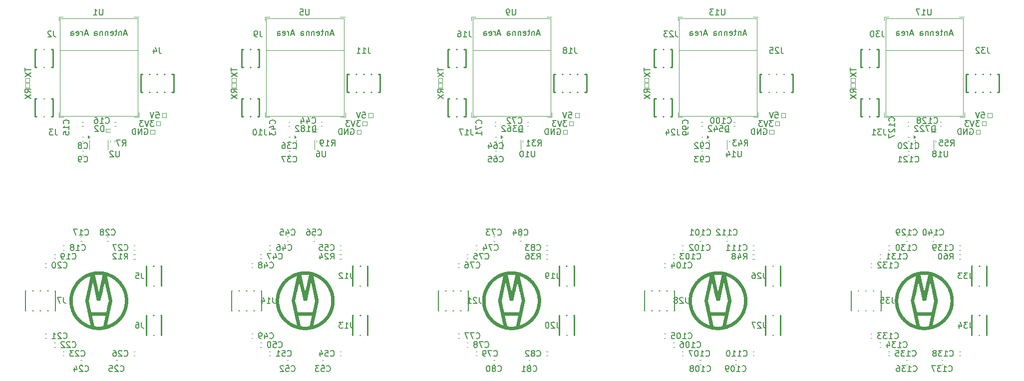
<source format=gbr>
%TF.GenerationSoftware,KiCad,Pcbnew,8.0.2-1*%
%TF.CreationDate,2025-04-11T08:43:50-07:00*%
%TF.ProjectId,Small_Pendant,536d616c-6c5f-4506-956e-64616e742e6b,rev?*%
%TF.SameCoordinates,Original*%
%TF.FileFunction,Legend,Bot*%
%TF.FilePolarity,Positive*%
%FSLAX46Y46*%
G04 Gerber Fmt 4.6, Leading zero omitted, Abs format (unit mm)*
G04 Created by KiCad (PCBNEW 8.0.2-1) date 2025-04-11 08:43:50*
%MOMM*%
%LPD*%
G01*
G04 APERTURE LIST*
%ADD10C,0.150000*%
%ADD11C,0.120000*%
%ADD12C,0.250000*%
%ADD13C,0.100000*%
%ADD14C,0.000000*%
G04 APERTURE END LIST*
D10*
X174509523Y-76454819D02*
X174509523Y-77169104D01*
X174509523Y-77169104D02*
X174557142Y-77311961D01*
X174557142Y-77311961D02*
X174652380Y-77407200D01*
X174652380Y-77407200D02*
X174795237Y-77454819D01*
X174795237Y-77454819D02*
X174890475Y-77454819D01*
X174128570Y-76454819D02*
X173509523Y-76454819D01*
X173509523Y-76454819D02*
X173842856Y-76835771D01*
X173842856Y-76835771D02*
X173699999Y-76835771D01*
X173699999Y-76835771D02*
X173604761Y-76883390D01*
X173604761Y-76883390D02*
X173557142Y-76931009D01*
X173557142Y-76931009D02*
X173509523Y-77026247D01*
X173509523Y-77026247D02*
X173509523Y-77264342D01*
X173509523Y-77264342D02*
X173557142Y-77359580D01*
X173557142Y-77359580D02*
X173604761Y-77407200D01*
X173604761Y-77407200D02*
X173699999Y-77454819D01*
X173699999Y-77454819D02*
X173985713Y-77454819D01*
X173985713Y-77454819D02*
X174080951Y-77407200D01*
X174080951Y-77407200D02*
X174128570Y-77359580D01*
X172604761Y-76454819D02*
X173080951Y-76454819D01*
X173080951Y-76454819D02*
X173128570Y-76931009D01*
X173128570Y-76931009D02*
X173080951Y-76883390D01*
X173080951Y-76883390D02*
X172985713Y-76835771D01*
X172985713Y-76835771D02*
X172747618Y-76835771D01*
X172747618Y-76835771D02*
X172652380Y-76883390D01*
X172652380Y-76883390D02*
X172604761Y-76931009D01*
X172604761Y-76931009D02*
X172557142Y-77026247D01*
X172557142Y-77026247D02*
X172557142Y-77264342D01*
X172557142Y-77264342D02*
X172604761Y-77359580D01*
X172604761Y-77359580D02*
X172652380Y-77407200D01*
X172652380Y-77407200D02*
X172747618Y-77454819D01*
X172747618Y-77454819D02*
X172985713Y-77454819D01*
X172985713Y-77454819D02*
X173080951Y-77407200D01*
X173080951Y-77407200D02*
X173128570Y-77359580D01*
X178119047Y-88944580D02*
X178166666Y-88992200D01*
X178166666Y-88992200D02*
X178309523Y-89039819D01*
X178309523Y-89039819D02*
X178404761Y-89039819D01*
X178404761Y-89039819D02*
X178547618Y-88992200D01*
X178547618Y-88992200D02*
X178642856Y-88896961D01*
X178642856Y-88896961D02*
X178690475Y-88801723D01*
X178690475Y-88801723D02*
X178738094Y-88611247D01*
X178738094Y-88611247D02*
X178738094Y-88468390D01*
X178738094Y-88468390D02*
X178690475Y-88277914D01*
X178690475Y-88277914D02*
X178642856Y-88182676D01*
X178642856Y-88182676D02*
X178547618Y-88087438D01*
X178547618Y-88087438D02*
X178404761Y-88039819D01*
X178404761Y-88039819D02*
X178309523Y-88039819D01*
X178309523Y-88039819D02*
X178166666Y-88087438D01*
X178166666Y-88087438D02*
X178119047Y-88135057D01*
X177166666Y-89039819D02*
X177738094Y-89039819D01*
X177452380Y-89039819D02*
X177452380Y-88039819D01*
X177452380Y-88039819D02*
X177547618Y-88182676D01*
X177547618Y-88182676D02*
X177642856Y-88277914D01*
X177642856Y-88277914D02*
X177738094Y-88325533D01*
X176833332Y-88039819D02*
X176214285Y-88039819D01*
X176214285Y-88039819D02*
X176547618Y-88420771D01*
X176547618Y-88420771D02*
X176404761Y-88420771D01*
X176404761Y-88420771D02*
X176309523Y-88468390D01*
X176309523Y-88468390D02*
X176261904Y-88516009D01*
X176261904Y-88516009D02*
X176214285Y-88611247D01*
X176214285Y-88611247D02*
X176214285Y-88849342D01*
X176214285Y-88849342D02*
X176261904Y-88944580D01*
X176261904Y-88944580D02*
X176309523Y-88992200D01*
X176309523Y-88992200D02*
X176404761Y-89039819D01*
X176404761Y-89039819D02*
X176690475Y-89039819D01*
X176690475Y-89039819D02*
X176785713Y-88992200D01*
X176785713Y-88992200D02*
X176833332Y-88944580D01*
X175357142Y-88039819D02*
X175547618Y-88039819D01*
X175547618Y-88039819D02*
X175642856Y-88087438D01*
X175642856Y-88087438D02*
X175690475Y-88135057D01*
X175690475Y-88135057D02*
X175785713Y-88277914D01*
X175785713Y-88277914D02*
X175833332Y-88468390D01*
X175833332Y-88468390D02*
X175833332Y-88849342D01*
X175833332Y-88849342D02*
X175785713Y-88944580D01*
X175785713Y-88944580D02*
X175738094Y-88992200D01*
X175738094Y-88992200D02*
X175642856Y-89039819D01*
X175642856Y-89039819D02*
X175452380Y-89039819D01*
X175452380Y-89039819D02*
X175357142Y-88992200D01*
X175357142Y-88992200D02*
X175309523Y-88944580D01*
X175309523Y-88944580D02*
X175261904Y-88849342D01*
X175261904Y-88849342D02*
X175261904Y-88611247D01*
X175261904Y-88611247D02*
X175309523Y-88516009D01*
X175309523Y-88516009D02*
X175357142Y-88468390D01*
X175357142Y-88468390D02*
X175452380Y-88420771D01*
X175452380Y-88420771D02*
X175642856Y-88420771D01*
X175642856Y-88420771D02*
X175738094Y-88468390D01*
X175738094Y-88468390D02*
X175785713Y-88516009D01*
X175785713Y-88516009D02*
X175833332Y-88611247D01*
X178419047Y-53344580D02*
X178466666Y-53392200D01*
X178466666Y-53392200D02*
X178609523Y-53439819D01*
X178609523Y-53439819D02*
X178704761Y-53439819D01*
X178704761Y-53439819D02*
X178847618Y-53392200D01*
X178847618Y-53392200D02*
X178942856Y-53296961D01*
X178942856Y-53296961D02*
X178990475Y-53201723D01*
X178990475Y-53201723D02*
X179038094Y-53011247D01*
X179038094Y-53011247D02*
X179038094Y-52868390D01*
X179038094Y-52868390D02*
X178990475Y-52677914D01*
X178990475Y-52677914D02*
X178942856Y-52582676D01*
X178942856Y-52582676D02*
X178847618Y-52487438D01*
X178847618Y-52487438D02*
X178704761Y-52439819D01*
X178704761Y-52439819D02*
X178609523Y-52439819D01*
X178609523Y-52439819D02*
X178466666Y-52487438D01*
X178466666Y-52487438D02*
X178419047Y-52535057D01*
X177466666Y-53439819D02*
X178038094Y-53439819D01*
X177752380Y-53439819D02*
X177752380Y-52439819D01*
X177752380Y-52439819D02*
X177847618Y-52582676D01*
X177847618Y-52582676D02*
X177942856Y-52677914D01*
X177942856Y-52677914D02*
X178038094Y-52725533D01*
X177085713Y-52535057D02*
X177038094Y-52487438D01*
X177038094Y-52487438D02*
X176942856Y-52439819D01*
X176942856Y-52439819D02*
X176704761Y-52439819D01*
X176704761Y-52439819D02*
X176609523Y-52487438D01*
X176609523Y-52487438D02*
X176561904Y-52535057D01*
X176561904Y-52535057D02*
X176514285Y-52630295D01*
X176514285Y-52630295D02*
X176514285Y-52725533D01*
X176514285Y-52725533D02*
X176561904Y-52868390D01*
X176561904Y-52868390D02*
X177133332Y-53439819D01*
X177133332Y-53439819D02*
X176514285Y-53439819D01*
X175561904Y-53439819D02*
X176133332Y-53439819D01*
X175847618Y-53439819D02*
X175847618Y-52439819D01*
X175847618Y-52439819D02*
X175942856Y-52582676D01*
X175942856Y-52582676D02*
X176038094Y-52677914D01*
X176038094Y-52677914D02*
X176133332Y-52725533D01*
X190709523Y-33954819D02*
X190709523Y-34669104D01*
X190709523Y-34669104D02*
X190757142Y-34811961D01*
X190757142Y-34811961D02*
X190852380Y-34907200D01*
X190852380Y-34907200D02*
X190995237Y-34954819D01*
X190995237Y-34954819D02*
X191090475Y-34954819D01*
X190328570Y-33954819D02*
X189709523Y-33954819D01*
X189709523Y-33954819D02*
X190042856Y-34335771D01*
X190042856Y-34335771D02*
X189899999Y-34335771D01*
X189899999Y-34335771D02*
X189804761Y-34383390D01*
X189804761Y-34383390D02*
X189757142Y-34431009D01*
X189757142Y-34431009D02*
X189709523Y-34526247D01*
X189709523Y-34526247D02*
X189709523Y-34764342D01*
X189709523Y-34764342D02*
X189757142Y-34859580D01*
X189757142Y-34859580D02*
X189804761Y-34907200D01*
X189804761Y-34907200D02*
X189899999Y-34954819D01*
X189899999Y-34954819D02*
X190185713Y-34954819D01*
X190185713Y-34954819D02*
X190280951Y-34907200D01*
X190280951Y-34907200D02*
X190328570Y-34859580D01*
X189328570Y-34050057D02*
X189280951Y-34002438D01*
X189280951Y-34002438D02*
X189185713Y-33954819D01*
X189185713Y-33954819D02*
X188947618Y-33954819D01*
X188947618Y-33954819D02*
X188852380Y-34002438D01*
X188852380Y-34002438D02*
X188804761Y-34050057D01*
X188804761Y-34050057D02*
X188757142Y-34145295D01*
X188757142Y-34145295D02*
X188757142Y-34240533D01*
X188757142Y-34240533D02*
X188804761Y-34383390D01*
X188804761Y-34383390D02*
X189376189Y-34954819D01*
X189376189Y-34954819D02*
X188757142Y-34954819D01*
X176446303Y-69859580D02*
X176493922Y-69907200D01*
X176493922Y-69907200D02*
X176636779Y-69954819D01*
X176636779Y-69954819D02*
X176732017Y-69954819D01*
X176732017Y-69954819D02*
X176874874Y-69907200D01*
X176874874Y-69907200D02*
X176970112Y-69811961D01*
X176970112Y-69811961D02*
X177017731Y-69716723D01*
X177017731Y-69716723D02*
X177065350Y-69526247D01*
X177065350Y-69526247D02*
X177065350Y-69383390D01*
X177065350Y-69383390D02*
X177017731Y-69192914D01*
X177017731Y-69192914D02*
X176970112Y-69097676D01*
X176970112Y-69097676D02*
X176874874Y-69002438D01*
X176874874Y-69002438D02*
X176732017Y-68954819D01*
X176732017Y-68954819D02*
X176636779Y-68954819D01*
X176636779Y-68954819D02*
X176493922Y-69002438D01*
X176493922Y-69002438D02*
X176446303Y-69050057D01*
X175493922Y-69954819D02*
X176065350Y-69954819D01*
X175779636Y-69954819D02*
X175779636Y-68954819D01*
X175779636Y-68954819D02*
X175874874Y-69097676D01*
X175874874Y-69097676D02*
X175970112Y-69192914D01*
X175970112Y-69192914D02*
X176065350Y-69240533D01*
X175160588Y-68954819D02*
X174541541Y-68954819D01*
X174541541Y-68954819D02*
X174874874Y-69335771D01*
X174874874Y-69335771D02*
X174732017Y-69335771D01*
X174732017Y-69335771D02*
X174636779Y-69383390D01*
X174636779Y-69383390D02*
X174589160Y-69431009D01*
X174589160Y-69431009D02*
X174541541Y-69526247D01*
X174541541Y-69526247D02*
X174541541Y-69764342D01*
X174541541Y-69764342D02*
X174589160Y-69859580D01*
X174589160Y-69859580D02*
X174636779Y-69907200D01*
X174636779Y-69907200D02*
X174732017Y-69954819D01*
X174732017Y-69954819D02*
X175017731Y-69954819D01*
X175017731Y-69954819D02*
X175112969Y-69907200D01*
X175112969Y-69907200D02*
X175160588Y-69859580D01*
X173589160Y-69954819D02*
X174160588Y-69954819D01*
X173874874Y-69954819D02*
X173874874Y-68954819D01*
X173874874Y-68954819D02*
X173970112Y-69097676D01*
X173970112Y-69097676D02*
X174065350Y-69192914D01*
X174065350Y-69192914D02*
X174160588Y-69240533D01*
X187709523Y-72254819D02*
X187709523Y-72969104D01*
X187709523Y-72969104D02*
X187757142Y-73111961D01*
X187757142Y-73111961D02*
X187852380Y-73207200D01*
X187852380Y-73207200D02*
X187995237Y-73254819D01*
X187995237Y-73254819D02*
X188090475Y-73254819D01*
X187328570Y-72254819D02*
X186709523Y-72254819D01*
X186709523Y-72254819D02*
X187042856Y-72635771D01*
X187042856Y-72635771D02*
X186899999Y-72635771D01*
X186899999Y-72635771D02*
X186804761Y-72683390D01*
X186804761Y-72683390D02*
X186757142Y-72731009D01*
X186757142Y-72731009D02*
X186709523Y-72826247D01*
X186709523Y-72826247D02*
X186709523Y-73064342D01*
X186709523Y-73064342D02*
X186757142Y-73159580D01*
X186757142Y-73159580D02*
X186804761Y-73207200D01*
X186804761Y-73207200D02*
X186899999Y-73254819D01*
X186899999Y-73254819D02*
X187185713Y-73254819D01*
X187185713Y-73254819D02*
X187280951Y-73207200D01*
X187280951Y-73207200D02*
X187328570Y-73159580D01*
X186376189Y-72254819D02*
X185757142Y-72254819D01*
X185757142Y-72254819D02*
X186090475Y-72635771D01*
X186090475Y-72635771D02*
X185947618Y-72635771D01*
X185947618Y-72635771D02*
X185852380Y-72683390D01*
X185852380Y-72683390D02*
X185804761Y-72731009D01*
X185804761Y-72731009D02*
X185757142Y-72826247D01*
X185757142Y-72826247D02*
X185757142Y-73064342D01*
X185757142Y-73064342D02*
X185804761Y-73159580D01*
X185804761Y-73159580D02*
X185852380Y-73207200D01*
X185852380Y-73207200D02*
X185947618Y-73254819D01*
X185947618Y-73254819D02*
X186233332Y-73254819D01*
X186233332Y-73254819D02*
X186328570Y-73207200D01*
X186328570Y-73207200D02*
X186376189Y-73159580D01*
X168454819Y-41633333D02*
X167978628Y-41300000D01*
X168454819Y-41061905D02*
X167454819Y-41061905D01*
X167454819Y-41061905D02*
X167454819Y-41442857D01*
X167454819Y-41442857D02*
X167502438Y-41538095D01*
X167502438Y-41538095D02*
X167550057Y-41585714D01*
X167550057Y-41585714D02*
X167645295Y-41633333D01*
X167645295Y-41633333D02*
X167788152Y-41633333D01*
X167788152Y-41633333D02*
X167883390Y-41585714D01*
X167883390Y-41585714D02*
X167931009Y-41538095D01*
X167931009Y-41538095D02*
X167978628Y-41442857D01*
X167978628Y-41442857D02*
X167978628Y-41061905D01*
X167454819Y-41966667D02*
X168454819Y-42633333D01*
X167454819Y-42633333D02*
X168454819Y-41966667D01*
X187739411Y-47802438D02*
X187834649Y-47754819D01*
X187834649Y-47754819D02*
X187977506Y-47754819D01*
X187977506Y-47754819D02*
X188120363Y-47802438D01*
X188120363Y-47802438D02*
X188215601Y-47897676D01*
X188215601Y-47897676D02*
X188263220Y-47992914D01*
X188263220Y-47992914D02*
X188310839Y-48183390D01*
X188310839Y-48183390D02*
X188310839Y-48326247D01*
X188310839Y-48326247D02*
X188263220Y-48516723D01*
X188263220Y-48516723D02*
X188215601Y-48611961D01*
X188215601Y-48611961D02*
X188120363Y-48707200D01*
X188120363Y-48707200D02*
X187977506Y-48754819D01*
X187977506Y-48754819D02*
X187882268Y-48754819D01*
X187882268Y-48754819D02*
X187739411Y-48707200D01*
X187739411Y-48707200D02*
X187691792Y-48659580D01*
X187691792Y-48659580D02*
X187691792Y-48326247D01*
X187691792Y-48326247D02*
X187882268Y-48326247D01*
X187263220Y-48754819D02*
X187263220Y-47754819D01*
X187263220Y-47754819D02*
X186691792Y-48754819D01*
X186691792Y-48754819D02*
X186691792Y-47754819D01*
X186215601Y-48754819D02*
X186215601Y-47754819D01*
X186215601Y-47754819D02*
X185977506Y-47754819D01*
X185977506Y-47754819D02*
X185834649Y-47802438D01*
X185834649Y-47802438D02*
X185739411Y-47897676D01*
X185739411Y-47897676D02*
X185691792Y-47992914D01*
X185691792Y-47992914D02*
X185644173Y-48183390D01*
X185644173Y-48183390D02*
X185644173Y-48326247D01*
X185644173Y-48326247D02*
X185691792Y-48516723D01*
X185691792Y-48516723D02*
X185739411Y-48611961D01*
X185739411Y-48611961D02*
X185834649Y-48707200D01*
X185834649Y-48707200D02*
X185977506Y-48754819D01*
X185977506Y-48754819D02*
X186215601Y-48754819D01*
X189687030Y-44954819D02*
X190163220Y-44954819D01*
X190163220Y-44954819D02*
X190210839Y-45431009D01*
X190210839Y-45431009D02*
X190163220Y-45383390D01*
X190163220Y-45383390D02*
X190067982Y-45335771D01*
X190067982Y-45335771D02*
X189829887Y-45335771D01*
X189829887Y-45335771D02*
X189734649Y-45383390D01*
X189734649Y-45383390D02*
X189687030Y-45431009D01*
X189687030Y-45431009D02*
X189639411Y-45526247D01*
X189639411Y-45526247D02*
X189639411Y-45764342D01*
X189639411Y-45764342D02*
X189687030Y-45859580D01*
X189687030Y-45859580D02*
X189734649Y-45907200D01*
X189734649Y-45907200D02*
X189829887Y-45954819D01*
X189829887Y-45954819D02*
X190067982Y-45954819D01*
X190067982Y-45954819D02*
X190163220Y-45907200D01*
X190163220Y-45907200D02*
X190210839Y-45859580D01*
X189353696Y-44954819D02*
X189020363Y-45954819D01*
X189020363Y-45954819D02*
X188687030Y-44954819D01*
X184119047Y-88944580D02*
X184166666Y-88992200D01*
X184166666Y-88992200D02*
X184309523Y-89039819D01*
X184309523Y-89039819D02*
X184404761Y-89039819D01*
X184404761Y-89039819D02*
X184547618Y-88992200D01*
X184547618Y-88992200D02*
X184642856Y-88896961D01*
X184642856Y-88896961D02*
X184690475Y-88801723D01*
X184690475Y-88801723D02*
X184738094Y-88611247D01*
X184738094Y-88611247D02*
X184738094Y-88468390D01*
X184738094Y-88468390D02*
X184690475Y-88277914D01*
X184690475Y-88277914D02*
X184642856Y-88182676D01*
X184642856Y-88182676D02*
X184547618Y-88087438D01*
X184547618Y-88087438D02*
X184404761Y-88039819D01*
X184404761Y-88039819D02*
X184309523Y-88039819D01*
X184309523Y-88039819D02*
X184166666Y-88087438D01*
X184166666Y-88087438D02*
X184119047Y-88135057D01*
X183166666Y-89039819D02*
X183738094Y-89039819D01*
X183452380Y-89039819D02*
X183452380Y-88039819D01*
X183452380Y-88039819D02*
X183547618Y-88182676D01*
X183547618Y-88182676D02*
X183642856Y-88277914D01*
X183642856Y-88277914D02*
X183738094Y-88325533D01*
X182833332Y-88039819D02*
X182214285Y-88039819D01*
X182214285Y-88039819D02*
X182547618Y-88420771D01*
X182547618Y-88420771D02*
X182404761Y-88420771D01*
X182404761Y-88420771D02*
X182309523Y-88468390D01*
X182309523Y-88468390D02*
X182261904Y-88516009D01*
X182261904Y-88516009D02*
X182214285Y-88611247D01*
X182214285Y-88611247D02*
X182214285Y-88849342D01*
X182214285Y-88849342D02*
X182261904Y-88944580D01*
X182261904Y-88944580D02*
X182309523Y-88992200D01*
X182309523Y-88992200D02*
X182404761Y-89039819D01*
X182404761Y-89039819D02*
X182690475Y-89039819D01*
X182690475Y-89039819D02*
X182785713Y-88992200D01*
X182785713Y-88992200D02*
X182833332Y-88944580D01*
X181880951Y-88039819D02*
X181214285Y-88039819D01*
X181214285Y-88039819D02*
X181642856Y-89039819D01*
X174859580Y-46445952D02*
X174907200Y-46398333D01*
X174907200Y-46398333D02*
X174954819Y-46255476D01*
X174954819Y-46255476D02*
X174954819Y-46160238D01*
X174954819Y-46160238D02*
X174907200Y-46017381D01*
X174907200Y-46017381D02*
X174811961Y-45922143D01*
X174811961Y-45922143D02*
X174716723Y-45874524D01*
X174716723Y-45874524D02*
X174526247Y-45826905D01*
X174526247Y-45826905D02*
X174383390Y-45826905D01*
X174383390Y-45826905D02*
X174192914Y-45874524D01*
X174192914Y-45874524D02*
X174097676Y-45922143D01*
X174097676Y-45922143D02*
X174002438Y-46017381D01*
X174002438Y-46017381D02*
X173954819Y-46160238D01*
X173954819Y-46160238D02*
X173954819Y-46255476D01*
X173954819Y-46255476D02*
X174002438Y-46398333D01*
X174002438Y-46398333D02*
X174050057Y-46445952D01*
X174954819Y-47398333D02*
X174954819Y-46826905D01*
X174954819Y-47112619D02*
X173954819Y-47112619D01*
X173954819Y-47112619D02*
X174097676Y-47017381D01*
X174097676Y-47017381D02*
X174192914Y-46922143D01*
X174192914Y-46922143D02*
X174240533Y-46826905D01*
X174050057Y-47779286D02*
X174002438Y-47826905D01*
X174002438Y-47826905D02*
X173954819Y-47922143D01*
X173954819Y-47922143D02*
X173954819Y-48160238D01*
X173954819Y-48160238D02*
X174002438Y-48255476D01*
X174002438Y-48255476D02*
X174050057Y-48303095D01*
X174050057Y-48303095D02*
X174145295Y-48350714D01*
X174145295Y-48350714D02*
X174240533Y-48350714D01*
X174240533Y-48350714D02*
X174383390Y-48303095D01*
X174383390Y-48303095D02*
X174954819Y-47731667D01*
X174954819Y-47731667D02*
X174954819Y-48350714D01*
X173954819Y-48684048D02*
X173954819Y-49350714D01*
X173954819Y-49350714D02*
X174954819Y-48922143D01*
X176446303Y-84859580D02*
X176493922Y-84907200D01*
X176493922Y-84907200D02*
X176636779Y-84954819D01*
X176636779Y-84954819D02*
X176732017Y-84954819D01*
X176732017Y-84954819D02*
X176874874Y-84907200D01*
X176874874Y-84907200D02*
X176970112Y-84811961D01*
X176970112Y-84811961D02*
X177017731Y-84716723D01*
X177017731Y-84716723D02*
X177065350Y-84526247D01*
X177065350Y-84526247D02*
X177065350Y-84383390D01*
X177065350Y-84383390D02*
X177017731Y-84192914D01*
X177017731Y-84192914D02*
X176970112Y-84097676D01*
X176970112Y-84097676D02*
X176874874Y-84002438D01*
X176874874Y-84002438D02*
X176732017Y-83954819D01*
X176732017Y-83954819D02*
X176636779Y-83954819D01*
X176636779Y-83954819D02*
X176493922Y-84002438D01*
X176493922Y-84002438D02*
X176446303Y-84050057D01*
X175493922Y-84954819D02*
X176065350Y-84954819D01*
X175779636Y-84954819D02*
X175779636Y-83954819D01*
X175779636Y-83954819D02*
X175874874Y-84097676D01*
X175874874Y-84097676D02*
X175970112Y-84192914D01*
X175970112Y-84192914D02*
X176065350Y-84240533D01*
X175160588Y-83954819D02*
X174541541Y-83954819D01*
X174541541Y-83954819D02*
X174874874Y-84335771D01*
X174874874Y-84335771D02*
X174732017Y-84335771D01*
X174732017Y-84335771D02*
X174636779Y-84383390D01*
X174636779Y-84383390D02*
X174589160Y-84431009D01*
X174589160Y-84431009D02*
X174541541Y-84526247D01*
X174541541Y-84526247D02*
X174541541Y-84764342D01*
X174541541Y-84764342D02*
X174589160Y-84859580D01*
X174589160Y-84859580D02*
X174636779Y-84907200D01*
X174636779Y-84907200D02*
X174732017Y-84954819D01*
X174732017Y-84954819D02*
X175017731Y-84954819D01*
X175017731Y-84954819D02*
X175112969Y-84907200D01*
X175112969Y-84907200D02*
X175160588Y-84859580D01*
X173684398Y-84288152D02*
X173684398Y-84954819D01*
X173922493Y-83907200D02*
X174160588Y-84621485D01*
X174160588Y-84621485D02*
X173541541Y-84621485D01*
X172809523Y-31154819D02*
X172809523Y-31869104D01*
X172809523Y-31869104D02*
X172857142Y-32011961D01*
X172857142Y-32011961D02*
X172952380Y-32107200D01*
X172952380Y-32107200D02*
X173095237Y-32154819D01*
X173095237Y-32154819D02*
X173190475Y-32154819D01*
X172428570Y-31154819D02*
X171809523Y-31154819D01*
X171809523Y-31154819D02*
X172142856Y-31535771D01*
X172142856Y-31535771D02*
X171999999Y-31535771D01*
X171999999Y-31535771D02*
X171904761Y-31583390D01*
X171904761Y-31583390D02*
X171857142Y-31631009D01*
X171857142Y-31631009D02*
X171809523Y-31726247D01*
X171809523Y-31726247D02*
X171809523Y-31964342D01*
X171809523Y-31964342D02*
X171857142Y-32059580D01*
X171857142Y-32059580D02*
X171904761Y-32107200D01*
X171904761Y-32107200D02*
X171999999Y-32154819D01*
X171999999Y-32154819D02*
X172285713Y-32154819D01*
X172285713Y-32154819D02*
X172380951Y-32107200D01*
X172380951Y-32107200D02*
X172428570Y-32059580D01*
X171190475Y-31154819D02*
X171095237Y-31154819D01*
X171095237Y-31154819D02*
X170999999Y-31202438D01*
X170999999Y-31202438D02*
X170952380Y-31250057D01*
X170952380Y-31250057D02*
X170904761Y-31345295D01*
X170904761Y-31345295D02*
X170857142Y-31535771D01*
X170857142Y-31535771D02*
X170857142Y-31773866D01*
X170857142Y-31773866D02*
X170904761Y-31964342D01*
X170904761Y-31964342D02*
X170952380Y-32059580D01*
X170952380Y-32059580D02*
X170999999Y-32107200D01*
X170999999Y-32107200D02*
X171095237Y-32154819D01*
X171095237Y-32154819D02*
X171190475Y-32154819D01*
X171190475Y-32154819D02*
X171285713Y-32107200D01*
X171285713Y-32107200D02*
X171333332Y-32059580D01*
X171333332Y-32059580D02*
X171380951Y-31964342D01*
X171380951Y-31964342D02*
X171428570Y-31773866D01*
X171428570Y-31773866D02*
X171428570Y-31535771D01*
X171428570Y-31535771D02*
X171380951Y-31345295D01*
X171380951Y-31345295D02*
X171333332Y-31250057D01*
X171333332Y-31250057D02*
X171285713Y-31202438D01*
X171285713Y-31202438D02*
X171190475Y-31154819D01*
X184291792Y-68359580D02*
X184339411Y-68407200D01*
X184339411Y-68407200D02*
X184482268Y-68454819D01*
X184482268Y-68454819D02*
X184577506Y-68454819D01*
X184577506Y-68454819D02*
X184720363Y-68407200D01*
X184720363Y-68407200D02*
X184815601Y-68311961D01*
X184815601Y-68311961D02*
X184863220Y-68216723D01*
X184863220Y-68216723D02*
X184910839Y-68026247D01*
X184910839Y-68026247D02*
X184910839Y-67883390D01*
X184910839Y-67883390D02*
X184863220Y-67692914D01*
X184863220Y-67692914D02*
X184815601Y-67597676D01*
X184815601Y-67597676D02*
X184720363Y-67502438D01*
X184720363Y-67502438D02*
X184577506Y-67454819D01*
X184577506Y-67454819D02*
X184482268Y-67454819D01*
X184482268Y-67454819D02*
X184339411Y-67502438D01*
X184339411Y-67502438D02*
X184291792Y-67550057D01*
X183339411Y-68454819D02*
X183910839Y-68454819D01*
X183625125Y-68454819D02*
X183625125Y-67454819D01*
X183625125Y-67454819D02*
X183720363Y-67597676D01*
X183720363Y-67597676D02*
X183815601Y-67692914D01*
X183815601Y-67692914D02*
X183910839Y-67740533D01*
X183006077Y-67454819D02*
X182387030Y-67454819D01*
X182387030Y-67454819D02*
X182720363Y-67835771D01*
X182720363Y-67835771D02*
X182577506Y-67835771D01*
X182577506Y-67835771D02*
X182482268Y-67883390D01*
X182482268Y-67883390D02*
X182434649Y-67931009D01*
X182434649Y-67931009D02*
X182387030Y-68026247D01*
X182387030Y-68026247D02*
X182387030Y-68264342D01*
X182387030Y-68264342D02*
X182434649Y-68359580D01*
X182434649Y-68359580D02*
X182482268Y-68407200D01*
X182482268Y-68407200D02*
X182577506Y-68454819D01*
X182577506Y-68454819D02*
X182863220Y-68454819D01*
X182863220Y-68454819D02*
X182958458Y-68407200D01*
X182958458Y-68407200D02*
X183006077Y-68359580D01*
X181910839Y-68454819D02*
X181720363Y-68454819D01*
X181720363Y-68454819D02*
X181625125Y-68407200D01*
X181625125Y-68407200D02*
X181577506Y-68359580D01*
X181577506Y-68359580D02*
X181482268Y-68216723D01*
X181482268Y-68216723D02*
X181434649Y-68026247D01*
X181434649Y-68026247D02*
X181434649Y-67645295D01*
X181434649Y-67645295D02*
X181482268Y-67550057D01*
X181482268Y-67550057D02*
X181529887Y-67502438D01*
X181529887Y-67502438D02*
X181625125Y-67454819D01*
X181625125Y-67454819D02*
X181815601Y-67454819D01*
X181815601Y-67454819D02*
X181910839Y-67502438D01*
X181910839Y-67502438D02*
X181958458Y-67550057D01*
X181958458Y-67550057D02*
X182006077Y-67645295D01*
X182006077Y-67645295D02*
X182006077Y-67883390D01*
X182006077Y-67883390D02*
X181958458Y-67978628D01*
X181958458Y-67978628D02*
X181910839Y-68026247D01*
X181910839Y-68026247D02*
X181815601Y-68073866D01*
X181815601Y-68073866D02*
X181625125Y-68073866D01*
X181625125Y-68073866D02*
X181529887Y-68026247D01*
X181529887Y-68026247D02*
X181482268Y-67978628D01*
X181482268Y-67978628D02*
X181434649Y-67883390D01*
X181619047Y-46749580D02*
X181666666Y-46797200D01*
X181666666Y-46797200D02*
X181809523Y-46844819D01*
X181809523Y-46844819D02*
X181904761Y-46844819D01*
X181904761Y-46844819D02*
X182047618Y-46797200D01*
X182047618Y-46797200D02*
X182142856Y-46701961D01*
X182142856Y-46701961D02*
X182190475Y-46606723D01*
X182190475Y-46606723D02*
X182238094Y-46416247D01*
X182238094Y-46416247D02*
X182238094Y-46273390D01*
X182238094Y-46273390D02*
X182190475Y-46082914D01*
X182190475Y-46082914D02*
X182142856Y-45987676D01*
X182142856Y-45987676D02*
X182047618Y-45892438D01*
X182047618Y-45892438D02*
X181904761Y-45844819D01*
X181904761Y-45844819D02*
X181809523Y-45844819D01*
X181809523Y-45844819D02*
X181666666Y-45892438D01*
X181666666Y-45892438D02*
X181619047Y-45940057D01*
X180666666Y-46844819D02*
X181238094Y-46844819D01*
X180952380Y-46844819D02*
X180952380Y-45844819D01*
X180952380Y-45844819D02*
X181047618Y-45987676D01*
X181047618Y-45987676D02*
X181142856Y-46082914D01*
X181142856Y-46082914D02*
X181238094Y-46130533D01*
X180285713Y-45940057D02*
X180238094Y-45892438D01*
X180238094Y-45892438D02*
X180142856Y-45844819D01*
X180142856Y-45844819D02*
X179904761Y-45844819D01*
X179904761Y-45844819D02*
X179809523Y-45892438D01*
X179809523Y-45892438D02*
X179761904Y-45940057D01*
X179761904Y-45940057D02*
X179714285Y-46035295D01*
X179714285Y-46035295D02*
X179714285Y-46130533D01*
X179714285Y-46130533D02*
X179761904Y-46273390D01*
X179761904Y-46273390D02*
X180333332Y-46844819D01*
X180333332Y-46844819D02*
X179714285Y-46844819D01*
X179142856Y-46273390D02*
X179238094Y-46225771D01*
X179238094Y-46225771D02*
X179285713Y-46178152D01*
X179285713Y-46178152D02*
X179333332Y-46082914D01*
X179333332Y-46082914D02*
X179333332Y-46035295D01*
X179333332Y-46035295D02*
X179285713Y-45940057D01*
X179285713Y-45940057D02*
X179238094Y-45892438D01*
X179238094Y-45892438D02*
X179142856Y-45844819D01*
X179142856Y-45844819D02*
X178952380Y-45844819D01*
X178952380Y-45844819D02*
X178857142Y-45892438D01*
X178857142Y-45892438D02*
X178809523Y-45940057D01*
X178809523Y-45940057D02*
X178761904Y-46035295D01*
X178761904Y-46035295D02*
X178761904Y-46082914D01*
X178761904Y-46082914D02*
X178809523Y-46178152D01*
X178809523Y-46178152D02*
X178857142Y-46225771D01*
X178857142Y-46225771D02*
X178952380Y-46273390D01*
X178952380Y-46273390D02*
X179142856Y-46273390D01*
X179142856Y-46273390D02*
X179238094Y-46321009D01*
X179238094Y-46321009D02*
X179285713Y-46368628D01*
X179285713Y-46368628D02*
X179333332Y-46463866D01*
X179333332Y-46463866D02*
X179333332Y-46654342D01*
X179333332Y-46654342D02*
X179285713Y-46749580D01*
X179285713Y-46749580D02*
X179238094Y-46797200D01*
X179238094Y-46797200D02*
X179142856Y-46844819D01*
X179142856Y-46844819D02*
X178952380Y-46844819D01*
X178952380Y-46844819D02*
X178857142Y-46797200D01*
X178857142Y-46797200D02*
X178809523Y-46749580D01*
X178809523Y-46749580D02*
X178761904Y-46654342D01*
X178761904Y-46654342D02*
X178761904Y-46463866D01*
X178761904Y-46463866D02*
X178809523Y-46368628D01*
X178809523Y-46368628D02*
X178857142Y-46321009D01*
X178857142Y-46321009D02*
X178952380Y-46273390D01*
X189358458Y-46354819D02*
X188739411Y-46354819D01*
X188739411Y-46354819D02*
X189072744Y-46735771D01*
X189072744Y-46735771D02*
X188929887Y-46735771D01*
X188929887Y-46735771D02*
X188834649Y-46783390D01*
X188834649Y-46783390D02*
X188787030Y-46831009D01*
X188787030Y-46831009D02*
X188739411Y-46926247D01*
X188739411Y-46926247D02*
X188739411Y-47164342D01*
X188739411Y-47164342D02*
X188787030Y-47259580D01*
X188787030Y-47259580D02*
X188834649Y-47307200D01*
X188834649Y-47307200D02*
X188929887Y-47354819D01*
X188929887Y-47354819D02*
X189215601Y-47354819D01*
X189215601Y-47354819D02*
X189310839Y-47307200D01*
X189310839Y-47307200D02*
X189358458Y-47259580D01*
X188453696Y-46354819D02*
X188120363Y-47354819D01*
X188120363Y-47354819D02*
X187787030Y-46354819D01*
X187548934Y-46354819D02*
X186929887Y-46354819D01*
X186929887Y-46354819D02*
X187263220Y-46735771D01*
X187263220Y-46735771D02*
X187120363Y-46735771D01*
X187120363Y-46735771D02*
X187025125Y-46783390D01*
X187025125Y-46783390D02*
X186977506Y-46831009D01*
X186977506Y-46831009D02*
X186929887Y-46926247D01*
X186929887Y-46926247D02*
X186929887Y-47164342D01*
X186929887Y-47164342D02*
X186977506Y-47259580D01*
X186977506Y-47259580D02*
X187025125Y-47307200D01*
X187025125Y-47307200D02*
X187120363Y-47354819D01*
X187120363Y-47354819D02*
X187406077Y-47354819D01*
X187406077Y-47354819D02*
X187501315Y-47307200D01*
X187501315Y-47307200D02*
X187548934Y-47259580D01*
X183938094Y-51554819D02*
X183938094Y-52364342D01*
X183938094Y-52364342D02*
X183890475Y-52459580D01*
X183890475Y-52459580D02*
X183842856Y-52507200D01*
X183842856Y-52507200D02*
X183747618Y-52554819D01*
X183747618Y-52554819D02*
X183557142Y-52554819D01*
X183557142Y-52554819D02*
X183461904Y-52507200D01*
X183461904Y-52507200D02*
X183414285Y-52459580D01*
X183414285Y-52459580D02*
X183366666Y-52364342D01*
X183366666Y-52364342D02*
X183366666Y-51554819D01*
X182366666Y-52554819D02*
X182938094Y-52554819D01*
X182652380Y-52554819D02*
X182652380Y-51554819D01*
X182652380Y-51554819D02*
X182747618Y-51697676D01*
X182747618Y-51697676D02*
X182842856Y-51792914D01*
X182842856Y-51792914D02*
X182938094Y-51840533D01*
X181795237Y-51983390D02*
X181890475Y-51935771D01*
X181890475Y-51935771D02*
X181938094Y-51888152D01*
X181938094Y-51888152D02*
X181985713Y-51792914D01*
X181985713Y-51792914D02*
X181985713Y-51745295D01*
X181985713Y-51745295D02*
X181938094Y-51650057D01*
X181938094Y-51650057D02*
X181890475Y-51602438D01*
X181890475Y-51602438D02*
X181795237Y-51554819D01*
X181795237Y-51554819D02*
X181604761Y-51554819D01*
X181604761Y-51554819D02*
X181509523Y-51602438D01*
X181509523Y-51602438D02*
X181461904Y-51650057D01*
X181461904Y-51650057D02*
X181414285Y-51745295D01*
X181414285Y-51745295D02*
X181414285Y-51792914D01*
X181414285Y-51792914D02*
X181461904Y-51888152D01*
X181461904Y-51888152D02*
X181509523Y-51935771D01*
X181509523Y-51935771D02*
X181604761Y-51983390D01*
X181604761Y-51983390D02*
X181795237Y-51983390D01*
X181795237Y-51983390D02*
X181890475Y-52031009D01*
X181890475Y-52031009D02*
X181938094Y-52078628D01*
X181938094Y-52078628D02*
X181985713Y-52173866D01*
X181985713Y-52173866D02*
X181985713Y-52364342D01*
X181985713Y-52364342D02*
X181938094Y-52459580D01*
X181938094Y-52459580D02*
X181890475Y-52507200D01*
X181890475Y-52507200D02*
X181795237Y-52554819D01*
X181795237Y-52554819D02*
X181604761Y-52554819D01*
X181604761Y-52554819D02*
X181509523Y-52507200D01*
X181509523Y-52507200D02*
X181461904Y-52459580D01*
X181461904Y-52459580D02*
X181414285Y-52364342D01*
X181414285Y-52364342D02*
X181414285Y-52173866D01*
X181414285Y-52173866D02*
X181461904Y-52078628D01*
X181461904Y-52078628D02*
X181509523Y-52031009D01*
X181509523Y-52031009D02*
X181604761Y-51983390D01*
X182619047Y-65774580D02*
X182666666Y-65822200D01*
X182666666Y-65822200D02*
X182809523Y-65869819D01*
X182809523Y-65869819D02*
X182904761Y-65869819D01*
X182904761Y-65869819D02*
X183047618Y-65822200D01*
X183047618Y-65822200D02*
X183142856Y-65726961D01*
X183142856Y-65726961D02*
X183190475Y-65631723D01*
X183190475Y-65631723D02*
X183238094Y-65441247D01*
X183238094Y-65441247D02*
X183238094Y-65298390D01*
X183238094Y-65298390D02*
X183190475Y-65107914D01*
X183190475Y-65107914D02*
X183142856Y-65012676D01*
X183142856Y-65012676D02*
X183047618Y-64917438D01*
X183047618Y-64917438D02*
X182904761Y-64869819D01*
X182904761Y-64869819D02*
X182809523Y-64869819D01*
X182809523Y-64869819D02*
X182666666Y-64917438D01*
X182666666Y-64917438D02*
X182619047Y-64965057D01*
X181666666Y-65869819D02*
X182238094Y-65869819D01*
X181952380Y-65869819D02*
X181952380Y-64869819D01*
X181952380Y-64869819D02*
X182047618Y-65012676D01*
X182047618Y-65012676D02*
X182142856Y-65107914D01*
X182142856Y-65107914D02*
X182238094Y-65155533D01*
X180809523Y-65203152D02*
X180809523Y-65869819D01*
X181047618Y-64822200D02*
X181285713Y-65536485D01*
X181285713Y-65536485D02*
X180666666Y-65536485D01*
X180095237Y-64869819D02*
X179999999Y-64869819D01*
X179999999Y-64869819D02*
X179904761Y-64917438D01*
X179904761Y-64917438D02*
X179857142Y-64965057D01*
X179857142Y-64965057D02*
X179809523Y-65060295D01*
X179809523Y-65060295D02*
X179761904Y-65250771D01*
X179761904Y-65250771D02*
X179761904Y-65488866D01*
X179761904Y-65488866D02*
X179809523Y-65679342D01*
X179809523Y-65679342D02*
X179857142Y-65774580D01*
X179857142Y-65774580D02*
X179904761Y-65822200D01*
X179904761Y-65822200D02*
X179999999Y-65869819D01*
X179999999Y-65869819D02*
X180095237Y-65869819D01*
X180095237Y-65869819D02*
X180190475Y-65822200D01*
X180190475Y-65822200D02*
X180238094Y-65774580D01*
X180238094Y-65774580D02*
X180285713Y-65679342D01*
X180285713Y-65679342D02*
X180333332Y-65488866D01*
X180333332Y-65488866D02*
X180333332Y-65250771D01*
X180333332Y-65250771D02*
X180285713Y-65060295D01*
X180285713Y-65060295D02*
X180238094Y-64965057D01*
X180238094Y-64965057D02*
X180190475Y-64917438D01*
X180190475Y-64917438D02*
X180095237Y-64869819D01*
X174946303Y-83359580D02*
X174993922Y-83407200D01*
X174993922Y-83407200D02*
X175136779Y-83454819D01*
X175136779Y-83454819D02*
X175232017Y-83454819D01*
X175232017Y-83454819D02*
X175374874Y-83407200D01*
X175374874Y-83407200D02*
X175470112Y-83311961D01*
X175470112Y-83311961D02*
X175517731Y-83216723D01*
X175517731Y-83216723D02*
X175565350Y-83026247D01*
X175565350Y-83026247D02*
X175565350Y-82883390D01*
X175565350Y-82883390D02*
X175517731Y-82692914D01*
X175517731Y-82692914D02*
X175470112Y-82597676D01*
X175470112Y-82597676D02*
X175374874Y-82502438D01*
X175374874Y-82502438D02*
X175232017Y-82454819D01*
X175232017Y-82454819D02*
X175136779Y-82454819D01*
X175136779Y-82454819D02*
X174993922Y-82502438D01*
X174993922Y-82502438D02*
X174946303Y-82550057D01*
X173993922Y-83454819D02*
X174565350Y-83454819D01*
X174279636Y-83454819D02*
X174279636Y-82454819D01*
X174279636Y-82454819D02*
X174374874Y-82597676D01*
X174374874Y-82597676D02*
X174470112Y-82692914D01*
X174470112Y-82692914D02*
X174565350Y-82740533D01*
X173660588Y-82454819D02*
X173041541Y-82454819D01*
X173041541Y-82454819D02*
X173374874Y-82835771D01*
X173374874Y-82835771D02*
X173232017Y-82835771D01*
X173232017Y-82835771D02*
X173136779Y-82883390D01*
X173136779Y-82883390D02*
X173089160Y-82931009D01*
X173089160Y-82931009D02*
X173041541Y-83026247D01*
X173041541Y-83026247D02*
X173041541Y-83264342D01*
X173041541Y-83264342D02*
X173089160Y-83359580D01*
X173089160Y-83359580D02*
X173136779Y-83407200D01*
X173136779Y-83407200D02*
X173232017Y-83454819D01*
X173232017Y-83454819D02*
X173517731Y-83454819D01*
X173517731Y-83454819D02*
X173612969Y-83407200D01*
X173612969Y-83407200D02*
X173660588Y-83359580D01*
X172708207Y-82454819D02*
X172089160Y-82454819D01*
X172089160Y-82454819D02*
X172422493Y-82835771D01*
X172422493Y-82835771D02*
X172279636Y-82835771D01*
X172279636Y-82835771D02*
X172184398Y-82883390D01*
X172184398Y-82883390D02*
X172136779Y-82931009D01*
X172136779Y-82931009D02*
X172089160Y-83026247D01*
X172089160Y-83026247D02*
X172089160Y-83264342D01*
X172089160Y-83264342D02*
X172136779Y-83359580D01*
X172136779Y-83359580D02*
X172184398Y-83407200D01*
X172184398Y-83407200D02*
X172279636Y-83454819D01*
X172279636Y-83454819D02*
X172565350Y-83454819D01*
X172565350Y-83454819D02*
X172660588Y-83407200D01*
X172660588Y-83407200D02*
X172708207Y-83359580D01*
X178119047Y-65774580D02*
X178166666Y-65822200D01*
X178166666Y-65822200D02*
X178309523Y-65869819D01*
X178309523Y-65869819D02*
X178404761Y-65869819D01*
X178404761Y-65869819D02*
X178547618Y-65822200D01*
X178547618Y-65822200D02*
X178642856Y-65726961D01*
X178642856Y-65726961D02*
X178690475Y-65631723D01*
X178690475Y-65631723D02*
X178738094Y-65441247D01*
X178738094Y-65441247D02*
X178738094Y-65298390D01*
X178738094Y-65298390D02*
X178690475Y-65107914D01*
X178690475Y-65107914D02*
X178642856Y-65012676D01*
X178642856Y-65012676D02*
X178547618Y-64917438D01*
X178547618Y-64917438D02*
X178404761Y-64869819D01*
X178404761Y-64869819D02*
X178309523Y-64869819D01*
X178309523Y-64869819D02*
X178166666Y-64917438D01*
X178166666Y-64917438D02*
X178119047Y-64965057D01*
X177166666Y-65869819D02*
X177738094Y-65869819D01*
X177452380Y-65869819D02*
X177452380Y-64869819D01*
X177452380Y-64869819D02*
X177547618Y-65012676D01*
X177547618Y-65012676D02*
X177642856Y-65107914D01*
X177642856Y-65107914D02*
X177738094Y-65155533D01*
X176785713Y-64965057D02*
X176738094Y-64917438D01*
X176738094Y-64917438D02*
X176642856Y-64869819D01*
X176642856Y-64869819D02*
X176404761Y-64869819D01*
X176404761Y-64869819D02*
X176309523Y-64917438D01*
X176309523Y-64917438D02*
X176261904Y-64965057D01*
X176261904Y-64965057D02*
X176214285Y-65060295D01*
X176214285Y-65060295D02*
X176214285Y-65155533D01*
X176214285Y-65155533D02*
X176261904Y-65298390D01*
X176261904Y-65298390D02*
X176833332Y-65869819D01*
X176833332Y-65869819D02*
X176214285Y-65869819D01*
X175738094Y-65869819D02*
X175547618Y-65869819D01*
X175547618Y-65869819D02*
X175452380Y-65822200D01*
X175452380Y-65822200D02*
X175404761Y-65774580D01*
X175404761Y-65774580D02*
X175309523Y-65631723D01*
X175309523Y-65631723D02*
X175261904Y-65441247D01*
X175261904Y-65441247D02*
X175261904Y-65060295D01*
X175261904Y-65060295D02*
X175309523Y-64965057D01*
X175309523Y-64965057D02*
X175357142Y-64917438D01*
X175357142Y-64917438D02*
X175452380Y-64869819D01*
X175452380Y-64869819D02*
X175642856Y-64869819D01*
X175642856Y-64869819D02*
X175738094Y-64917438D01*
X175738094Y-64917438D02*
X175785713Y-64965057D01*
X175785713Y-64965057D02*
X175833332Y-65060295D01*
X175833332Y-65060295D02*
X175833332Y-65298390D01*
X175833332Y-65298390D02*
X175785713Y-65393628D01*
X175785713Y-65393628D02*
X175738094Y-65441247D01*
X175738094Y-65441247D02*
X175642856Y-65488866D01*
X175642856Y-65488866D02*
X175452380Y-65488866D01*
X175452380Y-65488866D02*
X175357142Y-65441247D01*
X175357142Y-65441247D02*
X175309523Y-65393628D01*
X175309523Y-65393628D02*
X175261904Y-65298390D01*
X181138094Y-27454819D02*
X181138094Y-28264342D01*
X181138094Y-28264342D02*
X181090475Y-28359580D01*
X181090475Y-28359580D02*
X181042856Y-28407200D01*
X181042856Y-28407200D02*
X180947618Y-28454819D01*
X180947618Y-28454819D02*
X180757142Y-28454819D01*
X180757142Y-28454819D02*
X180661904Y-28407200D01*
X180661904Y-28407200D02*
X180614285Y-28359580D01*
X180614285Y-28359580D02*
X180566666Y-28264342D01*
X180566666Y-28264342D02*
X180566666Y-27454819D01*
X179566666Y-28454819D02*
X180138094Y-28454819D01*
X179852380Y-28454819D02*
X179852380Y-27454819D01*
X179852380Y-27454819D02*
X179947618Y-27597676D01*
X179947618Y-27597676D02*
X180042856Y-27692914D01*
X180042856Y-27692914D02*
X180138094Y-27740533D01*
X179233332Y-27454819D02*
X178566666Y-27454819D01*
X178566666Y-27454819D02*
X178995237Y-28454819D01*
X184761905Y-31619104D02*
X184285715Y-31619104D01*
X184857143Y-31904819D02*
X184523810Y-30904819D01*
X184523810Y-30904819D02*
X184190477Y-31904819D01*
X183857143Y-31238152D02*
X183857143Y-31904819D01*
X183857143Y-31333390D02*
X183809524Y-31285771D01*
X183809524Y-31285771D02*
X183714286Y-31238152D01*
X183714286Y-31238152D02*
X183571429Y-31238152D01*
X183571429Y-31238152D02*
X183476191Y-31285771D01*
X183476191Y-31285771D02*
X183428572Y-31381009D01*
X183428572Y-31381009D02*
X183428572Y-31904819D01*
X183095238Y-31238152D02*
X182714286Y-31238152D01*
X182952381Y-30904819D02*
X182952381Y-31761961D01*
X182952381Y-31761961D02*
X182904762Y-31857200D01*
X182904762Y-31857200D02*
X182809524Y-31904819D01*
X182809524Y-31904819D02*
X182714286Y-31904819D01*
X182000000Y-31857200D02*
X182095238Y-31904819D01*
X182095238Y-31904819D02*
X182285714Y-31904819D01*
X182285714Y-31904819D02*
X182380952Y-31857200D01*
X182380952Y-31857200D02*
X182428571Y-31761961D01*
X182428571Y-31761961D02*
X182428571Y-31381009D01*
X182428571Y-31381009D02*
X182380952Y-31285771D01*
X182380952Y-31285771D02*
X182285714Y-31238152D01*
X182285714Y-31238152D02*
X182095238Y-31238152D01*
X182095238Y-31238152D02*
X182000000Y-31285771D01*
X182000000Y-31285771D02*
X181952381Y-31381009D01*
X181952381Y-31381009D02*
X181952381Y-31476247D01*
X181952381Y-31476247D02*
X182428571Y-31571485D01*
X181523809Y-31238152D02*
X181523809Y-31904819D01*
X181523809Y-31333390D02*
X181476190Y-31285771D01*
X181476190Y-31285771D02*
X181380952Y-31238152D01*
X181380952Y-31238152D02*
X181238095Y-31238152D01*
X181238095Y-31238152D02*
X181142857Y-31285771D01*
X181142857Y-31285771D02*
X181095238Y-31381009D01*
X181095238Y-31381009D02*
X181095238Y-31904819D01*
X180619047Y-31238152D02*
X180619047Y-31904819D01*
X180619047Y-31333390D02*
X180571428Y-31285771D01*
X180571428Y-31285771D02*
X180476190Y-31238152D01*
X180476190Y-31238152D02*
X180333333Y-31238152D01*
X180333333Y-31238152D02*
X180238095Y-31285771D01*
X180238095Y-31285771D02*
X180190476Y-31381009D01*
X180190476Y-31381009D02*
X180190476Y-31904819D01*
X179285714Y-31904819D02*
X179285714Y-31381009D01*
X179285714Y-31381009D02*
X179333333Y-31285771D01*
X179333333Y-31285771D02*
X179428571Y-31238152D01*
X179428571Y-31238152D02*
X179619047Y-31238152D01*
X179619047Y-31238152D02*
X179714285Y-31285771D01*
X179285714Y-31857200D02*
X179380952Y-31904819D01*
X179380952Y-31904819D02*
X179619047Y-31904819D01*
X179619047Y-31904819D02*
X179714285Y-31857200D01*
X179714285Y-31857200D02*
X179761904Y-31761961D01*
X179761904Y-31761961D02*
X179761904Y-31666723D01*
X179761904Y-31666723D02*
X179714285Y-31571485D01*
X179714285Y-31571485D02*
X179619047Y-31523866D01*
X179619047Y-31523866D02*
X179380952Y-31523866D01*
X179380952Y-31523866D02*
X179285714Y-31476247D01*
X178095237Y-31619104D02*
X177619047Y-31619104D01*
X178190475Y-31904819D02*
X177857142Y-30904819D01*
X177857142Y-30904819D02*
X177523809Y-31904819D01*
X177190475Y-31904819D02*
X177190475Y-31238152D01*
X177190475Y-31428628D02*
X177142856Y-31333390D01*
X177142856Y-31333390D02*
X177095237Y-31285771D01*
X177095237Y-31285771D02*
X176999999Y-31238152D01*
X176999999Y-31238152D02*
X176904761Y-31238152D01*
X176190475Y-31857200D02*
X176285713Y-31904819D01*
X176285713Y-31904819D02*
X176476189Y-31904819D01*
X176476189Y-31904819D02*
X176571427Y-31857200D01*
X176571427Y-31857200D02*
X176619046Y-31761961D01*
X176619046Y-31761961D02*
X176619046Y-31381009D01*
X176619046Y-31381009D02*
X176571427Y-31285771D01*
X176571427Y-31285771D02*
X176476189Y-31238152D01*
X176476189Y-31238152D02*
X176285713Y-31238152D01*
X176285713Y-31238152D02*
X176190475Y-31285771D01*
X176190475Y-31285771D02*
X176142856Y-31381009D01*
X176142856Y-31381009D02*
X176142856Y-31476247D01*
X176142856Y-31476247D02*
X176619046Y-31571485D01*
X175285713Y-31904819D02*
X175285713Y-31381009D01*
X175285713Y-31381009D02*
X175333332Y-31285771D01*
X175333332Y-31285771D02*
X175428570Y-31238152D01*
X175428570Y-31238152D02*
X175619046Y-31238152D01*
X175619046Y-31238152D02*
X175714284Y-31285771D01*
X175285713Y-31857200D02*
X175380951Y-31904819D01*
X175380951Y-31904819D02*
X175619046Y-31904819D01*
X175619046Y-31904819D02*
X175714284Y-31857200D01*
X175714284Y-31857200D02*
X175761903Y-31761961D01*
X175761903Y-31761961D02*
X175761903Y-31666723D01*
X175761903Y-31666723D02*
X175714284Y-31571485D01*
X175714284Y-31571485D02*
X175619046Y-31523866D01*
X175619046Y-31523866D02*
X175380951Y-31523866D01*
X175380951Y-31523866D02*
X175285713Y-31476247D01*
X178419047Y-51044580D02*
X178466666Y-51092200D01*
X178466666Y-51092200D02*
X178609523Y-51139819D01*
X178609523Y-51139819D02*
X178704761Y-51139819D01*
X178704761Y-51139819D02*
X178847618Y-51092200D01*
X178847618Y-51092200D02*
X178942856Y-50996961D01*
X178942856Y-50996961D02*
X178990475Y-50901723D01*
X178990475Y-50901723D02*
X179038094Y-50711247D01*
X179038094Y-50711247D02*
X179038094Y-50568390D01*
X179038094Y-50568390D02*
X178990475Y-50377914D01*
X178990475Y-50377914D02*
X178942856Y-50282676D01*
X178942856Y-50282676D02*
X178847618Y-50187438D01*
X178847618Y-50187438D02*
X178704761Y-50139819D01*
X178704761Y-50139819D02*
X178609523Y-50139819D01*
X178609523Y-50139819D02*
X178466666Y-50187438D01*
X178466666Y-50187438D02*
X178419047Y-50235057D01*
X177466666Y-51139819D02*
X178038094Y-51139819D01*
X177752380Y-51139819D02*
X177752380Y-50139819D01*
X177752380Y-50139819D02*
X177847618Y-50282676D01*
X177847618Y-50282676D02*
X177942856Y-50377914D01*
X177942856Y-50377914D02*
X178038094Y-50425533D01*
X177085713Y-50235057D02*
X177038094Y-50187438D01*
X177038094Y-50187438D02*
X176942856Y-50139819D01*
X176942856Y-50139819D02*
X176704761Y-50139819D01*
X176704761Y-50139819D02*
X176609523Y-50187438D01*
X176609523Y-50187438D02*
X176561904Y-50235057D01*
X176561904Y-50235057D02*
X176514285Y-50330295D01*
X176514285Y-50330295D02*
X176514285Y-50425533D01*
X176514285Y-50425533D02*
X176561904Y-50568390D01*
X176561904Y-50568390D02*
X177133332Y-51139819D01*
X177133332Y-51139819D02*
X176514285Y-51139819D01*
X175895237Y-50139819D02*
X175799999Y-50139819D01*
X175799999Y-50139819D02*
X175704761Y-50187438D01*
X175704761Y-50187438D02*
X175657142Y-50235057D01*
X175657142Y-50235057D02*
X175609523Y-50330295D01*
X175609523Y-50330295D02*
X175561904Y-50520771D01*
X175561904Y-50520771D02*
X175561904Y-50758866D01*
X175561904Y-50758866D02*
X175609523Y-50949342D01*
X175609523Y-50949342D02*
X175657142Y-51044580D01*
X175657142Y-51044580D02*
X175704761Y-51092200D01*
X175704761Y-51092200D02*
X175799999Y-51139819D01*
X175799999Y-51139819D02*
X175895237Y-51139819D01*
X175895237Y-51139819D02*
X175990475Y-51092200D01*
X175990475Y-51092200D02*
X176038094Y-51044580D01*
X176038094Y-51044580D02*
X176085713Y-50949342D01*
X176085713Y-50949342D02*
X176133332Y-50758866D01*
X176133332Y-50758866D02*
X176133332Y-50520771D01*
X176133332Y-50520771D02*
X176085713Y-50330295D01*
X176085713Y-50330295D02*
X176038094Y-50235057D01*
X176038094Y-50235057D02*
X175990475Y-50187438D01*
X175990475Y-50187438D02*
X175895237Y-50139819D01*
X187709523Y-80654819D02*
X187709523Y-81369104D01*
X187709523Y-81369104D02*
X187757142Y-81511961D01*
X187757142Y-81511961D02*
X187852380Y-81607200D01*
X187852380Y-81607200D02*
X187995237Y-81654819D01*
X187995237Y-81654819D02*
X188090475Y-81654819D01*
X187328570Y-80654819D02*
X186709523Y-80654819D01*
X186709523Y-80654819D02*
X187042856Y-81035771D01*
X187042856Y-81035771D02*
X186899999Y-81035771D01*
X186899999Y-81035771D02*
X186804761Y-81083390D01*
X186804761Y-81083390D02*
X186757142Y-81131009D01*
X186757142Y-81131009D02*
X186709523Y-81226247D01*
X186709523Y-81226247D02*
X186709523Y-81464342D01*
X186709523Y-81464342D02*
X186757142Y-81559580D01*
X186757142Y-81559580D02*
X186804761Y-81607200D01*
X186804761Y-81607200D02*
X186899999Y-81654819D01*
X186899999Y-81654819D02*
X187185713Y-81654819D01*
X187185713Y-81654819D02*
X187280951Y-81607200D01*
X187280951Y-81607200D02*
X187328570Y-81559580D01*
X185852380Y-80988152D02*
X185852380Y-81654819D01*
X186090475Y-80607200D02*
X186328570Y-81321485D01*
X186328570Y-81321485D02*
X185709523Y-81321485D01*
X167454819Y-37438095D02*
X167454819Y-38009523D01*
X168454819Y-37723809D02*
X167454819Y-37723809D01*
X167454819Y-38247619D02*
X168454819Y-38914285D01*
X167454819Y-38914285D02*
X168454819Y-38247619D01*
X184291792Y-86359580D02*
X184339411Y-86407200D01*
X184339411Y-86407200D02*
X184482268Y-86454819D01*
X184482268Y-86454819D02*
X184577506Y-86454819D01*
X184577506Y-86454819D02*
X184720363Y-86407200D01*
X184720363Y-86407200D02*
X184815601Y-86311961D01*
X184815601Y-86311961D02*
X184863220Y-86216723D01*
X184863220Y-86216723D02*
X184910839Y-86026247D01*
X184910839Y-86026247D02*
X184910839Y-85883390D01*
X184910839Y-85883390D02*
X184863220Y-85692914D01*
X184863220Y-85692914D02*
X184815601Y-85597676D01*
X184815601Y-85597676D02*
X184720363Y-85502438D01*
X184720363Y-85502438D02*
X184577506Y-85454819D01*
X184577506Y-85454819D02*
X184482268Y-85454819D01*
X184482268Y-85454819D02*
X184339411Y-85502438D01*
X184339411Y-85502438D02*
X184291792Y-85550057D01*
X183339411Y-86454819D02*
X183910839Y-86454819D01*
X183625125Y-86454819D02*
X183625125Y-85454819D01*
X183625125Y-85454819D02*
X183720363Y-85597676D01*
X183720363Y-85597676D02*
X183815601Y-85692914D01*
X183815601Y-85692914D02*
X183910839Y-85740533D01*
X183006077Y-85454819D02*
X182387030Y-85454819D01*
X182387030Y-85454819D02*
X182720363Y-85835771D01*
X182720363Y-85835771D02*
X182577506Y-85835771D01*
X182577506Y-85835771D02*
X182482268Y-85883390D01*
X182482268Y-85883390D02*
X182434649Y-85931009D01*
X182434649Y-85931009D02*
X182387030Y-86026247D01*
X182387030Y-86026247D02*
X182387030Y-86264342D01*
X182387030Y-86264342D02*
X182434649Y-86359580D01*
X182434649Y-86359580D02*
X182482268Y-86407200D01*
X182482268Y-86407200D02*
X182577506Y-86454819D01*
X182577506Y-86454819D02*
X182863220Y-86454819D01*
X182863220Y-86454819D02*
X182958458Y-86407200D01*
X182958458Y-86407200D02*
X183006077Y-86359580D01*
X181815601Y-85883390D02*
X181910839Y-85835771D01*
X181910839Y-85835771D02*
X181958458Y-85788152D01*
X181958458Y-85788152D02*
X182006077Y-85692914D01*
X182006077Y-85692914D02*
X182006077Y-85645295D01*
X182006077Y-85645295D02*
X181958458Y-85550057D01*
X181958458Y-85550057D02*
X181910839Y-85502438D01*
X181910839Y-85502438D02*
X181815601Y-85454819D01*
X181815601Y-85454819D02*
X181625125Y-85454819D01*
X181625125Y-85454819D02*
X181529887Y-85502438D01*
X181529887Y-85502438D02*
X181482268Y-85550057D01*
X181482268Y-85550057D02*
X181434649Y-85645295D01*
X181434649Y-85645295D02*
X181434649Y-85692914D01*
X181434649Y-85692914D02*
X181482268Y-85788152D01*
X181482268Y-85788152D02*
X181529887Y-85835771D01*
X181529887Y-85835771D02*
X181625125Y-85883390D01*
X181625125Y-85883390D02*
X181815601Y-85883390D01*
X181815601Y-85883390D02*
X181910839Y-85931009D01*
X181910839Y-85931009D02*
X181958458Y-85978628D01*
X181958458Y-85978628D02*
X182006077Y-86073866D01*
X182006077Y-86073866D02*
X182006077Y-86264342D01*
X182006077Y-86264342D02*
X181958458Y-86359580D01*
X181958458Y-86359580D02*
X181910839Y-86407200D01*
X181910839Y-86407200D02*
X181815601Y-86454819D01*
X181815601Y-86454819D02*
X181625125Y-86454819D01*
X181625125Y-86454819D02*
X181529887Y-86407200D01*
X181529887Y-86407200D02*
X181482268Y-86359580D01*
X181482268Y-86359580D02*
X181434649Y-86264342D01*
X181434649Y-86264342D02*
X181434649Y-86073866D01*
X181434649Y-86073866D02*
X181482268Y-85978628D01*
X181482268Y-85978628D02*
X181529887Y-85931009D01*
X181529887Y-85931009D02*
X181625125Y-85883390D01*
X177946303Y-86359580D02*
X177993922Y-86407200D01*
X177993922Y-86407200D02*
X178136779Y-86454819D01*
X178136779Y-86454819D02*
X178232017Y-86454819D01*
X178232017Y-86454819D02*
X178374874Y-86407200D01*
X178374874Y-86407200D02*
X178470112Y-86311961D01*
X178470112Y-86311961D02*
X178517731Y-86216723D01*
X178517731Y-86216723D02*
X178565350Y-86026247D01*
X178565350Y-86026247D02*
X178565350Y-85883390D01*
X178565350Y-85883390D02*
X178517731Y-85692914D01*
X178517731Y-85692914D02*
X178470112Y-85597676D01*
X178470112Y-85597676D02*
X178374874Y-85502438D01*
X178374874Y-85502438D02*
X178232017Y-85454819D01*
X178232017Y-85454819D02*
X178136779Y-85454819D01*
X178136779Y-85454819D02*
X177993922Y-85502438D01*
X177993922Y-85502438D02*
X177946303Y-85550057D01*
X176993922Y-86454819D02*
X177565350Y-86454819D01*
X177279636Y-86454819D02*
X177279636Y-85454819D01*
X177279636Y-85454819D02*
X177374874Y-85597676D01*
X177374874Y-85597676D02*
X177470112Y-85692914D01*
X177470112Y-85692914D02*
X177565350Y-85740533D01*
X176660588Y-85454819D02*
X176041541Y-85454819D01*
X176041541Y-85454819D02*
X176374874Y-85835771D01*
X176374874Y-85835771D02*
X176232017Y-85835771D01*
X176232017Y-85835771D02*
X176136779Y-85883390D01*
X176136779Y-85883390D02*
X176089160Y-85931009D01*
X176089160Y-85931009D02*
X176041541Y-86026247D01*
X176041541Y-86026247D02*
X176041541Y-86264342D01*
X176041541Y-86264342D02*
X176089160Y-86359580D01*
X176089160Y-86359580D02*
X176136779Y-86407200D01*
X176136779Y-86407200D02*
X176232017Y-86454819D01*
X176232017Y-86454819D02*
X176517731Y-86454819D01*
X176517731Y-86454819D02*
X176612969Y-86407200D01*
X176612969Y-86407200D02*
X176660588Y-86359580D01*
X175136779Y-85454819D02*
X175612969Y-85454819D01*
X175612969Y-85454819D02*
X175660588Y-85931009D01*
X175660588Y-85931009D02*
X175612969Y-85883390D01*
X175612969Y-85883390D02*
X175517731Y-85835771D01*
X175517731Y-85835771D02*
X175279636Y-85835771D01*
X175279636Y-85835771D02*
X175184398Y-85883390D01*
X175184398Y-85883390D02*
X175136779Y-85931009D01*
X175136779Y-85931009D02*
X175089160Y-86026247D01*
X175089160Y-86026247D02*
X175089160Y-86264342D01*
X175089160Y-86264342D02*
X175136779Y-86359580D01*
X175136779Y-86359580D02*
X175184398Y-86407200D01*
X175184398Y-86407200D02*
X175279636Y-86454819D01*
X175279636Y-86454819D02*
X175517731Y-86454819D01*
X175517731Y-86454819D02*
X175612969Y-86407200D01*
X175612969Y-86407200D02*
X175660588Y-86359580D01*
X181790475Y-48254819D02*
X181790475Y-47254819D01*
X181790475Y-47254819D02*
X181552380Y-47254819D01*
X181552380Y-47254819D02*
X181409523Y-47302438D01*
X181409523Y-47302438D02*
X181314285Y-47397676D01*
X181314285Y-47397676D02*
X181266666Y-47492914D01*
X181266666Y-47492914D02*
X181219047Y-47683390D01*
X181219047Y-47683390D02*
X181219047Y-47826247D01*
X181219047Y-47826247D02*
X181266666Y-48016723D01*
X181266666Y-48016723D02*
X181314285Y-48111961D01*
X181314285Y-48111961D02*
X181409523Y-48207200D01*
X181409523Y-48207200D02*
X181552380Y-48254819D01*
X181552380Y-48254819D02*
X181790475Y-48254819D01*
X180885713Y-47254819D02*
X180219047Y-47254819D01*
X180219047Y-47254819D02*
X180647618Y-48254819D01*
X179885713Y-47350057D02*
X179838094Y-47302438D01*
X179838094Y-47302438D02*
X179742856Y-47254819D01*
X179742856Y-47254819D02*
X179504761Y-47254819D01*
X179504761Y-47254819D02*
X179409523Y-47302438D01*
X179409523Y-47302438D02*
X179361904Y-47350057D01*
X179361904Y-47350057D02*
X179314285Y-47445295D01*
X179314285Y-47445295D02*
X179314285Y-47540533D01*
X179314285Y-47540533D02*
X179361904Y-47683390D01*
X179361904Y-47683390D02*
X179933332Y-48254819D01*
X179933332Y-48254819D02*
X179314285Y-48254819D01*
X178933332Y-47350057D02*
X178885713Y-47302438D01*
X178885713Y-47302438D02*
X178790475Y-47254819D01*
X178790475Y-47254819D02*
X178552380Y-47254819D01*
X178552380Y-47254819D02*
X178457142Y-47302438D01*
X178457142Y-47302438D02*
X178409523Y-47350057D01*
X178409523Y-47350057D02*
X178361904Y-47445295D01*
X178361904Y-47445295D02*
X178361904Y-47540533D01*
X178361904Y-47540533D02*
X178409523Y-47683390D01*
X178409523Y-47683390D02*
X178980951Y-48254819D01*
X178980951Y-48254819D02*
X178361904Y-48254819D01*
X178046303Y-68359580D02*
X178093922Y-68407200D01*
X178093922Y-68407200D02*
X178236779Y-68454819D01*
X178236779Y-68454819D02*
X178332017Y-68454819D01*
X178332017Y-68454819D02*
X178474874Y-68407200D01*
X178474874Y-68407200D02*
X178570112Y-68311961D01*
X178570112Y-68311961D02*
X178617731Y-68216723D01*
X178617731Y-68216723D02*
X178665350Y-68026247D01*
X178665350Y-68026247D02*
X178665350Y-67883390D01*
X178665350Y-67883390D02*
X178617731Y-67692914D01*
X178617731Y-67692914D02*
X178570112Y-67597676D01*
X178570112Y-67597676D02*
X178474874Y-67502438D01*
X178474874Y-67502438D02*
X178332017Y-67454819D01*
X178332017Y-67454819D02*
X178236779Y-67454819D01*
X178236779Y-67454819D02*
X178093922Y-67502438D01*
X178093922Y-67502438D02*
X178046303Y-67550057D01*
X177093922Y-68454819D02*
X177665350Y-68454819D01*
X177379636Y-68454819D02*
X177379636Y-67454819D01*
X177379636Y-67454819D02*
X177474874Y-67597676D01*
X177474874Y-67597676D02*
X177570112Y-67692914D01*
X177570112Y-67692914D02*
X177665350Y-67740533D01*
X176760588Y-67454819D02*
X176141541Y-67454819D01*
X176141541Y-67454819D02*
X176474874Y-67835771D01*
X176474874Y-67835771D02*
X176332017Y-67835771D01*
X176332017Y-67835771D02*
X176236779Y-67883390D01*
X176236779Y-67883390D02*
X176189160Y-67931009D01*
X176189160Y-67931009D02*
X176141541Y-68026247D01*
X176141541Y-68026247D02*
X176141541Y-68264342D01*
X176141541Y-68264342D02*
X176189160Y-68359580D01*
X176189160Y-68359580D02*
X176236779Y-68407200D01*
X176236779Y-68407200D02*
X176332017Y-68454819D01*
X176332017Y-68454819D02*
X176617731Y-68454819D01*
X176617731Y-68454819D02*
X176712969Y-68407200D01*
X176712969Y-68407200D02*
X176760588Y-68359580D01*
X175522493Y-67454819D02*
X175427255Y-67454819D01*
X175427255Y-67454819D02*
X175332017Y-67502438D01*
X175332017Y-67502438D02*
X175284398Y-67550057D01*
X175284398Y-67550057D02*
X175236779Y-67645295D01*
X175236779Y-67645295D02*
X175189160Y-67835771D01*
X175189160Y-67835771D02*
X175189160Y-68073866D01*
X175189160Y-68073866D02*
X175236779Y-68264342D01*
X175236779Y-68264342D02*
X175284398Y-68359580D01*
X175284398Y-68359580D02*
X175332017Y-68407200D01*
X175332017Y-68407200D02*
X175427255Y-68454819D01*
X175427255Y-68454819D02*
X175522493Y-68454819D01*
X175522493Y-68454819D02*
X175617731Y-68407200D01*
X175617731Y-68407200D02*
X175665350Y-68359580D01*
X175665350Y-68359580D02*
X175712969Y-68264342D01*
X175712969Y-68264342D02*
X175760588Y-68073866D01*
X175760588Y-68073866D02*
X175760588Y-67835771D01*
X175760588Y-67835771D02*
X175712969Y-67645295D01*
X175712969Y-67645295D02*
X175665350Y-67550057D01*
X175665350Y-67550057D02*
X175617731Y-67502438D01*
X175617731Y-67502438D02*
X175522493Y-67454819D01*
X173109523Y-47854819D02*
X173109523Y-48569104D01*
X173109523Y-48569104D02*
X173157142Y-48711961D01*
X173157142Y-48711961D02*
X173252380Y-48807200D01*
X173252380Y-48807200D02*
X173395237Y-48854819D01*
X173395237Y-48854819D02*
X173490475Y-48854819D01*
X172728570Y-47854819D02*
X172109523Y-47854819D01*
X172109523Y-47854819D02*
X172442856Y-48235771D01*
X172442856Y-48235771D02*
X172299999Y-48235771D01*
X172299999Y-48235771D02*
X172204761Y-48283390D01*
X172204761Y-48283390D02*
X172157142Y-48331009D01*
X172157142Y-48331009D02*
X172109523Y-48426247D01*
X172109523Y-48426247D02*
X172109523Y-48664342D01*
X172109523Y-48664342D02*
X172157142Y-48759580D01*
X172157142Y-48759580D02*
X172204761Y-48807200D01*
X172204761Y-48807200D02*
X172299999Y-48854819D01*
X172299999Y-48854819D02*
X172585713Y-48854819D01*
X172585713Y-48854819D02*
X172680951Y-48807200D01*
X172680951Y-48807200D02*
X172728570Y-48759580D01*
X171157142Y-48854819D02*
X171728570Y-48854819D01*
X171442856Y-48854819D02*
X171442856Y-47854819D01*
X171442856Y-47854819D02*
X171538094Y-47997676D01*
X171538094Y-47997676D02*
X171633332Y-48092914D01*
X171633332Y-48092914D02*
X171728570Y-48140533D01*
X184442857Y-50654819D02*
X184776190Y-50178628D01*
X185014285Y-50654819D02*
X185014285Y-49654819D01*
X185014285Y-49654819D02*
X184633333Y-49654819D01*
X184633333Y-49654819D02*
X184538095Y-49702438D01*
X184538095Y-49702438D02*
X184490476Y-49750057D01*
X184490476Y-49750057D02*
X184442857Y-49845295D01*
X184442857Y-49845295D02*
X184442857Y-49988152D01*
X184442857Y-49988152D02*
X184490476Y-50083390D01*
X184490476Y-50083390D02*
X184538095Y-50131009D01*
X184538095Y-50131009D02*
X184633333Y-50178628D01*
X184633333Y-50178628D02*
X185014285Y-50178628D01*
X183538095Y-49654819D02*
X184014285Y-49654819D01*
X184014285Y-49654819D02*
X184061904Y-50131009D01*
X184061904Y-50131009D02*
X184014285Y-50083390D01*
X184014285Y-50083390D02*
X183919047Y-50035771D01*
X183919047Y-50035771D02*
X183680952Y-50035771D01*
X183680952Y-50035771D02*
X183585714Y-50083390D01*
X183585714Y-50083390D02*
X183538095Y-50131009D01*
X183538095Y-50131009D02*
X183490476Y-50226247D01*
X183490476Y-50226247D02*
X183490476Y-50464342D01*
X183490476Y-50464342D02*
X183538095Y-50559580D01*
X183538095Y-50559580D02*
X183585714Y-50607200D01*
X183585714Y-50607200D02*
X183680952Y-50654819D01*
X183680952Y-50654819D02*
X183919047Y-50654819D01*
X183919047Y-50654819D02*
X184014285Y-50607200D01*
X184014285Y-50607200D02*
X184061904Y-50559580D01*
X182585714Y-49654819D02*
X183061904Y-49654819D01*
X183061904Y-49654819D02*
X183109523Y-50131009D01*
X183109523Y-50131009D02*
X183061904Y-50083390D01*
X183061904Y-50083390D02*
X182966666Y-50035771D01*
X182966666Y-50035771D02*
X182728571Y-50035771D01*
X182728571Y-50035771D02*
X182633333Y-50083390D01*
X182633333Y-50083390D02*
X182585714Y-50131009D01*
X182585714Y-50131009D02*
X182538095Y-50226247D01*
X182538095Y-50226247D02*
X182538095Y-50464342D01*
X182538095Y-50464342D02*
X182585714Y-50559580D01*
X182585714Y-50559580D02*
X182633333Y-50607200D01*
X182633333Y-50607200D02*
X182728571Y-50654819D01*
X182728571Y-50654819D02*
X182966666Y-50654819D01*
X182966666Y-50654819D02*
X183061904Y-50607200D01*
X183061904Y-50607200D02*
X183109523Y-50559580D01*
X184291792Y-69954819D02*
X184625125Y-69478628D01*
X184863220Y-69954819D02*
X184863220Y-68954819D01*
X184863220Y-68954819D02*
X184482268Y-68954819D01*
X184482268Y-68954819D02*
X184387030Y-69002438D01*
X184387030Y-69002438D02*
X184339411Y-69050057D01*
X184339411Y-69050057D02*
X184291792Y-69145295D01*
X184291792Y-69145295D02*
X184291792Y-69288152D01*
X184291792Y-69288152D02*
X184339411Y-69383390D01*
X184339411Y-69383390D02*
X184387030Y-69431009D01*
X184387030Y-69431009D02*
X184482268Y-69478628D01*
X184482268Y-69478628D02*
X184863220Y-69478628D01*
X183434649Y-68954819D02*
X183625125Y-68954819D01*
X183625125Y-68954819D02*
X183720363Y-69002438D01*
X183720363Y-69002438D02*
X183767982Y-69050057D01*
X183767982Y-69050057D02*
X183863220Y-69192914D01*
X183863220Y-69192914D02*
X183910839Y-69383390D01*
X183910839Y-69383390D02*
X183910839Y-69764342D01*
X183910839Y-69764342D02*
X183863220Y-69859580D01*
X183863220Y-69859580D02*
X183815601Y-69907200D01*
X183815601Y-69907200D02*
X183720363Y-69954819D01*
X183720363Y-69954819D02*
X183529887Y-69954819D01*
X183529887Y-69954819D02*
X183434649Y-69907200D01*
X183434649Y-69907200D02*
X183387030Y-69859580D01*
X183387030Y-69859580D02*
X183339411Y-69764342D01*
X183339411Y-69764342D02*
X183339411Y-69526247D01*
X183339411Y-69526247D02*
X183387030Y-69431009D01*
X183387030Y-69431009D02*
X183434649Y-69383390D01*
X183434649Y-69383390D02*
X183529887Y-69335771D01*
X183529887Y-69335771D02*
X183720363Y-69335771D01*
X183720363Y-69335771D02*
X183815601Y-69383390D01*
X183815601Y-69383390D02*
X183863220Y-69431009D01*
X183863220Y-69431009D02*
X183910839Y-69526247D01*
X182720363Y-68954819D02*
X182625125Y-68954819D01*
X182625125Y-68954819D02*
X182529887Y-69002438D01*
X182529887Y-69002438D02*
X182482268Y-69050057D01*
X182482268Y-69050057D02*
X182434649Y-69145295D01*
X182434649Y-69145295D02*
X182387030Y-69335771D01*
X182387030Y-69335771D02*
X182387030Y-69573866D01*
X182387030Y-69573866D02*
X182434649Y-69764342D01*
X182434649Y-69764342D02*
X182482268Y-69859580D01*
X182482268Y-69859580D02*
X182529887Y-69907200D01*
X182529887Y-69907200D02*
X182625125Y-69954819D01*
X182625125Y-69954819D02*
X182720363Y-69954819D01*
X182720363Y-69954819D02*
X182815601Y-69907200D01*
X182815601Y-69907200D02*
X182863220Y-69859580D01*
X182863220Y-69859580D02*
X182910839Y-69764342D01*
X182910839Y-69764342D02*
X182958458Y-69573866D01*
X182958458Y-69573866D02*
X182958458Y-69335771D01*
X182958458Y-69335771D02*
X182910839Y-69145295D01*
X182910839Y-69145295D02*
X182863220Y-69050057D01*
X182863220Y-69050057D02*
X182815601Y-69002438D01*
X182815601Y-69002438D02*
X182720363Y-68954819D01*
X174946303Y-71359580D02*
X174993922Y-71407200D01*
X174993922Y-71407200D02*
X175136779Y-71454819D01*
X175136779Y-71454819D02*
X175232017Y-71454819D01*
X175232017Y-71454819D02*
X175374874Y-71407200D01*
X175374874Y-71407200D02*
X175470112Y-71311961D01*
X175470112Y-71311961D02*
X175517731Y-71216723D01*
X175517731Y-71216723D02*
X175565350Y-71026247D01*
X175565350Y-71026247D02*
X175565350Y-70883390D01*
X175565350Y-70883390D02*
X175517731Y-70692914D01*
X175517731Y-70692914D02*
X175470112Y-70597676D01*
X175470112Y-70597676D02*
X175374874Y-70502438D01*
X175374874Y-70502438D02*
X175232017Y-70454819D01*
X175232017Y-70454819D02*
X175136779Y-70454819D01*
X175136779Y-70454819D02*
X174993922Y-70502438D01*
X174993922Y-70502438D02*
X174946303Y-70550057D01*
X173993922Y-71454819D02*
X174565350Y-71454819D01*
X174279636Y-71454819D02*
X174279636Y-70454819D01*
X174279636Y-70454819D02*
X174374874Y-70597676D01*
X174374874Y-70597676D02*
X174470112Y-70692914D01*
X174470112Y-70692914D02*
X174565350Y-70740533D01*
X173660588Y-70454819D02*
X173041541Y-70454819D01*
X173041541Y-70454819D02*
X173374874Y-70835771D01*
X173374874Y-70835771D02*
X173232017Y-70835771D01*
X173232017Y-70835771D02*
X173136779Y-70883390D01*
X173136779Y-70883390D02*
X173089160Y-70931009D01*
X173089160Y-70931009D02*
X173041541Y-71026247D01*
X173041541Y-71026247D02*
X173041541Y-71264342D01*
X173041541Y-71264342D02*
X173089160Y-71359580D01*
X173089160Y-71359580D02*
X173136779Y-71407200D01*
X173136779Y-71407200D02*
X173232017Y-71454819D01*
X173232017Y-71454819D02*
X173517731Y-71454819D01*
X173517731Y-71454819D02*
X173612969Y-71407200D01*
X173612969Y-71407200D02*
X173660588Y-71359580D01*
X172660588Y-70550057D02*
X172612969Y-70502438D01*
X172612969Y-70502438D02*
X172517731Y-70454819D01*
X172517731Y-70454819D02*
X172279636Y-70454819D01*
X172279636Y-70454819D02*
X172184398Y-70502438D01*
X172184398Y-70502438D02*
X172136779Y-70550057D01*
X172136779Y-70550057D02*
X172089160Y-70645295D01*
X172089160Y-70645295D02*
X172089160Y-70740533D01*
X172089160Y-70740533D02*
X172136779Y-70883390D01*
X172136779Y-70883390D02*
X172708207Y-71454819D01*
X172708207Y-71454819D02*
X172089160Y-71454819D01*
X139509523Y-76454819D02*
X139509523Y-77169104D01*
X139509523Y-77169104D02*
X139557142Y-77311961D01*
X139557142Y-77311961D02*
X139652380Y-77407200D01*
X139652380Y-77407200D02*
X139795237Y-77454819D01*
X139795237Y-77454819D02*
X139890475Y-77454819D01*
X139080951Y-76550057D02*
X139033332Y-76502438D01*
X139033332Y-76502438D02*
X138938094Y-76454819D01*
X138938094Y-76454819D02*
X138699999Y-76454819D01*
X138699999Y-76454819D02*
X138604761Y-76502438D01*
X138604761Y-76502438D02*
X138557142Y-76550057D01*
X138557142Y-76550057D02*
X138509523Y-76645295D01*
X138509523Y-76645295D02*
X138509523Y-76740533D01*
X138509523Y-76740533D02*
X138557142Y-76883390D01*
X138557142Y-76883390D02*
X139128570Y-77454819D01*
X139128570Y-77454819D02*
X138509523Y-77454819D01*
X137938094Y-76883390D02*
X138033332Y-76835771D01*
X138033332Y-76835771D02*
X138080951Y-76788152D01*
X138080951Y-76788152D02*
X138128570Y-76692914D01*
X138128570Y-76692914D02*
X138128570Y-76645295D01*
X138128570Y-76645295D02*
X138080951Y-76550057D01*
X138080951Y-76550057D02*
X138033332Y-76502438D01*
X138033332Y-76502438D02*
X137938094Y-76454819D01*
X137938094Y-76454819D02*
X137747618Y-76454819D01*
X137747618Y-76454819D02*
X137652380Y-76502438D01*
X137652380Y-76502438D02*
X137604761Y-76550057D01*
X137604761Y-76550057D02*
X137557142Y-76645295D01*
X137557142Y-76645295D02*
X137557142Y-76692914D01*
X137557142Y-76692914D02*
X137604761Y-76788152D01*
X137604761Y-76788152D02*
X137652380Y-76835771D01*
X137652380Y-76835771D02*
X137747618Y-76883390D01*
X137747618Y-76883390D02*
X137938094Y-76883390D01*
X137938094Y-76883390D02*
X138033332Y-76931009D01*
X138033332Y-76931009D02*
X138080951Y-76978628D01*
X138080951Y-76978628D02*
X138128570Y-77073866D01*
X138128570Y-77073866D02*
X138128570Y-77264342D01*
X138128570Y-77264342D02*
X138080951Y-77359580D01*
X138080951Y-77359580D02*
X138033332Y-77407200D01*
X138033332Y-77407200D02*
X137938094Y-77454819D01*
X137938094Y-77454819D02*
X137747618Y-77454819D01*
X137747618Y-77454819D02*
X137652380Y-77407200D01*
X137652380Y-77407200D02*
X137604761Y-77359580D01*
X137604761Y-77359580D02*
X137557142Y-77264342D01*
X137557142Y-77264342D02*
X137557142Y-77073866D01*
X137557142Y-77073866D02*
X137604761Y-76978628D01*
X137604761Y-76978628D02*
X137652380Y-76931009D01*
X137652380Y-76931009D02*
X137747618Y-76883390D01*
X143119047Y-88944580D02*
X143166666Y-88992200D01*
X143166666Y-88992200D02*
X143309523Y-89039819D01*
X143309523Y-89039819D02*
X143404761Y-89039819D01*
X143404761Y-89039819D02*
X143547618Y-88992200D01*
X143547618Y-88992200D02*
X143642856Y-88896961D01*
X143642856Y-88896961D02*
X143690475Y-88801723D01*
X143690475Y-88801723D02*
X143738094Y-88611247D01*
X143738094Y-88611247D02*
X143738094Y-88468390D01*
X143738094Y-88468390D02*
X143690475Y-88277914D01*
X143690475Y-88277914D02*
X143642856Y-88182676D01*
X143642856Y-88182676D02*
X143547618Y-88087438D01*
X143547618Y-88087438D02*
X143404761Y-88039819D01*
X143404761Y-88039819D02*
X143309523Y-88039819D01*
X143309523Y-88039819D02*
X143166666Y-88087438D01*
X143166666Y-88087438D02*
X143119047Y-88135057D01*
X142166666Y-89039819D02*
X142738094Y-89039819D01*
X142452380Y-89039819D02*
X142452380Y-88039819D01*
X142452380Y-88039819D02*
X142547618Y-88182676D01*
X142547618Y-88182676D02*
X142642856Y-88277914D01*
X142642856Y-88277914D02*
X142738094Y-88325533D01*
X141547618Y-88039819D02*
X141452380Y-88039819D01*
X141452380Y-88039819D02*
X141357142Y-88087438D01*
X141357142Y-88087438D02*
X141309523Y-88135057D01*
X141309523Y-88135057D02*
X141261904Y-88230295D01*
X141261904Y-88230295D02*
X141214285Y-88420771D01*
X141214285Y-88420771D02*
X141214285Y-88658866D01*
X141214285Y-88658866D02*
X141261904Y-88849342D01*
X141261904Y-88849342D02*
X141309523Y-88944580D01*
X141309523Y-88944580D02*
X141357142Y-88992200D01*
X141357142Y-88992200D02*
X141452380Y-89039819D01*
X141452380Y-89039819D02*
X141547618Y-89039819D01*
X141547618Y-89039819D02*
X141642856Y-88992200D01*
X141642856Y-88992200D02*
X141690475Y-88944580D01*
X141690475Y-88944580D02*
X141738094Y-88849342D01*
X141738094Y-88849342D02*
X141785713Y-88658866D01*
X141785713Y-88658866D02*
X141785713Y-88420771D01*
X141785713Y-88420771D02*
X141738094Y-88230295D01*
X141738094Y-88230295D02*
X141690475Y-88135057D01*
X141690475Y-88135057D02*
X141642856Y-88087438D01*
X141642856Y-88087438D02*
X141547618Y-88039819D01*
X140642856Y-88468390D02*
X140738094Y-88420771D01*
X140738094Y-88420771D02*
X140785713Y-88373152D01*
X140785713Y-88373152D02*
X140833332Y-88277914D01*
X140833332Y-88277914D02*
X140833332Y-88230295D01*
X140833332Y-88230295D02*
X140785713Y-88135057D01*
X140785713Y-88135057D02*
X140738094Y-88087438D01*
X140738094Y-88087438D02*
X140642856Y-88039819D01*
X140642856Y-88039819D02*
X140452380Y-88039819D01*
X140452380Y-88039819D02*
X140357142Y-88087438D01*
X140357142Y-88087438D02*
X140309523Y-88135057D01*
X140309523Y-88135057D02*
X140261904Y-88230295D01*
X140261904Y-88230295D02*
X140261904Y-88277914D01*
X140261904Y-88277914D02*
X140309523Y-88373152D01*
X140309523Y-88373152D02*
X140357142Y-88420771D01*
X140357142Y-88420771D02*
X140452380Y-88468390D01*
X140452380Y-88468390D02*
X140642856Y-88468390D01*
X140642856Y-88468390D02*
X140738094Y-88516009D01*
X140738094Y-88516009D02*
X140785713Y-88563628D01*
X140785713Y-88563628D02*
X140833332Y-88658866D01*
X140833332Y-88658866D02*
X140833332Y-88849342D01*
X140833332Y-88849342D02*
X140785713Y-88944580D01*
X140785713Y-88944580D02*
X140738094Y-88992200D01*
X140738094Y-88992200D02*
X140642856Y-89039819D01*
X140642856Y-89039819D02*
X140452380Y-89039819D01*
X140452380Y-89039819D02*
X140357142Y-88992200D01*
X140357142Y-88992200D02*
X140309523Y-88944580D01*
X140309523Y-88944580D02*
X140261904Y-88849342D01*
X140261904Y-88849342D02*
X140261904Y-88658866D01*
X140261904Y-88658866D02*
X140309523Y-88563628D01*
X140309523Y-88563628D02*
X140357142Y-88516009D01*
X140357142Y-88516009D02*
X140452380Y-88468390D01*
X142942857Y-53344580D02*
X142990476Y-53392200D01*
X142990476Y-53392200D02*
X143133333Y-53439819D01*
X143133333Y-53439819D02*
X143228571Y-53439819D01*
X143228571Y-53439819D02*
X143371428Y-53392200D01*
X143371428Y-53392200D02*
X143466666Y-53296961D01*
X143466666Y-53296961D02*
X143514285Y-53201723D01*
X143514285Y-53201723D02*
X143561904Y-53011247D01*
X143561904Y-53011247D02*
X143561904Y-52868390D01*
X143561904Y-52868390D02*
X143514285Y-52677914D01*
X143514285Y-52677914D02*
X143466666Y-52582676D01*
X143466666Y-52582676D02*
X143371428Y-52487438D01*
X143371428Y-52487438D02*
X143228571Y-52439819D01*
X143228571Y-52439819D02*
X143133333Y-52439819D01*
X143133333Y-52439819D02*
X142990476Y-52487438D01*
X142990476Y-52487438D02*
X142942857Y-52535057D01*
X142466666Y-53439819D02*
X142276190Y-53439819D01*
X142276190Y-53439819D02*
X142180952Y-53392200D01*
X142180952Y-53392200D02*
X142133333Y-53344580D01*
X142133333Y-53344580D02*
X142038095Y-53201723D01*
X142038095Y-53201723D02*
X141990476Y-53011247D01*
X141990476Y-53011247D02*
X141990476Y-52630295D01*
X141990476Y-52630295D02*
X142038095Y-52535057D01*
X142038095Y-52535057D02*
X142085714Y-52487438D01*
X142085714Y-52487438D02*
X142180952Y-52439819D01*
X142180952Y-52439819D02*
X142371428Y-52439819D01*
X142371428Y-52439819D02*
X142466666Y-52487438D01*
X142466666Y-52487438D02*
X142514285Y-52535057D01*
X142514285Y-52535057D02*
X142561904Y-52630295D01*
X142561904Y-52630295D02*
X142561904Y-52868390D01*
X142561904Y-52868390D02*
X142514285Y-52963628D01*
X142514285Y-52963628D02*
X142466666Y-53011247D01*
X142466666Y-53011247D02*
X142371428Y-53058866D01*
X142371428Y-53058866D02*
X142180952Y-53058866D01*
X142180952Y-53058866D02*
X142085714Y-53011247D01*
X142085714Y-53011247D02*
X142038095Y-52963628D01*
X142038095Y-52963628D02*
X141990476Y-52868390D01*
X141657142Y-52439819D02*
X141038095Y-52439819D01*
X141038095Y-52439819D02*
X141371428Y-52820771D01*
X141371428Y-52820771D02*
X141228571Y-52820771D01*
X141228571Y-52820771D02*
X141133333Y-52868390D01*
X141133333Y-52868390D02*
X141085714Y-52916009D01*
X141085714Y-52916009D02*
X141038095Y-53011247D01*
X141038095Y-53011247D02*
X141038095Y-53249342D01*
X141038095Y-53249342D02*
X141085714Y-53344580D01*
X141085714Y-53344580D02*
X141133333Y-53392200D01*
X141133333Y-53392200D02*
X141228571Y-53439819D01*
X141228571Y-53439819D02*
X141514285Y-53439819D01*
X141514285Y-53439819D02*
X141609523Y-53392200D01*
X141609523Y-53392200D02*
X141657142Y-53344580D01*
X155709523Y-33954819D02*
X155709523Y-34669104D01*
X155709523Y-34669104D02*
X155757142Y-34811961D01*
X155757142Y-34811961D02*
X155852380Y-34907200D01*
X155852380Y-34907200D02*
X155995237Y-34954819D01*
X155995237Y-34954819D02*
X156090475Y-34954819D01*
X155280951Y-34050057D02*
X155233332Y-34002438D01*
X155233332Y-34002438D02*
X155138094Y-33954819D01*
X155138094Y-33954819D02*
X154899999Y-33954819D01*
X154899999Y-33954819D02*
X154804761Y-34002438D01*
X154804761Y-34002438D02*
X154757142Y-34050057D01*
X154757142Y-34050057D02*
X154709523Y-34145295D01*
X154709523Y-34145295D02*
X154709523Y-34240533D01*
X154709523Y-34240533D02*
X154757142Y-34383390D01*
X154757142Y-34383390D02*
X155328570Y-34954819D01*
X155328570Y-34954819D02*
X154709523Y-34954819D01*
X153804761Y-33954819D02*
X154280951Y-33954819D01*
X154280951Y-33954819D02*
X154328570Y-34431009D01*
X154328570Y-34431009D02*
X154280951Y-34383390D01*
X154280951Y-34383390D02*
X154185713Y-34335771D01*
X154185713Y-34335771D02*
X153947618Y-34335771D01*
X153947618Y-34335771D02*
X153852380Y-34383390D01*
X153852380Y-34383390D02*
X153804761Y-34431009D01*
X153804761Y-34431009D02*
X153757142Y-34526247D01*
X153757142Y-34526247D02*
X153757142Y-34764342D01*
X153757142Y-34764342D02*
X153804761Y-34859580D01*
X153804761Y-34859580D02*
X153852380Y-34907200D01*
X153852380Y-34907200D02*
X153947618Y-34954819D01*
X153947618Y-34954819D02*
X154185713Y-34954819D01*
X154185713Y-34954819D02*
X154280951Y-34907200D01*
X154280951Y-34907200D02*
X154328570Y-34859580D01*
X141446303Y-69859580D02*
X141493922Y-69907200D01*
X141493922Y-69907200D02*
X141636779Y-69954819D01*
X141636779Y-69954819D02*
X141732017Y-69954819D01*
X141732017Y-69954819D02*
X141874874Y-69907200D01*
X141874874Y-69907200D02*
X141970112Y-69811961D01*
X141970112Y-69811961D02*
X142017731Y-69716723D01*
X142017731Y-69716723D02*
X142065350Y-69526247D01*
X142065350Y-69526247D02*
X142065350Y-69383390D01*
X142065350Y-69383390D02*
X142017731Y-69192914D01*
X142017731Y-69192914D02*
X141970112Y-69097676D01*
X141970112Y-69097676D02*
X141874874Y-69002438D01*
X141874874Y-69002438D02*
X141732017Y-68954819D01*
X141732017Y-68954819D02*
X141636779Y-68954819D01*
X141636779Y-68954819D02*
X141493922Y-69002438D01*
X141493922Y-69002438D02*
X141446303Y-69050057D01*
X140493922Y-69954819D02*
X141065350Y-69954819D01*
X140779636Y-69954819D02*
X140779636Y-68954819D01*
X140779636Y-68954819D02*
X140874874Y-69097676D01*
X140874874Y-69097676D02*
X140970112Y-69192914D01*
X140970112Y-69192914D02*
X141065350Y-69240533D01*
X139874874Y-68954819D02*
X139779636Y-68954819D01*
X139779636Y-68954819D02*
X139684398Y-69002438D01*
X139684398Y-69002438D02*
X139636779Y-69050057D01*
X139636779Y-69050057D02*
X139589160Y-69145295D01*
X139589160Y-69145295D02*
X139541541Y-69335771D01*
X139541541Y-69335771D02*
X139541541Y-69573866D01*
X139541541Y-69573866D02*
X139589160Y-69764342D01*
X139589160Y-69764342D02*
X139636779Y-69859580D01*
X139636779Y-69859580D02*
X139684398Y-69907200D01*
X139684398Y-69907200D02*
X139779636Y-69954819D01*
X139779636Y-69954819D02*
X139874874Y-69954819D01*
X139874874Y-69954819D02*
X139970112Y-69907200D01*
X139970112Y-69907200D02*
X140017731Y-69859580D01*
X140017731Y-69859580D02*
X140065350Y-69764342D01*
X140065350Y-69764342D02*
X140112969Y-69573866D01*
X140112969Y-69573866D02*
X140112969Y-69335771D01*
X140112969Y-69335771D02*
X140065350Y-69145295D01*
X140065350Y-69145295D02*
X140017731Y-69050057D01*
X140017731Y-69050057D02*
X139970112Y-69002438D01*
X139970112Y-69002438D02*
X139874874Y-68954819D01*
X139208207Y-68954819D02*
X138589160Y-68954819D01*
X138589160Y-68954819D02*
X138922493Y-69335771D01*
X138922493Y-69335771D02*
X138779636Y-69335771D01*
X138779636Y-69335771D02*
X138684398Y-69383390D01*
X138684398Y-69383390D02*
X138636779Y-69431009D01*
X138636779Y-69431009D02*
X138589160Y-69526247D01*
X138589160Y-69526247D02*
X138589160Y-69764342D01*
X138589160Y-69764342D02*
X138636779Y-69859580D01*
X138636779Y-69859580D02*
X138684398Y-69907200D01*
X138684398Y-69907200D02*
X138779636Y-69954819D01*
X138779636Y-69954819D02*
X139065350Y-69954819D01*
X139065350Y-69954819D02*
X139160588Y-69907200D01*
X139160588Y-69907200D02*
X139208207Y-69859580D01*
X152709523Y-72254819D02*
X152709523Y-72969104D01*
X152709523Y-72969104D02*
X152757142Y-73111961D01*
X152757142Y-73111961D02*
X152852380Y-73207200D01*
X152852380Y-73207200D02*
X152995237Y-73254819D01*
X152995237Y-73254819D02*
X153090475Y-73254819D01*
X152280951Y-72350057D02*
X152233332Y-72302438D01*
X152233332Y-72302438D02*
X152138094Y-72254819D01*
X152138094Y-72254819D02*
X151899999Y-72254819D01*
X151899999Y-72254819D02*
X151804761Y-72302438D01*
X151804761Y-72302438D02*
X151757142Y-72350057D01*
X151757142Y-72350057D02*
X151709523Y-72445295D01*
X151709523Y-72445295D02*
X151709523Y-72540533D01*
X151709523Y-72540533D02*
X151757142Y-72683390D01*
X151757142Y-72683390D02*
X152328570Y-73254819D01*
X152328570Y-73254819D02*
X151709523Y-73254819D01*
X150852380Y-72254819D02*
X151042856Y-72254819D01*
X151042856Y-72254819D02*
X151138094Y-72302438D01*
X151138094Y-72302438D02*
X151185713Y-72350057D01*
X151185713Y-72350057D02*
X151280951Y-72492914D01*
X151280951Y-72492914D02*
X151328570Y-72683390D01*
X151328570Y-72683390D02*
X151328570Y-73064342D01*
X151328570Y-73064342D02*
X151280951Y-73159580D01*
X151280951Y-73159580D02*
X151233332Y-73207200D01*
X151233332Y-73207200D02*
X151138094Y-73254819D01*
X151138094Y-73254819D02*
X150947618Y-73254819D01*
X150947618Y-73254819D02*
X150852380Y-73207200D01*
X150852380Y-73207200D02*
X150804761Y-73159580D01*
X150804761Y-73159580D02*
X150757142Y-73064342D01*
X150757142Y-73064342D02*
X150757142Y-72826247D01*
X150757142Y-72826247D02*
X150804761Y-72731009D01*
X150804761Y-72731009D02*
X150852380Y-72683390D01*
X150852380Y-72683390D02*
X150947618Y-72635771D01*
X150947618Y-72635771D02*
X151138094Y-72635771D01*
X151138094Y-72635771D02*
X151233332Y-72683390D01*
X151233332Y-72683390D02*
X151280951Y-72731009D01*
X151280951Y-72731009D02*
X151328570Y-72826247D01*
X133454819Y-41633333D02*
X132978628Y-41300000D01*
X133454819Y-41061905D02*
X132454819Y-41061905D01*
X132454819Y-41061905D02*
X132454819Y-41442857D01*
X132454819Y-41442857D02*
X132502438Y-41538095D01*
X132502438Y-41538095D02*
X132550057Y-41585714D01*
X132550057Y-41585714D02*
X132645295Y-41633333D01*
X132645295Y-41633333D02*
X132788152Y-41633333D01*
X132788152Y-41633333D02*
X132883390Y-41585714D01*
X132883390Y-41585714D02*
X132931009Y-41538095D01*
X132931009Y-41538095D02*
X132978628Y-41442857D01*
X132978628Y-41442857D02*
X132978628Y-41061905D01*
X132454819Y-41966667D02*
X133454819Y-42633333D01*
X132454819Y-42633333D02*
X133454819Y-41966667D01*
X152739411Y-47802438D02*
X152834649Y-47754819D01*
X152834649Y-47754819D02*
X152977506Y-47754819D01*
X152977506Y-47754819D02*
X153120363Y-47802438D01*
X153120363Y-47802438D02*
X153215601Y-47897676D01*
X153215601Y-47897676D02*
X153263220Y-47992914D01*
X153263220Y-47992914D02*
X153310839Y-48183390D01*
X153310839Y-48183390D02*
X153310839Y-48326247D01*
X153310839Y-48326247D02*
X153263220Y-48516723D01*
X153263220Y-48516723D02*
X153215601Y-48611961D01*
X153215601Y-48611961D02*
X153120363Y-48707200D01*
X153120363Y-48707200D02*
X152977506Y-48754819D01*
X152977506Y-48754819D02*
X152882268Y-48754819D01*
X152882268Y-48754819D02*
X152739411Y-48707200D01*
X152739411Y-48707200D02*
X152691792Y-48659580D01*
X152691792Y-48659580D02*
X152691792Y-48326247D01*
X152691792Y-48326247D02*
X152882268Y-48326247D01*
X152263220Y-48754819D02*
X152263220Y-47754819D01*
X152263220Y-47754819D02*
X151691792Y-48754819D01*
X151691792Y-48754819D02*
X151691792Y-47754819D01*
X151215601Y-48754819D02*
X151215601Y-47754819D01*
X151215601Y-47754819D02*
X150977506Y-47754819D01*
X150977506Y-47754819D02*
X150834649Y-47802438D01*
X150834649Y-47802438D02*
X150739411Y-47897676D01*
X150739411Y-47897676D02*
X150691792Y-47992914D01*
X150691792Y-47992914D02*
X150644173Y-48183390D01*
X150644173Y-48183390D02*
X150644173Y-48326247D01*
X150644173Y-48326247D02*
X150691792Y-48516723D01*
X150691792Y-48516723D02*
X150739411Y-48611961D01*
X150739411Y-48611961D02*
X150834649Y-48707200D01*
X150834649Y-48707200D02*
X150977506Y-48754819D01*
X150977506Y-48754819D02*
X151215601Y-48754819D01*
X154687030Y-44954819D02*
X155163220Y-44954819D01*
X155163220Y-44954819D02*
X155210839Y-45431009D01*
X155210839Y-45431009D02*
X155163220Y-45383390D01*
X155163220Y-45383390D02*
X155067982Y-45335771D01*
X155067982Y-45335771D02*
X154829887Y-45335771D01*
X154829887Y-45335771D02*
X154734649Y-45383390D01*
X154734649Y-45383390D02*
X154687030Y-45431009D01*
X154687030Y-45431009D02*
X154639411Y-45526247D01*
X154639411Y-45526247D02*
X154639411Y-45764342D01*
X154639411Y-45764342D02*
X154687030Y-45859580D01*
X154687030Y-45859580D02*
X154734649Y-45907200D01*
X154734649Y-45907200D02*
X154829887Y-45954819D01*
X154829887Y-45954819D02*
X155067982Y-45954819D01*
X155067982Y-45954819D02*
X155163220Y-45907200D01*
X155163220Y-45907200D02*
X155210839Y-45859580D01*
X154353696Y-44954819D02*
X154020363Y-45954819D01*
X154020363Y-45954819D02*
X153687030Y-44954819D01*
X149119047Y-88944580D02*
X149166666Y-88992200D01*
X149166666Y-88992200D02*
X149309523Y-89039819D01*
X149309523Y-89039819D02*
X149404761Y-89039819D01*
X149404761Y-89039819D02*
X149547618Y-88992200D01*
X149547618Y-88992200D02*
X149642856Y-88896961D01*
X149642856Y-88896961D02*
X149690475Y-88801723D01*
X149690475Y-88801723D02*
X149738094Y-88611247D01*
X149738094Y-88611247D02*
X149738094Y-88468390D01*
X149738094Y-88468390D02*
X149690475Y-88277914D01*
X149690475Y-88277914D02*
X149642856Y-88182676D01*
X149642856Y-88182676D02*
X149547618Y-88087438D01*
X149547618Y-88087438D02*
X149404761Y-88039819D01*
X149404761Y-88039819D02*
X149309523Y-88039819D01*
X149309523Y-88039819D02*
X149166666Y-88087438D01*
X149166666Y-88087438D02*
X149119047Y-88135057D01*
X148166666Y-89039819D02*
X148738094Y-89039819D01*
X148452380Y-89039819D02*
X148452380Y-88039819D01*
X148452380Y-88039819D02*
X148547618Y-88182676D01*
X148547618Y-88182676D02*
X148642856Y-88277914D01*
X148642856Y-88277914D02*
X148738094Y-88325533D01*
X147547618Y-88039819D02*
X147452380Y-88039819D01*
X147452380Y-88039819D02*
X147357142Y-88087438D01*
X147357142Y-88087438D02*
X147309523Y-88135057D01*
X147309523Y-88135057D02*
X147261904Y-88230295D01*
X147261904Y-88230295D02*
X147214285Y-88420771D01*
X147214285Y-88420771D02*
X147214285Y-88658866D01*
X147214285Y-88658866D02*
X147261904Y-88849342D01*
X147261904Y-88849342D02*
X147309523Y-88944580D01*
X147309523Y-88944580D02*
X147357142Y-88992200D01*
X147357142Y-88992200D02*
X147452380Y-89039819D01*
X147452380Y-89039819D02*
X147547618Y-89039819D01*
X147547618Y-89039819D02*
X147642856Y-88992200D01*
X147642856Y-88992200D02*
X147690475Y-88944580D01*
X147690475Y-88944580D02*
X147738094Y-88849342D01*
X147738094Y-88849342D02*
X147785713Y-88658866D01*
X147785713Y-88658866D02*
X147785713Y-88420771D01*
X147785713Y-88420771D02*
X147738094Y-88230295D01*
X147738094Y-88230295D02*
X147690475Y-88135057D01*
X147690475Y-88135057D02*
X147642856Y-88087438D01*
X147642856Y-88087438D02*
X147547618Y-88039819D01*
X146738094Y-89039819D02*
X146547618Y-89039819D01*
X146547618Y-89039819D02*
X146452380Y-88992200D01*
X146452380Y-88992200D02*
X146404761Y-88944580D01*
X146404761Y-88944580D02*
X146309523Y-88801723D01*
X146309523Y-88801723D02*
X146261904Y-88611247D01*
X146261904Y-88611247D02*
X146261904Y-88230295D01*
X146261904Y-88230295D02*
X146309523Y-88135057D01*
X146309523Y-88135057D02*
X146357142Y-88087438D01*
X146357142Y-88087438D02*
X146452380Y-88039819D01*
X146452380Y-88039819D02*
X146642856Y-88039819D01*
X146642856Y-88039819D02*
X146738094Y-88087438D01*
X146738094Y-88087438D02*
X146785713Y-88135057D01*
X146785713Y-88135057D02*
X146833332Y-88230295D01*
X146833332Y-88230295D02*
X146833332Y-88468390D01*
X146833332Y-88468390D02*
X146785713Y-88563628D01*
X146785713Y-88563628D02*
X146738094Y-88611247D01*
X146738094Y-88611247D02*
X146642856Y-88658866D01*
X146642856Y-88658866D02*
X146452380Y-88658866D01*
X146452380Y-88658866D02*
X146357142Y-88611247D01*
X146357142Y-88611247D02*
X146309523Y-88563628D01*
X146309523Y-88563628D02*
X146261904Y-88468390D01*
X139859580Y-46922142D02*
X139907200Y-46874523D01*
X139907200Y-46874523D02*
X139954819Y-46731666D01*
X139954819Y-46731666D02*
X139954819Y-46636428D01*
X139954819Y-46636428D02*
X139907200Y-46493571D01*
X139907200Y-46493571D02*
X139811961Y-46398333D01*
X139811961Y-46398333D02*
X139716723Y-46350714D01*
X139716723Y-46350714D02*
X139526247Y-46303095D01*
X139526247Y-46303095D02*
X139383390Y-46303095D01*
X139383390Y-46303095D02*
X139192914Y-46350714D01*
X139192914Y-46350714D02*
X139097676Y-46398333D01*
X139097676Y-46398333D02*
X139002438Y-46493571D01*
X139002438Y-46493571D02*
X138954819Y-46636428D01*
X138954819Y-46636428D02*
X138954819Y-46731666D01*
X138954819Y-46731666D02*
X139002438Y-46874523D01*
X139002438Y-46874523D02*
X139050057Y-46922142D01*
X139954819Y-47398333D02*
X139954819Y-47588809D01*
X139954819Y-47588809D02*
X139907200Y-47684047D01*
X139907200Y-47684047D02*
X139859580Y-47731666D01*
X139859580Y-47731666D02*
X139716723Y-47826904D01*
X139716723Y-47826904D02*
X139526247Y-47874523D01*
X139526247Y-47874523D02*
X139145295Y-47874523D01*
X139145295Y-47874523D02*
X139050057Y-47826904D01*
X139050057Y-47826904D02*
X139002438Y-47779285D01*
X139002438Y-47779285D02*
X138954819Y-47684047D01*
X138954819Y-47684047D02*
X138954819Y-47493571D01*
X138954819Y-47493571D02*
X139002438Y-47398333D01*
X139002438Y-47398333D02*
X139050057Y-47350714D01*
X139050057Y-47350714D02*
X139145295Y-47303095D01*
X139145295Y-47303095D02*
X139383390Y-47303095D01*
X139383390Y-47303095D02*
X139478628Y-47350714D01*
X139478628Y-47350714D02*
X139526247Y-47398333D01*
X139526247Y-47398333D02*
X139573866Y-47493571D01*
X139573866Y-47493571D02*
X139573866Y-47684047D01*
X139573866Y-47684047D02*
X139526247Y-47779285D01*
X139526247Y-47779285D02*
X139478628Y-47826904D01*
X139478628Y-47826904D02*
X139383390Y-47874523D01*
X139954819Y-48350714D02*
X139954819Y-48541190D01*
X139954819Y-48541190D02*
X139907200Y-48636428D01*
X139907200Y-48636428D02*
X139859580Y-48684047D01*
X139859580Y-48684047D02*
X139716723Y-48779285D01*
X139716723Y-48779285D02*
X139526247Y-48826904D01*
X139526247Y-48826904D02*
X139145295Y-48826904D01*
X139145295Y-48826904D02*
X139050057Y-48779285D01*
X139050057Y-48779285D02*
X139002438Y-48731666D01*
X139002438Y-48731666D02*
X138954819Y-48636428D01*
X138954819Y-48636428D02*
X138954819Y-48445952D01*
X138954819Y-48445952D02*
X139002438Y-48350714D01*
X139002438Y-48350714D02*
X139050057Y-48303095D01*
X139050057Y-48303095D02*
X139145295Y-48255476D01*
X139145295Y-48255476D02*
X139383390Y-48255476D01*
X139383390Y-48255476D02*
X139478628Y-48303095D01*
X139478628Y-48303095D02*
X139526247Y-48350714D01*
X139526247Y-48350714D02*
X139573866Y-48445952D01*
X139573866Y-48445952D02*
X139573866Y-48636428D01*
X139573866Y-48636428D02*
X139526247Y-48731666D01*
X139526247Y-48731666D02*
X139478628Y-48779285D01*
X139478628Y-48779285D02*
X139383390Y-48826904D01*
X141446303Y-84859580D02*
X141493922Y-84907200D01*
X141493922Y-84907200D02*
X141636779Y-84954819D01*
X141636779Y-84954819D02*
X141732017Y-84954819D01*
X141732017Y-84954819D02*
X141874874Y-84907200D01*
X141874874Y-84907200D02*
X141970112Y-84811961D01*
X141970112Y-84811961D02*
X142017731Y-84716723D01*
X142017731Y-84716723D02*
X142065350Y-84526247D01*
X142065350Y-84526247D02*
X142065350Y-84383390D01*
X142065350Y-84383390D02*
X142017731Y-84192914D01*
X142017731Y-84192914D02*
X141970112Y-84097676D01*
X141970112Y-84097676D02*
X141874874Y-84002438D01*
X141874874Y-84002438D02*
X141732017Y-83954819D01*
X141732017Y-83954819D02*
X141636779Y-83954819D01*
X141636779Y-83954819D02*
X141493922Y-84002438D01*
X141493922Y-84002438D02*
X141446303Y-84050057D01*
X140493922Y-84954819D02*
X141065350Y-84954819D01*
X140779636Y-84954819D02*
X140779636Y-83954819D01*
X140779636Y-83954819D02*
X140874874Y-84097676D01*
X140874874Y-84097676D02*
X140970112Y-84192914D01*
X140970112Y-84192914D02*
X141065350Y-84240533D01*
X139874874Y-83954819D02*
X139779636Y-83954819D01*
X139779636Y-83954819D02*
X139684398Y-84002438D01*
X139684398Y-84002438D02*
X139636779Y-84050057D01*
X139636779Y-84050057D02*
X139589160Y-84145295D01*
X139589160Y-84145295D02*
X139541541Y-84335771D01*
X139541541Y-84335771D02*
X139541541Y-84573866D01*
X139541541Y-84573866D02*
X139589160Y-84764342D01*
X139589160Y-84764342D02*
X139636779Y-84859580D01*
X139636779Y-84859580D02*
X139684398Y-84907200D01*
X139684398Y-84907200D02*
X139779636Y-84954819D01*
X139779636Y-84954819D02*
X139874874Y-84954819D01*
X139874874Y-84954819D02*
X139970112Y-84907200D01*
X139970112Y-84907200D02*
X140017731Y-84859580D01*
X140017731Y-84859580D02*
X140065350Y-84764342D01*
X140065350Y-84764342D02*
X140112969Y-84573866D01*
X140112969Y-84573866D02*
X140112969Y-84335771D01*
X140112969Y-84335771D02*
X140065350Y-84145295D01*
X140065350Y-84145295D02*
X140017731Y-84050057D01*
X140017731Y-84050057D02*
X139970112Y-84002438D01*
X139970112Y-84002438D02*
X139874874Y-83954819D01*
X138684398Y-83954819D02*
X138874874Y-83954819D01*
X138874874Y-83954819D02*
X138970112Y-84002438D01*
X138970112Y-84002438D02*
X139017731Y-84050057D01*
X139017731Y-84050057D02*
X139112969Y-84192914D01*
X139112969Y-84192914D02*
X139160588Y-84383390D01*
X139160588Y-84383390D02*
X139160588Y-84764342D01*
X139160588Y-84764342D02*
X139112969Y-84859580D01*
X139112969Y-84859580D02*
X139065350Y-84907200D01*
X139065350Y-84907200D02*
X138970112Y-84954819D01*
X138970112Y-84954819D02*
X138779636Y-84954819D01*
X138779636Y-84954819D02*
X138684398Y-84907200D01*
X138684398Y-84907200D02*
X138636779Y-84859580D01*
X138636779Y-84859580D02*
X138589160Y-84764342D01*
X138589160Y-84764342D02*
X138589160Y-84526247D01*
X138589160Y-84526247D02*
X138636779Y-84431009D01*
X138636779Y-84431009D02*
X138684398Y-84383390D01*
X138684398Y-84383390D02*
X138779636Y-84335771D01*
X138779636Y-84335771D02*
X138970112Y-84335771D01*
X138970112Y-84335771D02*
X139065350Y-84383390D01*
X139065350Y-84383390D02*
X139112969Y-84431009D01*
X139112969Y-84431009D02*
X139160588Y-84526247D01*
X137809523Y-31154819D02*
X137809523Y-31869104D01*
X137809523Y-31869104D02*
X137857142Y-32011961D01*
X137857142Y-32011961D02*
X137952380Y-32107200D01*
X137952380Y-32107200D02*
X138095237Y-32154819D01*
X138095237Y-32154819D02*
X138190475Y-32154819D01*
X137380951Y-31250057D02*
X137333332Y-31202438D01*
X137333332Y-31202438D02*
X137238094Y-31154819D01*
X137238094Y-31154819D02*
X136999999Y-31154819D01*
X136999999Y-31154819D02*
X136904761Y-31202438D01*
X136904761Y-31202438D02*
X136857142Y-31250057D01*
X136857142Y-31250057D02*
X136809523Y-31345295D01*
X136809523Y-31345295D02*
X136809523Y-31440533D01*
X136809523Y-31440533D02*
X136857142Y-31583390D01*
X136857142Y-31583390D02*
X137428570Y-32154819D01*
X137428570Y-32154819D02*
X136809523Y-32154819D01*
X136476189Y-31154819D02*
X135857142Y-31154819D01*
X135857142Y-31154819D02*
X136190475Y-31535771D01*
X136190475Y-31535771D02*
X136047618Y-31535771D01*
X136047618Y-31535771D02*
X135952380Y-31583390D01*
X135952380Y-31583390D02*
X135904761Y-31631009D01*
X135904761Y-31631009D02*
X135857142Y-31726247D01*
X135857142Y-31726247D02*
X135857142Y-31964342D01*
X135857142Y-31964342D02*
X135904761Y-32059580D01*
X135904761Y-32059580D02*
X135952380Y-32107200D01*
X135952380Y-32107200D02*
X136047618Y-32154819D01*
X136047618Y-32154819D02*
X136333332Y-32154819D01*
X136333332Y-32154819D02*
X136428570Y-32107200D01*
X136428570Y-32107200D02*
X136476189Y-32059580D01*
X149291792Y-68359580D02*
X149339411Y-68407200D01*
X149339411Y-68407200D02*
X149482268Y-68454819D01*
X149482268Y-68454819D02*
X149577506Y-68454819D01*
X149577506Y-68454819D02*
X149720363Y-68407200D01*
X149720363Y-68407200D02*
X149815601Y-68311961D01*
X149815601Y-68311961D02*
X149863220Y-68216723D01*
X149863220Y-68216723D02*
X149910839Y-68026247D01*
X149910839Y-68026247D02*
X149910839Y-67883390D01*
X149910839Y-67883390D02*
X149863220Y-67692914D01*
X149863220Y-67692914D02*
X149815601Y-67597676D01*
X149815601Y-67597676D02*
X149720363Y-67502438D01*
X149720363Y-67502438D02*
X149577506Y-67454819D01*
X149577506Y-67454819D02*
X149482268Y-67454819D01*
X149482268Y-67454819D02*
X149339411Y-67502438D01*
X149339411Y-67502438D02*
X149291792Y-67550057D01*
X148339411Y-68454819D02*
X148910839Y-68454819D01*
X148625125Y-68454819D02*
X148625125Y-67454819D01*
X148625125Y-67454819D02*
X148720363Y-67597676D01*
X148720363Y-67597676D02*
X148815601Y-67692914D01*
X148815601Y-67692914D02*
X148910839Y-67740533D01*
X147387030Y-68454819D02*
X147958458Y-68454819D01*
X147672744Y-68454819D02*
X147672744Y-67454819D01*
X147672744Y-67454819D02*
X147767982Y-67597676D01*
X147767982Y-67597676D02*
X147863220Y-67692914D01*
X147863220Y-67692914D02*
X147958458Y-67740533D01*
X146434649Y-68454819D02*
X147006077Y-68454819D01*
X146720363Y-68454819D02*
X146720363Y-67454819D01*
X146720363Y-67454819D02*
X146815601Y-67597676D01*
X146815601Y-67597676D02*
X146910839Y-67692914D01*
X146910839Y-67692914D02*
X147006077Y-67740533D01*
X146619047Y-46749580D02*
X146666666Y-46797200D01*
X146666666Y-46797200D02*
X146809523Y-46844819D01*
X146809523Y-46844819D02*
X146904761Y-46844819D01*
X146904761Y-46844819D02*
X147047618Y-46797200D01*
X147047618Y-46797200D02*
X147142856Y-46701961D01*
X147142856Y-46701961D02*
X147190475Y-46606723D01*
X147190475Y-46606723D02*
X147238094Y-46416247D01*
X147238094Y-46416247D02*
X147238094Y-46273390D01*
X147238094Y-46273390D02*
X147190475Y-46082914D01*
X147190475Y-46082914D02*
X147142856Y-45987676D01*
X147142856Y-45987676D02*
X147047618Y-45892438D01*
X147047618Y-45892438D02*
X146904761Y-45844819D01*
X146904761Y-45844819D02*
X146809523Y-45844819D01*
X146809523Y-45844819D02*
X146666666Y-45892438D01*
X146666666Y-45892438D02*
X146619047Y-45940057D01*
X145666666Y-46844819D02*
X146238094Y-46844819D01*
X145952380Y-46844819D02*
X145952380Y-45844819D01*
X145952380Y-45844819D02*
X146047618Y-45987676D01*
X146047618Y-45987676D02*
X146142856Y-46082914D01*
X146142856Y-46082914D02*
X146238094Y-46130533D01*
X145047618Y-45844819D02*
X144952380Y-45844819D01*
X144952380Y-45844819D02*
X144857142Y-45892438D01*
X144857142Y-45892438D02*
X144809523Y-45940057D01*
X144809523Y-45940057D02*
X144761904Y-46035295D01*
X144761904Y-46035295D02*
X144714285Y-46225771D01*
X144714285Y-46225771D02*
X144714285Y-46463866D01*
X144714285Y-46463866D02*
X144761904Y-46654342D01*
X144761904Y-46654342D02*
X144809523Y-46749580D01*
X144809523Y-46749580D02*
X144857142Y-46797200D01*
X144857142Y-46797200D02*
X144952380Y-46844819D01*
X144952380Y-46844819D02*
X145047618Y-46844819D01*
X145047618Y-46844819D02*
X145142856Y-46797200D01*
X145142856Y-46797200D02*
X145190475Y-46749580D01*
X145190475Y-46749580D02*
X145238094Y-46654342D01*
X145238094Y-46654342D02*
X145285713Y-46463866D01*
X145285713Y-46463866D02*
X145285713Y-46225771D01*
X145285713Y-46225771D02*
X145238094Y-46035295D01*
X145238094Y-46035295D02*
X145190475Y-45940057D01*
X145190475Y-45940057D02*
X145142856Y-45892438D01*
X145142856Y-45892438D02*
X145047618Y-45844819D01*
X144095237Y-45844819D02*
X143999999Y-45844819D01*
X143999999Y-45844819D02*
X143904761Y-45892438D01*
X143904761Y-45892438D02*
X143857142Y-45940057D01*
X143857142Y-45940057D02*
X143809523Y-46035295D01*
X143809523Y-46035295D02*
X143761904Y-46225771D01*
X143761904Y-46225771D02*
X143761904Y-46463866D01*
X143761904Y-46463866D02*
X143809523Y-46654342D01*
X143809523Y-46654342D02*
X143857142Y-46749580D01*
X143857142Y-46749580D02*
X143904761Y-46797200D01*
X143904761Y-46797200D02*
X143999999Y-46844819D01*
X143999999Y-46844819D02*
X144095237Y-46844819D01*
X144095237Y-46844819D02*
X144190475Y-46797200D01*
X144190475Y-46797200D02*
X144238094Y-46749580D01*
X144238094Y-46749580D02*
X144285713Y-46654342D01*
X144285713Y-46654342D02*
X144333332Y-46463866D01*
X144333332Y-46463866D02*
X144333332Y-46225771D01*
X144333332Y-46225771D02*
X144285713Y-46035295D01*
X144285713Y-46035295D02*
X144238094Y-45940057D01*
X144238094Y-45940057D02*
X144190475Y-45892438D01*
X144190475Y-45892438D02*
X144095237Y-45844819D01*
X154358458Y-46354819D02*
X153739411Y-46354819D01*
X153739411Y-46354819D02*
X154072744Y-46735771D01*
X154072744Y-46735771D02*
X153929887Y-46735771D01*
X153929887Y-46735771D02*
X153834649Y-46783390D01*
X153834649Y-46783390D02*
X153787030Y-46831009D01*
X153787030Y-46831009D02*
X153739411Y-46926247D01*
X153739411Y-46926247D02*
X153739411Y-47164342D01*
X153739411Y-47164342D02*
X153787030Y-47259580D01*
X153787030Y-47259580D02*
X153834649Y-47307200D01*
X153834649Y-47307200D02*
X153929887Y-47354819D01*
X153929887Y-47354819D02*
X154215601Y-47354819D01*
X154215601Y-47354819D02*
X154310839Y-47307200D01*
X154310839Y-47307200D02*
X154358458Y-47259580D01*
X153453696Y-46354819D02*
X153120363Y-47354819D01*
X153120363Y-47354819D02*
X152787030Y-46354819D01*
X152548934Y-46354819D02*
X151929887Y-46354819D01*
X151929887Y-46354819D02*
X152263220Y-46735771D01*
X152263220Y-46735771D02*
X152120363Y-46735771D01*
X152120363Y-46735771D02*
X152025125Y-46783390D01*
X152025125Y-46783390D02*
X151977506Y-46831009D01*
X151977506Y-46831009D02*
X151929887Y-46926247D01*
X151929887Y-46926247D02*
X151929887Y-47164342D01*
X151929887Y-47164342D02*
X151977506Y-47259580D01*
X151977506Y-47259580D02*
X152025125Y-47307200D01*
X152025125Y-47307200D02*
X152120363Y-47354819D01*
X152120363Y-47354819D02*
X152406077Y-47354819D01*
X152406077Y-47354819D02*
X152501315Y-47307200D01*
X152501315Y-47307200D02*
X152548934Y-47259580D01*
X148938094Y-51554819D02*
X148938094Y-52364342D01*
X148938094Y-52364342D02*
X148890475Y-52459580D01*
X148890475Y-52459580D02*
X148842856Y-52507200D01*
X148842856Y-52507200D02*
X148747618Y-52554819D01*
X148747618Y-52554819D02*
X148557142Y-52554819D01*
X148557142Y-52554819D02*
X148461904Y-52507200D01*
X148461904Y-52507200D02*
X148414285Y-52459580D01*
X148414285Y-52459580D02*
X148366666Y-52364342D01*
X148366666Y-52364342D02*
X148366666Y-51554819D01*
X147366666Y-52554819D02*
X147938094Y-52554819D01*
X147652380Y-52554819D02*
X147652380Y-51554819D01*
X147652380Y-51554819D02*
X147747618Y-51697676D01*
X147747618Y-51697676D02*
X147842856Y-51792914D01*
X147842856Y-51792914D02*
X147938094Y-51840533D01*
X146509523Y-51888152D02*
X146509523Y-52554819D01*
X146747618Y-51507200D02*
X146985713Y-52221485D01*
X146985713Y-52221485D02*
X146366666Y-52221485D01*
X147619047Y-65774580D02*
X147666666Y-65822200D01*
X147666666Y-65822200D02*
X147809523Y-65869819D01*
X147809523Y-65869819D02*
X147904761Y-65869819D01*
X147904761Y-65869819D02*
X148047618Y-65822200D01*
X148047618Y-65822200D02*
X148142856Y-65726961D01*
X148142856Y-65726961D02*
X148190475Y-65631723D01*
X148190475Y-65631723D02*
X148238094Y-65441247D01*
X148238094Y-65441247D02*
X148238094Y-65298390D01*
X148238094Y-65298390D02*
X148190475Y-65107914D01*
X148190475Y-65107914D02*
X148142856Y-65012676D01*
X148142856Y-65012676D02*
X148047618Y-64917438D01*
X148047618Y-64917438D02*
X147904761Y-64869819D01*
X147904761Y-64869819D02*
X147809523Y-64869819D01*
X147809523Y-64869819D02*
X147666666Y-64917438D01*
X147666666Y-64917438D02*
X147619047Y-64965057D01*
X146666666Y-65869819D02*
X147238094Y-65869819D01*
X146952380Y-65869819D02*
X146952380Y-64869819D01*
X146952380Y-64869819D02*
X147047618Y-65012676D01*
X147047618Y-65012676D02*
X147142856Y-65107914D01*
X147142856Y-65107914D02*
X147238094Y-65155533D01*
X145714285Y-65869819D02*
X146285713Y-65869819D01*
X145999999Y-65869819D02*
X145999999Y-64869819D01*
X145999999Y-64869819D02*
X146095237Y-65012676D01*
X146095237Y-65012676D02*
X146190475Y-65107914D01*
X146190475Y-65107914D02*
X146285713Y-65155533D01*
X145333332Y-64965057D02*
X145285713Y-64917438D01*
X145285713Y-64917438D02*
X145190475Y-64869819D01*
X145190475Y-64869819D02*
X144952380Y-64869819D01*
X144952380Y-64869819D02*
X144857142Y-64917438D01*
X144857142Y-64917438D02*
X144809523Y-64965057D01*
X144809523Y-64965057D02*
X144761904Y-65060295D01*
X144761904Y-65060295D02*
X144761904Y-65155533D01*
X144761904Y-65155533D02*
X144809523Y-65298390D01*
X144809523Y-65298390D02*
X145380951Y-65869819D01*
X145380951Y-65869819D02*
X144761904Y-65869819D01*
X139946303Y-83359580D02*
X139993922Y-83407200D01*
X139993922Y-83407200D02*
X140136779Y-83454819D01*
X140136779Y-83454819D02*
X140232017Y-83454819D01*
X140232017Y-83454819D02*
X140374874Y-83407200D01*
X140374874Y-83407200D02*
X140470112Y-83311961D01*
X140470112Y-83311961D02*
X140517731Y-83216723D01*
X140517731Y-83216723D02*
X140565350Y-83026247D01*
X140565350Y-83026247D02*
X140565350Y-82883390D01*
X140565350Y-82883390D02*
X140517731Y-82692914D01*
X140517731Y-82692914D02*
X140470112Y-82597676D01*
X140470112Y-82597676D02*
X140374874Y-82502438D01*
X140374874Y-82502438D02*
X140232017Y-82454819D01*
X140232017Y-82454819D02*
X140136779Y-82454819D01*
X140136779Y-82454819D02*
X139993922Y-82502438D01*
X139993922Y-82502438D02*
X139946303Y-82550057D01*
X138993922Y-83454819D02*
X139565350Y-83454819D01*
X139279636Y-83454819D02*
X139279636Y-82454819D01*
X139279636Y-82454819D02*
X139374874Y-82597676D01*
X139374874Y-82597676D02*
X139470112Y-82692914D01*
X139470112Y-82692914D02*
X139565350Y-82740533D01*
X138374874Y-82454819D02*
X138279636Y-82454819D01*
X138279636Y-82454819D02*
X138184398Y-82502438D01*
X138184398Y-82502438D02*
X138136779Y-82550057D01*
X138136779Y-82550057D02*
X138089160Y-82645295D01*
X138089160Y-82645295D02*
X138041541Y-82835771D01*
X138041541Y-82835771D02*
X138041541Y-83073866D01*
X138041541Y-83073866D02*
X138089160Y-83264342D01*
X138089160Y-83264342D02*
X138136779Y-83359580D01*
X138136779Y-83359580D02*
X138184398Y-83407200D01*
X138184398Y-83407200D02*
X138279636Y-83454819D01*
X138279636Y-83454819D02*
X138374874Y-83454819D01*
X138374874Y-83454819D02*
X138470112Y-83407200D01*
X138470112Y-83407200D02*
X138517731Y-83359580D01*
X138517731Y-83359580D02*
X138565350Y-83264342D01*
X138565350Y-83264342D02*
X138612969Y-83073866D01*
X138612969Y-83073866D02*
X138612969Y-82835771D01*
X138612969Y-82835771D02*
X138565350Y-82645295D01*
X138565350Y-82645295D02*
X138517731Y-82550057D01*
X138517731Y-82550057D02*
X138470112Y-82502438D01*
X138470112Y-82502438D02*
X138374874Y-82454819D01*
X137136779Y-82454819D02*
X137612969Y-82454819D01*
X137612969Y-82454819D02*
X137660588Y-82931009D01*
X137660588Y-82931009D02*
X137612969Y-82883390D01*
X137612969Y-82883390D02*
X137517731Y-82835771D01*
X137517731Y-82835771D02*
X137279636Y-82835771D01*
X137279636Y-82835771D02*
X137184398Y-82883390D01*
X137184398Y-82883390D02*
X137136779Y-82931009D01*
X137136779Y-82931009D02*
X137089160Y-83026247D01*
X137089160Y-83026247D02*
X137089160Y-83264342D01*
X137089160Y-83264342D02*
X137136779Y-83359580D01*
X137136779Y-83359580D02*
X137184398Y-83407200D01*
X137184398Y-83407200D02*
X137279636Y-83454819D01*
X137279636Y-83454819D02*
X137517731Y-83454819D01*
X137517731Y-83454819D02*
X137612969Y-83407200D01*
X137612969Y-83407200D02*
X137660588Y-83359580D01*
X143119047Y-65774580D02*
X143166666Y-65822200D01*
X143166666Y-65822200D02*
X143309523Y-65869819D01*
X143309523Y-65869819D02*
X143404761Y-65869819D01*
X143404761Y-65869819D02*
X143547618Y-65822200D01*
X143547618Y-65822200D02*
X143642856Y-65726961D01*
X143642856Y-65726961D02*
X143690475Y-65631723D01*
X143690475Y-65631723D02*
X143738094Y-65441247D01*
X143738094Y-65441247D02*
X143738094Y-65298390D01*
X143738094Y-65298390D02*
X143690475Y-65107914D01*
X143690475Y-65107914D02*
X143642856Y-65012676D01*
X143642856Y-65012676D02*
X143547618Y-64917438D01*
X143547618Y-64917438D02*
X143404761Y-64869819D01*
X143404761Y-64869819D02*
X143309523Y-64869819D01*
X143309523Y-64869819D02*
X143166666Y-64917438D01*
X143166666Y-64917438D02*
X143119047Y-64965057D01*
X142166666Y-65869819D02*
X142738094Y-65869819D01*
X142452380Y-65869819D02*
X142452380Y-64869819D01*
X142452380Y-64869819D02*
X142547618Y-65012676D01*
X142547618Y-65012676D02*
X142642856Y-65107914D01*
X142642856Y-65107914D02*
X142738094Y-65155533D01*
X141547618Y-64869819D02*
X141452380Y-64869819D01*
X141452380Y-64869819D02*
X141357142Y-64917438D01*
X141357142Y-64917438D02*
X141309523Y-64965057D01*
X141309523Y-64965057D02*
X141261904Y-65060295D01*
X141261904Y-65060295D02*
X141214285Y-65250771D01*
X141214285Y-65250771D02*
X141214285Y-65488866D01*
X141214285Y-65488866D02*
X141261904Y-65679342D01*
X141261904Y-65679342D02*
X141309523Y-65774580D01*
X141309523Y-65774580D02*
X141357142Y-65822200D01*
X141357142Y-65822200D02*
X141452380Y-65869819D01*
X141452380Y-65869819D02*
X141547618Y-65869819D01*
X141547618Y-65869819D02*
X141642856Y-65822200D01*
X141642856Y-65822200D02*
X141690475Y-65774580D01*
X141690475Y-65774580D02*
X141738094Y-65679342D01*
X141738094Y-65679342D02*
X141785713Y-65488866D01*
X141785713Y-65488866D02*
X141785713Y-65250771D01*
X141785713Y-65250771D02*
X141738094Y-65060295D01*
X141738094Y-65060295D02*
X141690475Y-64965057D01*
X141690475Y-64965057D02*
X141642856Y-64917438D01*
X141642856Y-64917438D02*
X141547618Y-64869819D01*
X140261904Y-65869819D02*
X140833332Y-65869819D01*
X140547618Y-65869819D02*
X140547618Y-64869819D01*
X140547618Y-64869819D02*
X140642856Y-65012676D01*
X140642856Y-65012676D02*
X140738094Y-65107914D01*
X140738094Y-65107914D02*
X140833332Y-65155533D01*
X146138094Y-27454819D02*
X146138094Y-28264342D01*
X146138094Y-28264342D02*
X146090475Y-28359580D01*
X146090475Y-28359580D02*
X146042856Y-28407200D01*
X146042856Y-28407200D02*
X145947618Y-28454819D01*
X145947618Y-28454819D02*
X145757142Y-28454819D01*
X145757142Y-28454819D02*
X145661904Y-28407200D01*
X145661904Y-28407200D02*
X145614285Y-28359580D01*
X145614285Y-28359580D02*
X145566666Y-28264342D01*
X145566666Y-28264342D02*
X145566666Y-27454819D01*
X144566666Y-28454819D02*
X145138094Y-28454819D01*
X144852380Y-28454819D02*
X144852380Y-27454819D01*
X144852380Y-27454819D02*
X144947618Y-27597676D01*
X144947618Y-27597676D02*
X145042856Y-27692914D01*
X145042856Y-27692914D02*
X145138094Y-27740533D01*
X144233332Y-27454819D02*
X143614285Y-27454819D01*
X143614285Y-27454819D02*
X143947618Y-27835771D01*
X143947618Y-27835771D02*
X143804761Y-27835771D01*
X143804761Y-27835771D02*
X143709523Y-27883390D01*
X143709523Y-27883390D02*
X143661904Y-27931009D01*
X143661904Y-27931009D02*
X143614285Y-28026247D01*
X143614285Y-28026247D02*
X143614285Y-28264342D01*
X143614285Y-28264342D02*
X143661904Y-28359580D01*
X143661904Y-28359580D02*
X143709523Y-28407200D01*
X143709523Y-28407200D02*
X143804761Y-28454819D01*
X143804761Y-28454819D02*
X144090475Y-28454819D01*
X144090475Y-28454819D02*
X144185713Y-28407200D01*
X144185713Y-28407200D02*
X144233332Y-28359580D01*
X149761905Y-31619104D02*
X149285715Y-31619104D01*
X149857143Y-31904819D02*
X149523810Y-30904819D01*
X149523810Y-30904819D02*
X149190477Y-31904819D01*
X148857143Y-31238152D02*
X148857143Y-31904819D01*
X148857143Y-31333390D02*
X148809524Y-31285771D01*
X148809524Y-31285771D02*
X148714286Y-31238152D01*
X148714286Y-31238152D02*
X148571429Y-31238152D01*
X148571429Y-31238152D02*
X148476191Y-31285771D01*
X148476191Y-31285771D02*
X148428572Y-31381009D01*
X148428572Y-31381009D02*
X148428572Y-31904819D01*
X148095238Y-31238152D02*
X147714286Y-31238152D01*
X147952381Y-30904819D02*
X147952381Y-31761961D01*
X147952381Y-31761961D02*
X147904762Y-31857200D01*
X147904762Y-31857200D02*
X147809524Y-31904819D01*
X147809524Y-31904819D02*
X147714286Y-31904819D01*
X147000000Y-31857200D02*
X147095238Y-31904819D01*
X147095238Y-31904819D02*
X147285714Y-31904819D01*
X147285714Y-31904819D02*
X147380952Y-31857200D01*
X147380952Y-31857200D02*
X147428571Y-31761961D01*
X147428571Y-31761961D02*
X147428571Y-31381009D01*
X147428571Y-31381009D02*
X147380952Y-31285771D01*
X147380952Y-31285771D02*
X147285714Y-31238152D01*
X147285714Y-31238152D02*
X147095238Y-31238152D01*
X147095238Y-31238152D02*
X147000000Y-31285771D01*
X147000000Y-31285771D02*
X146952381Y-31381009D01*
X146952381Y-31381009D02*
X146952381Y-31476247D01*
X146952381Y-31476247D02*
X147428571Y-31571485D01*
X146523809Y-31238152D02*
X146523809Y-31904819D01*
X146523809Y-31333390D02*
X146476190Y-31285771D01*
X146476190Y-31285771D02*
X146380952Y-31238152D01*
X146380952Y-31238152D02*
X146238095Y-31238152D01*
X146238095Y-31238152D02*
X146142857Y-31285771D01*
X146142857Y-31285771D02*
X146095238Y-31381009D01*
X146095238Y-31381009D02*
X146095238Y-31904819D01*
X145619047Y-31238152D02*
X145619047Y-31904819D01*
X145619047Y-31333390D02*
X145571428Y-31285771D01*
X145571428Y-31285771D02*
X145476190Y-31238152D01*
X145476190Y-31238152D02*
X145333333Y-31238152D01*
X145333333Y-31238152D02*
X145238095Y-31285771D01*
X145238095Y-31285771D02*
X145190476Y-31381009D01*
X145190476Y-31381009D02*
X145190476Y-31904819D01*
X144285714Y-31904819D02*
X144285714Y-31381009D01*
X144285714Y-31381009D02*
X144333333Y-31285771D01*
X144333333Y-31285771D02*
X144428571Y-31238152D01*
X144428571Y-31238152D02*
X144619047Y-31238152D01*
X144619047Y-31238152D02*
X144714285Y-31285771D01*
X144285714Y-31857200D02*
X144380952Y-31904819D01*
X144380952Y-31904819D02*
X144619047Y-31904819D01*
X144619047Y-31904819D02*
X144714285Y-31857200D01*
X144714285Y-31857200D02*
X144761904Y-31761961D01*
X144761904Y-31761961D02*
X144761904Y-31666723D01*
X144761904Y-31666723D02*
X144714285Y-31571485D01*
X144714285Y-31571485D02*
X144619047Y-31523866D01*
X144619047Y-31523866D02*
X144380952Y-31523866D01*
X144380952Y-31523866D02*
X144285714Y-31476247D01*
X143095237Y-31619104D02*
X142619047Y-31619104D01*
X143190475Y-31904819D02*
X142857142Y-30904819D01*
X142857142Y-30904819D02*
X142523809Y-31904819D01*
X142190475Y-31904819D02*
X142190475Y-31238152D01*
X142190475Y-31428628D02*
X142142856Y-31333390D01*
X142142856Y-31333390D02*
X142095237Y-31285771D01*
X142095237Y-31285771D02*
X141999999Y-31238152D01*
X141999999Y-31238152D02*
X141904761Y-31238152D01*
X141190475Y-31857200D02*
X141285713Y-31904819D01*
X141285713Y-31904819D02*
X141476189Y-31904819D01*
X141476189Y-31904819D02*
X141571427Y-31857200D01*
X141571427Y-31857200D02*
X141619046Y-31761961D01*
X141619046Y-31761961D02*
X141619046Y-31381009D01*
X141619046Y-31381009D02*
X141571427Y-31285771D01*
X141571427Y-31285771D02*
X141476189Y-31238152D01*
X141476189Y-31238152D02*
X141285713Y-31238152D01*
X141285713Y-31238152D02*
X141190475Y-31285771D01*
X141190475Y-31285771D02*
X141142856Y-31381009D01*
X141142856Y-31381009D02*
X141142856Y-31476247D01*
X141142856Y-31476247D02*
X141619046Y-31571485D01*
X140285713Y-31904819D02*
X140285713Y-31381009D01*
X140285713Y-31381009D02*
X140333332Y-31285771D01*
X140333332Y-31285771D02*
X140428570Y-31238152D01*
X140428570Y-31238152D02*
X140619046Y-31238152D01*
X140619046Y-31238152D02*
X140714284Y-31285771D01*
X140285713Y-31857200D02*
X140380951Y-31904819D01*
X140380951Y-31904819D02*
X140619046Y-31904819D01*
X140619046Y-31904819D02*
X140714284Y-31857200D01*
X140714284Y-31857200D02*
X140761903Y-31761961D01*
X140761903Y-31761961D02*
X140761903Y-31666723D01*
X140761903Y-31666723D02*
X140714284Y-31571485D01*
X140714284Y-31571485D02*
X140619046Y-31523866D01*
X140619046Y-31523866D02*
X140380951Y-31523866D01*
X140380951Y-31523866D02*
X140285713Y-31476247D01*
X142942857Y-51044580D02*
X142990476Y-51092200D01*
X142990476Y-51092200D02*
X143133333Y-51139819D01*
X143133333Y-51139819D02*
X143228571Y-51139819D01*
X143228571Y-51139819D02*
X143371428Y-51092200D01*
X143371428Y-51092200D02*
X143466666Y-50996961D01*
X143466666Y-50996961D02*
X143514285Y-50901723D01*
X143514285Y-50901723D02*
X143561904Y-50711247D01*
X143561904Y-50711247D02*
X143561904Y-50568390D01*
X143561904Y-50568390D02*
X143514285Y-50377914D01*
X143514285Y-50377914D02*
X143466666Y-50282676D01*
X143466666Y-50282676D02*
X143371428Y-50187438D01*
X143371428Y-50187438D02*
X143228571Y-50139819D01*
X143228571Y-50139819D02*
X143133333Y-50139819D01*
X143133333Y-50139819D02*
X142990476Y-50187438D01*
X142990476Y-50187438D02*
X142942857Y-50235057D01*
X142466666Y-51139819D02*
X142276190Y-51139819D01*
X142276190Y-51139819D02*
X142180952Y-51092200D01*
X142180952Y-51092200D02*
X142133333Y-51044580D01*
X142133333Y-51044580D02*
X142038095Y-50901723D01*
X142038095Y-50901723D02*
X141990476Y-50711247D01*
X141990476Y-50711247D02*
X141990476Y-50330295D01*
X141990476Y-50330295D02*
X142038095Y-50235057D01*
X142038095Y-50235057D02*
X142085714Y-50187438D01*
X142085714Y-50187438D02*
X142180952Y-50139819D01*
X142180952Y-50139819D02*
X142371428Y-50139819D01*
X142371428Y-50139819D02*
X142466666Y-50187438D01*
X142466666Y-50187438D02*
X142514285Y-50235057D01*
X142514285Y-50235057D02*
X142561904Y-50330295D01*
X142561904Y-50330295D02*
X142561904Y-50568390D01*
X142561904Y-50568390D02*
X142514285Y-50663628D01*
X142514285Y-50663628D02*
X142466666Y-50711247D01*
X142466666Y-50711247D02*
X142371428Y-50758866D01*
X142371428Y-50758866D02*
X142180952Y-50758866D01*
X142180952Y-50758866D02*
X142085714Y-50711247D01*
X142085714Y-50711247D02*
X142038095Y-50663628D01*
X142038095Y-50663628D02*
X141990476Y-50568390D01*
X141609523Y-50235057D02*
X141561904Y-50187438D01*
X141561904Y-50187438D02*
X141466666Y-50139819D01*
X141466666Y-50139819D02*
X141228571Y-50139819D01*
X141228571Y-50139819D02*
X141133333Y-50187438D01*
X141133333Y-50187438D02*
X141085714Y-50235057D01*
X141085714Y-50235057D02*
X141038095Y-50330295D01*
X141038095Y-50330295D02*
X141038095Y-50425533D01*
X141038095Y-50425533D02*
X141085714Y-50568390D01*
X141085714Y-50568390D02*
X141657142Y-51139819D01*
X141657142Y-51139819D02*
X141038095Y-51139819D01*
X152709523Y-80654819D02*
X152709523Y-81369104D01*
X152709523Y-81369104D02*
X152757142Y-81511961D01*
X152757142Y-81511961D02*
X152852380Y-81607200D01*
X152852380Y-81607200D02*
X152995237Y-81654819D01*
X152995237Y-81654819D02*
X153090475Y-81654819D01*
X152280951Y-80750057D02*
X152233332Y-80702438D01*
X152233332Y-80702438D02*
X152138094Y-80654819D01*
X152138094Y-80654819D02*
X151899999Y-80654819D01*
X151899999Y-80654819D02*
X151804761Y-80702438D01*
X151804761Y-80702438D02*
X151757142Y-80750057D01*
X151757142Y-80750057D02*
X151709523Y-80845295D01*
X151709523Y-80845295D02*
X151709523Y-80940533D01*
X151709523Y-80940533D02*
X151757142Y-81083390D01*
X151757142Y-81083390D02*
X152328570Y-81654819D01*
X152328570Y-81654819D02*
X151709523Y-81654819D01*
X151376189Y-80654819D02*
X150709523Y-80654819D01*
X150709523Y-80654819D02*
X151138094Y-81654819D01*
X132454819Y-37438095D02*
X132454819Y-38009523D01*
X133454819Y-37723809D02*
X132454819Y-37723809D01*
X132454819Y-38247619D02*
X133454819Y-38914285D01*
X132454819Y-38914285D02*
X133454819Y-38247619D01*
X149291792Y-86359580D02*
X149339411Y-86407200D01*
X149339411Y-86407200D02*
X149482268Y-86454819D01*
X149482268Y-86454819D02*
X149577506Y-86454819D01*
X149577506Y-86454819D02*
X149720363Y-86407200D01*
X149720363Y-86407200D02*
X149815601Y-86311961D01*
X149815601Y-86311961D02*
X149863220Y-86216723D01*
X149863220Y-86216723D02*
X149910839Y-86026247D01*
X149910839Y-86026247D02*
X149910839Y-85883390D01*
X149910839Y-85883390D02*
X149863220Y-85692914D01*
X149863220Y-85692914D02*
X149815601Y-85597676D01*
X149815601Y-85597676D02*
X149720363Y-85502438D01*
X149720363Y-85502438D02*
X149577506Y-85454819D01*
X149577506Y-85454819D02*
X149482268Y-85454819D01*
X149482268Y-85454819D02*
X149339411Y-85502438D01*
X149339411Y-85502438D02*
X149291792Y-85550057D01*
X148339411Y-86454819D02*
X148910839Y-86454819D01*
X148625125Y-86454819D02*
X148625125Y-85454819D01*
X148625125Y-85454819D02*
X148720363Y-85597676D01*
X148720363Y-85597676D02*
X148815601Y-85692914D01*
X148815601Y-85692914D02*
X148910839Y-85740533D01*
X147387030Y-86454819D02*
X147958458Y-86454819D01*
X147672744Y-86454819D02*
X147672744Y-85454819D01*
X147672744Y-85454819D02*
X147767982Y-85597676D01*
X147767982Y-85597676D02*
X147863220Y-85692914D01*
X147863220Y-85692914D02*
X147958458Y-85740533D01*
X146767982Y-85454819D02*
X146672744Y-85454819D01*
X146672744Y-85454819D02*
X146577506Y-85502438D01*
X146577506Y-85502438D02*
X146529887Y-85550057D01*
X146529887Y-85550057D02*
X146482268Y-85645295D01*
X146482268Y-85645295D02*
X146434649Y-85835771D01*
X146434649Y-85835771D02*
X146434649Y-86073866D01*
X146434649Y-86073866D02*
X146482268Y-86264342D01*
X146482268Y-86264342D02*
X146529887Y-86359580D01*
X146529887Y-86359580D02*
X146577506Y-86407200D01*
X146577506Y-86407200D02*
X146672744Y-86454819D01*
X146672744Y-86454819D02*
X146767982Y-86454819D01*
X146767982Y-86454819D02*
X146863220Y-86407200D01*
X146863220Y-86407200D02*
X146910839Y-86359580D01*
X146910839Y-86359580D02*
X146958458Y-86264342D01*
X146958458Y-86264342D02*
X147006077Y-86073866D01*
X147006077Y-86073866D02*
X147006077Y-85835771D01*
X147006077Y-85835771D02*
X146958458Y-85645295D01*
X146958458Y-85645295D02*
X146910839Y-85550057D01*
X146910839Y-85550057D02*
X146863220Y-85502438D01*
X146863220Y-85502438D02*
X146767982Y-85454819D01*
X142946303Y-86359580D02*
X142993922Y-86407200D01*
X142993922Y-86407200D02*
X143136779Y-86454819D01*
X143136779Y-86454819D02*
X143232017Y-86454819D01*
X143232017Y-86454819D02*
X143374874Y-86407200D01*
X143374874Y-86407200D02*
X143470112Y-86311961D01*
X143470112Y-86311961D02*
X143517731Y-86216723D01*
X143517731Y-86216723D02*
X143565350Y-86026247D01*
X143565350Y-86026247D02*
X143565350Y-85883390D01*
X143565350Y-85883390D02*
X143517731Y-85692914D01*
X143517731Y-85692914D02*
X143470112Y-85597676D01*
X143470112Y-85597676D02*
X143374874Y-85502438D01*
X143374874Y-85502438D02*
X143232017Y-85454819D01*
X143232017Y-85454819D02*
X143136779Y-85454819D01*
X143136779Y-85454819D02*
X142993922Y-85502438D01*
X142993922Y-85502438D02*
X142946303Y-85550057D01*
X141993922Y-86454819D02*
X142565350Y-86454819D01*
X142279636Y-86454819D02*
X142279636Y-85454819D01*
X142279636Y-85454819D02*
X142374874Y-85597676D01*
X142374874Y-85597676D02*
X142470112Y-85692914D01*
X142470112Y-85692914D02*
X142565350Y-85740533D01*
X141374874Y-85454819D02*
X141279636Y-85454819D01*
X141279636Y-85454819D02*
X141184398Y-85502438D01*
X141184398Y-85502438D02*
X141136779Y-85550057D01*
X141136779Y-85550057D02*
X141089160Y-85645295D01*
X141089160Y-85645295D02*
X141041541Y-85835771D01*
X141041541Y-85835771D02*
X141041541Y-86073866D01*
X141041541Y-86073866D02*
X141089160Y-86264342D01*
X141089160Y-86264342D02*
X141136779Y-86359580D01*
X141136779Y-86359580D02*
X141184398Y-86407200D01*
X141184398Y-86407200D02*
X141279636Y-86454819D01*
X141279636Y-86454819D02*
X141374874Y-86454819D01*
X141374874Y-86454819D02*
X141470112Y-86407200D01*
X141470112Y-86407200D02*
X141517731Y-86359580D01*
X141517731Y-86359580D02*
X141565350Y-86264342D01*
X141565350Y-86264342D02*
X141612969Y-86073866D01*
X141612969Y-86073866D02*
X141612969Y-85835771D01*
X141612969Y-85835771D02*
X141565350Y-85645295D01*
X141565350Y-85645295D02*
X141517731Y-85550057D01*
X141517731Y-85550057D02*
X141470112Y-85502438D01*
X141470112Y-85502438D02*
X141374874Y-85454819D01*
X140708207Y-85454819D02*
X140041541Y-85454819D01*
X140041541Y-85454819D02*
X140470112Y-86454819D01*
X146790475Y-48254819D02*
X146790475Y-47254819D01*
X146790475Y-47254819D02*
X146552380Y-47254819D01*
X146552380Y-47254819D02*
X146409523Y-47302438D01*
X146409523Y-47302438D02*
X146314285Y-47397676D01*
X146314285Y-47397676D02*
X146266666Y-47492914D01*
X146266666Y-47492914D02*
X146219047Y-47683390D01*
X146219047Y-47683390D02*
X146219047Y-47826247D01*
X146219047Y-47826247D02*
X146266666Y-48016723D01*
X146266666Y-48016723D02*
X146314285Y-48111961D01*
X146314285Y-48111961D02*
X146409523Y-48207200D01*
X146409523Y-48207200D02*
X146552380Y-48254819D01*
X146552380Y-48254819D02*
X146790475Y-48254819D01*
X145314285Y-47254819D02*
X145790475Y-47254819D01*
X145790475Y-47254819D02*
X145838094Y-47731009D01*
X145838094Y-47731009D02*
X145790475Y-47683390D01*
X145790475Y-47683390D02*
X145695237Y-47635771D01*
X145695237Y-47635771D02*
X145457142Y-47635771D01*
X145457142Y-47635771D02*
X145361904Y-47683390D01*
X145361904Y-47683390D02*
X145314285Y-47731009D01*
X145314285Y-47731009D02*
X145266666Y-47826247D01*
X145266666Y-47826247D02*
X145266666Y-48064342D01*
X145266666Y-48064342D02*
X145314285Y-48159580D01*
X145314285Y-48159580D02*
X145361904Y-48207200D01*
X145361904Y-48207200D02*
X145457142Y-48254819D01*
X145457142Y-48254819D02*
X145695237Y-48254819D01*
X145695237Y-48254819D02*
X145790475Y-48207200D01*
X145790475Y-48207200D02*
X145838094Y-48159580D01*
X144409523Y-47588152D02*
X144409523Y-48254819D01*
X144647618Y-47207200D02*
X144885713Y-47921485D01*
X144885713Y-47921485D02*
X144266666Y-47921485D01*
X143933332Y-47350057D02*
X143885713Y-47302438D01*
X143885713Y-47302438D02*
X143790475Y-47254819D01*
X143790475Y-47254819D02*
X143552380Y-47254819D01*
X143552380Y-47254819D02*
X143457142Y-47302438D01*
X143457142Y-47302438D02*
X143409523Y-47350057D01*
X143409523Y-47350057D02*
X143361904Y-47445295D01*
X143361904Y-47445295D02*
X143361904Y-47540533D01*
X143361904Y-47540533D02*
X143409523Y-47683390D01*
X143409523Y-47683390D02*
X143980951Y-48254819D01*
X143980951Y-48254819D02*
X143361904Y-48254819D01*
X143046303Y-68359580D02*
X143093922Y-68407200D01*
X143093922Y-68407200D02*
X143236779Y-68454819D01*
X143236779Y-68454819D02*
X143332017Y-68454819D01*
X143332017Y-68454819D02*
X143474874Y-68407200D01*
X143474874Y-68407200D02*
X143570112Y-68311961D01*
X143570112Y-68311961D02*
X143617731Y-68216723D01*
X143617731Y-68216723D02*
X143665350Y-68026247D01*
X143665350Y-68026247D02*
X143665350Y-67883390D01*
X143665350Y-67883390D02*
X143617731Y-67692914D01*
X143617731Y-67692914D02*
X143570112Y-67597676D01*
X143570112Y-67597676D02*
X143474874Y-67502438D01*
X143474874Y-67502438D02*
X143332017Y-67454819D01*
X143332017Y-67454819D02*
X143236779Y-67454819D01*
X143236779Y-67454819D02*
X143093922Y-67502438D01*
X143093922Y-67502438D02*
X143046303Y-67550057D01*
X142093922Y-68454819D02*
X142665350Y-68454819D01*
X142379636Y-68454819D02*
X142379636Y-67454819D01*
X142379636Y-67454819D02*
X142474874Y-67597676D01*
X142474874Y-67597676D02*
X142570112Y-67692914D01*
X142570112Y-67692914D02*
X142665350Y-67740533D01*
X141474874Y-67454819D02*
X141379636Y-67454819D01*
X141379636Y-67454819D02*
X141284398Y-67502438D01*
X141284398Y-67502438D02*
X141236779Y-67550057D01*
X141236779Y-67550057D02*
X141189160Y-67645295D01*
X141189160Y-67645295D02*
X141141541Y-67835771D01*
X141141541Y-67835771D02*
X141141541Y-68073866D01*
X141141541Y-68073866D02*
X141189160Y-68264342D01*
X141189160Y-68264342D02*
X141236779Y-68359580D01*
X141236779Y-68359580D02*
X141284398Y-68407200D01*
X141284398Y-68407200D02*
X141379636Y-68454819D01*
X141379636Y-68454819D02*
X141474874Y-68454819D01*
X141474874Y-68454819D02*
X141570112Y-68407200D01*
X141570112Y-68407200D02*
X141617731Y-68359580D01*
X141617731Y-68359580D02*
X141665350Y-68264342D01*
X141665350Y-68264342D02*
X141712969Y-68073866D01*
X141712969Y-68073866D02*
X141712969Y-67835771D01*
X141712969Y-67835771D02*
X141665350Y-67645295D01*
X141665350Y-67645295D02*
X141617731Y-67550057D01*
X141617731Y-67550057D02*
X141570112Y-67502438D01*
X141570112Y-67502438D02*
X141474874Y-67454819D01*
X140760588Y-67550057D02*
X140712969Y-67502438D01*
X140712969Y-67502438D02*
X140617731Y-67454819D01*
X140617731Y-67454819D02*
X140379636Y-67454819D01*
X140379636Y-67454819D02*
X140284398Y-67502438D01*
X140284398Y-67502438D02*
X140236779Y-67550057D01*
X140236779Y-67550057D02*
X140189160Y-67645295D01*
X140189160Y-67645295D02*
X140189160Y-67740533D01*
X140189160Y-67740533D02*
X140236779Y-67883390D01*
X140236779Y-67883390D02*
X140808207Y-68454819D01*
X140808207Y-68454819D02*
X140189160Y-68454819D01*
X138109523Y-47854819D02*
X138109523Y-48569104D01*
X138109523Y-48569104D02*
X138157142Y-48711961D01*
X138157142Y-48711961D02*
X138252380Y-48807200D01*
X138252380Y-48807200D02*
X138395237Y-48854819D01*
X138395237Y-48854819D02*
X138490475Y-48854819D01*
X137680951Y-47950057D02*
X137633332Y-47902438D01*
X137633332Y-47902438D02*
X137538094Y-47854819D01*
X137538094Y-47854819D02*
X137299999Y-47854819D01*
X137299999Y-47854819D02*
X137204761Y-47902438D01*
X137204761Y-47902438D02*
X137157142Y-47950057D01*
X137157142Y-47950057D02*
X137109523Y-48045295D01*
X137109523Y-48045295D02*
X137109523Y-48140533D01*
X137109523Y-48140533D02*
X137157142Y-48283390D01*
X137157142Y-48283390D02*
X137728570Y-48854819D01*
X137728570Y-48854819D02*
X137109523Y-48854819D01*
X136252380Y-48188152D02*
X136252380Y-48854819D01*
X136490475Y-47807200D02*
X136728570Y-48521485D01*
X136728570Y-48521485D02*
X136109523Y-48521485D01*
X149442857Y-50654819D02*
X149776190Y-50178628D01*
X150014285Y-50654819D02*
X150014285Y-49654819D01*
X150014285Y-49654819D02*
X149633333Y-49654819D01*
X149633333Y-49654819D02*
X149538095Y-49702438D01*
X149538095Y-49702438D02*
X149490476Y-49750057D01*
X149490476Y-49750057D02*
X149442857Y-49845295D01*
X149442857Y-49845295D02*
X149442857Y-49988152D01*
X149442857Y-49988152D02*
X149490476Y-50083390D01*
X149490476Y-50083390D02*
X149538095Y-50131009D01*
X149538095Y-50131009D02*
X149633333Y-50178628D01*
X149633333Y-50178628D02*
X150014285Y-50178628D01*
X148585714Y-49988152D02*
X148585714Y-50654819D01*
X148823809Y-49607200D02*
X149061904Y-50321485D01*
X149061904Y-50321485D02*
X148442857Y-50321485D01*
X148157142Y-49654819D02*
X147538095Y-49654819D01*
X147538095Y-49654819D02*
X147871428Y-50035771D01*
X147871428Y-50035771D02*
X147728571Y-50035771D01*
X147728571Y-50035771D02*
X147633333Y-50083390D01*
X147633333Y-50083390D02*
X147585714Y-50131009D01*
X147585714Y-50131009D02*
X147538095Y-50226247D01*
X147538095Y-50226247D02*
X147538095Y-50464342D01*
X147538095Y-50464342D02*
X147585714Y-50559580D01*
X147585714Y-50559580D02*
X147633333Y-50607200D01*
X147633333Y-50607200D02*
X147728571Y-50654819D01*
X147728571Y-50654819D02*
X148014285Y-50654819D01*
X148014285Y-50654819D02*
X148109523Y-50607200D01*
X148109523Y-50607200D02*
X148157142Y-50559580D01*
X149291792Y-69954819D02*
X149625125Y-69478628D01*
X149863220Y-69954819D02*
X149863220Y-68954819D01*
X149863220Y-68954819D02*
X149482268Y-68954819D01*
X149482268Y-68954819D02*
X149387030Y-69002438D01*
X149387030Y-69002438D02*
X149339411Y-69050057D01*
X149339411Y-69050057D02*
X149291792Y-69145295D01*
X149291792Y-69145295D02*
X149291792Y-69288152D01*
X149291792Y-69288152D02*
X149339411Y-69383390D01*
X149339411Y-69383390D02*
X149387030Y-69431009D01*
X149387030Y-69431009D02*
X149482268Y-69478628D01*
X149482268Y-69478628D02*
X149863220Y-69478628D01*
X148434649Y-69288152D02*
X148434649Y-69954819D01*
X148672744Y-68907200D02*
X148910839Y-69621485D01*
X148910839Y-69621485D02*
X148291792Y-69621485D01*
X147767982Y-69383390D02*
X147863220Y-69335771D01*
X147863220Y-69335771D02*
X147910839Y-69288152D01*
X147910839Y-69288152D02*
X147958458Y-69192914D01*
X147958458Y-69192914D02*
X147958458Y-69145295D01*
X147958458Y-69145295D02*
X147910839Y-69050057D01*
X147910839Y-69050057D02*
X147863220Y-69002438D01*
X147863220Y-69002438D02*
X147767982Y-68954819D01*
X147767982Y-68954819D02*
X147577506Y-68954819D01*
X147577506Y-68954819D02*
X147482268Y-69002438D01*
X147482268Y-69002438D02*
X147434649Y-69050057D01*
X147434649Y-69050057D02*
X147387030Y-69145295D01*
X147387030Y-69145295D02*
X147387030Y-69192914D01*
X147387030Y-69192914D02*
X147434649Y-69288152D01*
X147434649Y-69288152D02*
X147482268Y-69335771D01*
X147482268Y-69335771D02*
X147577506Y-69383390D01*
X147577506Y-69383390D02*
X147767982Y-69383390D01*
X147767982Y-69383390D02*
X147863220Y-69431009D01*
X147863220Y-69431009D02*
X147910839Y-69478628D01*
X147910839Y-69478628D02*
X147958458Y-69573866D01*
X147958458Y-69573866D02*
X147958458Y-69764342D01*
X147958458Y-69764342D02*
X147910839Y-69859580D01*
X147910839Y-69859580D02*
X147863220Y-69907200D01*
X147863220Y-69907200D02*
X147767982Y-69954819D01*
X147767982Y-69954819D02*
X147577506Y-69954819D01*
X147577506Y-69954819D02*
X147482268Y-69907200D01*
X147482268Y-69907200D02*
X147434649Y-69859580D01*
X147434649Y-69859580D02*
X147387030Y-69764342D01*
X147387030Y-69764342D02*
X147387030Y-69573866D01*
X147387030Y-69573866D02*
X147434649Y-69478628D01*
X147434649Y-69478628D02*
X147482268Y-69431009D01*
X147482268Y-69431009D02*
X147577506Y-69383390D01*
X139946303Y-71359580D02*
X139993922Y-71407200D01*
X139993922Y-71407200D02*
X140136779Y-71454819D01*
X140136779Y-71454819D02*
X140232017Y-71454819D01*
X140232017Y-71454819D02*
X140374874Y-71407200D01*
X140374874Y-71407200D02*
X140470112Y-71311961D01*
X140470112Y-71311961D02*
X140517731Y-71216723D01*
X140517731Y-71216723D02*
X140565350Y-71026247D01*
X140565350Y-71026247D02*
X140565350Y-70883390D01*
X140565350Y-70883390D02*
X140517731Y-70692914D01*
X140517731Y-70692914D02*
X140470112Y-70597676D01*
X140470112Y-70597676D02*
X140374874Y-70502438D01*
X140374874Y-70502438D02*
X140232017Y-70454819D01*
X140232017Y-70454819D02*
X140136779Y-70454819D01*
X140136779Y-70454819D02*
X139993922Y-70502438D01*
X139993922Y-70502438D02*
X139946303Y-70550057D01*
X138993922Y-71454819D02*
X139565350Y-71454819D01*
X139279636Y-71454819D02*
X139279636Y-70454819D01*
X139279636Y-70454819D02*
X139374874Y-70597676D01*
X139374874Y-70597676D02*
X139470112Y-70692914D01*
X139470112Y-70692914D02*
X139565350Y-70740533D01*
X138374874Y-70454819D02*
X138279636Y-70454819D01*
X138279636Y-70454819D02*
X138184398Y-70502438D01*
X138184398Y-70502438D02*
X138136779Y-70550057D01*
X138136779Y-70550057D02*
X138089160Y-70645295D01*
X138089160Y-70645295D02*
X138041541Y-70835771D01*
X138041541Y-70835771D02*
X138041541Y-71073866D01*
X138041541Y-71073866D02*
X138089160Y-71264342D01*
X138089160Y-71264342D02*
X138136779Y-71359580D01*
X138136779Y-71359580D02*
X138184398Y-71407200D01*
X138184398Y-71407200D02*
X138279636Y-71454819D01*
X138279636Y-71454819D02*
X138374874Y-71454819D01*
X138374874Y-71454819D02*
X138470112Y-71407200D01*
X138470112Y-71407200D02*
X138517731Y-71359580D01*
X138517731Y-71359580D02*
X138565350Y-71264342D01*
X138565350Y-71264342D02*
X138612969Y-71073866D01*
X138612969Y-71073866D02*
X138612969Y-70835771D01*
X138612969Y-70835771D02*
X138565350Y-70645295D01*
X138565350Y-70645295D02*
X138517731Y-70550057D01*
X138517731Y-70550057D02*
X138470112Y-70502438D01*
X138470112Y-70502438D02*
X138374874Y-70454819D01*
X137184398Y-70788152D02*
X137184398Y-71454819D01*
X137422493Y-70407200D02*
X137660588Y-71121485D01*
X137660588Y-71121485D02*
X137041541Y-71121485D01*
X104509523Y-76454819D02*
X104509523Y-77169104D01*
X104509523Y-77169104D02*
X104557142Y-77311961D01*
X104557142Y-77311961D02*
X104652380Y-77407200D01*
X104652380Y-77407200D02*
X104795237Y-77454819D01*
X104795237Y-77454819D02*
X104890475Y-77454819D01*
X104080951Y-76550057D02*
X104033332Y-76502438D01*
X104033332Y-76502438D02*
X103938094Y-76454819D01*
X103938094Y-76454819D02*
X103699999Y-76454819D01*
X103699999Y-76454819D02*
X103604761Y-76502438D01*
X103604761Y-76502438D02*
X103557142Y-76550057D01*
X103557142Y-76550057D02*
X103509523Y-76645295D01*
X103509523Y-76645295D02*
X103509523Y-76740533D01*
X103509523Y-76740533D02*
X103557142Y-76883390D01*
X103557142Y-76883390D02*
X104128570Y-77454819D01*
X104128570Y-77454819D02*
X103509523Y-77454819D01*
X102557142Y-77454819D02*
X103128570Y-77454819D01*
X102842856Y-77454819D02*
X102842856Y-76454819D01*
X102842856Y-76454819D02*
X102938094Y-76597676D01*
X102938094Y-76597676D02*
X103033332Y-76692914D01*
X103033332Y-76692914D02*
X103128570Y-76740533D01*
X107642857Y-88944580D02*
X107690476Y-88992200D01*
X107690476Y-88992200D02*
X107833333Y-89039819D01*
X107833333Y-89039819D02*
X107928571Y-89039819D01*
X107928571Y-89039819D02*
X108071428Y-88992200D01*
X108071428Y-88992200D02*
X108166666Y-88896961D01*
X108166666Y-88896961D02*
X108214285Y-88801723D01*
X108214285Y-88801723D02*
X108261904Y-88611247D01*
X108261904Y-88611247D02*
X108261904Y-88468390D01*
X108261904Y-88468390D02*
X108214285Y-88277914D01*
X108214285Y-88277914D02*
X108166666Y-88182676D01*
X108166666Y-88182676D02*
X108071428Y-88087438D01*
X108071428Y-88087438D02*
X107928571Y-88039819D01*
X107928571Y-88039819D02*
X107833333Y-88039819D01*
X107833333Y-88039819D02*
X107690476Y-88087438D01*
X107690476Y-88087438D02*
X107642857Y-88135057D01*
X107071428Y-88468390D02*
X107166666Y-88420771D01*
X107166666Y-88420771D02*
X107214285Y-88373152D01*
X107214285Y-88373152D02*
X107261904Y-88277914D01*
X107261904Y-88277914D02*
X107261904Y-88230295D01*
X107261904Y-88230295D02*
X107214285Y-88135057D01*
X107214285Y-88135057D02*
X107166666Y-88087438D01*
X107166666Y-88087438D02*
X107071428Y-88039819D01*
X107071428Y-88039819D02*
X106880952Y-88039819D01*
X106880952Y-88039819D02*
X106785714Y-88087438D01*
X106785714Y-88087438D02*
X106738095Y-88135057D01*
X106738095Y-88135057D02*
X106690476Y-88230295D01*
X106690476Y-88230295D02*
X106690476Y-88277914D01*
X106690476Y-88277914D02*
X106738095Y-88373152D01*
X106738095Y-88373152D02*
X106785714Y-88420771D01*
X106785714Y-88420771D02*
X106880952Y-88468390D01*
X106880952Y-88468390D02*
X107071428Y-88468390D01*
X107071428Y-88468390D02*
X107166666Y-88516009D01*
X107166666Y-88516009D02*
X107214285Y-88563628D01*
X107214285Y-88563628D02*
X107261904Y-88658866D01*
X107261904Y-88658866D02*
X107261904Y-88849342D01*
X107261904Y-88849342D02*
X107214285Y-88944580D01*
X107214285Y-88944580D02*
X107166666Y-88992200D01*
X107166666Y-88992200D02*
X107071428Y-89039819D01*
X107071428Y-89039819D02*
X106880952Y-89039819D01*
X106880952Y-89039819D02*
X106785714Y-88992200D01*
X106785714Y-88992200D02*
X106738095Y-88944580D01*
X106738095Y-88944580D02*
X106690476Y-88849342D01*
X106690476Y-88849342D02*
X106690476Y-88658866D01*
X106690476Y-88658866D02*
X106738095Y-88563628D01*
X106738095Y-88563628D02*
X106785714Y-88516009D01*
X106785714Y-88516009D02*
X106880952Y-88468390D01*
X106071428Y-88039819D02*
X105976190Y-88039819D01*
X105976190Y-88039819D02*
X105880952Y-88087438D01*
X105880952Y-88087438D02*
X105833333Y-88135057D01*
X105833333Y-88135057D02*
X105785714Y-88230295D01*
X105785714Y-88230295D02*
X105738095Y-88420771D01*
X105738095Y-88420771D02*
X105738095Y-88658866D01*
X105738095Y-88658866D02*
X105785714Y-88849342D01*
X105785714Y-88849342D02*
X105833333Y-88944580D01*
X105833333Y-88944580D02*
X105880952Y-88992200D01*
X105880952Y-88992200D02*
X105976190Y-89039819D01*
X105976190Y-89039819D02*
X106071428Y-89039819D01*
X106071428Y-89039819D02*
X106166666Y-88992200D01*
X106166666Y-88992200D02*
X106214285Y-88944580D01*
X106214285Y-88944580D02*
X106261904Y-88849342D01*
X106261904Y-88849342D02*
X106309523Y-88658866D01*
X106309523Y-88658866D02*
X106309523Y-88420771D01*
X106309523Y-88420771D02*
X106261904Y-88230295D01*
X106261904Y-88230295D02*
X106214285Y-88135057D01*
X106214285Y-88135057D02*
X106166666Y-88087438D01*
X106166666Y-88087438D02*
X106071428Y-88039819D01*
X107942857Y-53344580D02*
X107990476Y-53392200D01*
X107990476Y-53392200D02*
X108133333Y-53439819D01*
X108133333Y-53439819D02*
X108228571Y-53439819D01*
X108228571Y-53439819D02*
X108371428Y-53392200D01*
X108371428Y-53392200D02*
X108466666Y-53296961D01*
X108466666Y-53296961D02*
X108514285Y-53201723D01*
X108514285Y-53201723D02*
X108561904Y-53011247D01*
X108561904Y-53011247D02*
X108561904Y-52868390D01*
X108561904Y-52868390D02*
X108514285Y-52677914D01*
X108514285Y-52677914D02*
X108466666Y-52582676D01*
X108466666Y-52582676D02*
X108371428Y-52487438D01*
X108371428Y-52487438D02*
X108228571Y-52439819D01*
X108228571Y-52439819D02*
X108133333Y-52439819D01*
X108133333Y-52439819D02*
X107990476Y-52487438D01*
X107990476Y-52487438D02*
X107942857Y-52535057D01*
X107085714Y-52439819D02*
X107276190Y-52439819D01*
X107276190Y-52439819D02*
X107371428Y-52487438D01*
X107371428Y-52487438D02*
X107419047Y-52535057D01*
X107419047Y-52535057D02*
X107514285Y-52677914D01*
X107514285Y-52677914D02*
X107561904Y-52868390D01*
X107561904Y-52868390D02*
X107561904Y-53249342D01*
X107561904Y-53249342D02*
X107514285Y-53344580D01*
X107514285Y-53344580D02*
X107466666Y-53392200D01*
X107466666Y-53392200D02*
X107371428Y-53439819D01*
X107371428Y-53439819D02*
X107180952Y-53439819D01*
X107180952Y-53439819D02*
X107085714Y-53392200D01*
X107085714Y-53392200D02*
X107038095Y-53344580D01*
X107038095Y-53344580D02*
X106990476Y-53249342D01*
X106990476Y-53249342D02*
X106990476Y-53011247D01*
X106990476Y-53011247D02*
X107038095Y-52916009D01*
X107038095Y-52916009D02*
X107085714Y-52868390D01*
X107085714Y-52868390D02*
X107180952Y-52820771D01*
X107180952Y-52820771D02*
X107371428Y-52820771D01*
X107371428Y-52820771D02*
X107466666Y-52868390D01*
X107466666Y-52868390D02*
X107514285Y-52916009D01*
X107514285Y-52916009D02*
X107561904Y-53011247D01*
X106085714Y-52439819D02*
X106561904Y-52439819D01*
X106561904Y-52439819D02*
X106609523Y-52916009D01*
X106609523Y-52916009D02*
X106561904Y-52868390D01*
X106561904Y-52868390D02*
X106466666Y-52820771D01*
X106466666Y-52820771D02*
X106228571Y-52820771D01*
X106228571Y-52820771D02*
X106133333Y-52868390D01*
X106133333Y-52868390D02*
X106085714Y-52916009D01*
X106085714Y-52916009D02*
X106038095Y-53011247D01*
X106038095Y-53011247D02*
X106038095Y-53249342D01*
X106038095Y-53249342D02*
X106085714Y-53344580D01*
X106085714Y-53344580D02*
X106133333Y-53392200D01*
X106133333Y-53392200D02*
X106228571Y-53439819D01*
X106228571Y-53439819D02*
X106466666Y-53439819D01*
X106466666Y-53439819D02*
X106561904Y-53392200D01*
X106561904Y-53392200D02*
X106609523Y-53344580D01*
X120709523Y-33954819D02*
X120709523Y-34669104D01*
X120709523Y-34669104D02*
X120757142Y-34811961D01*
X120757142Y-34811961D02*
X120852380Y-34907200D01*
X120852380Y-34907200D02*
X120995237Y-34954819D01*
X120995237Y-34954819D02*
X121090475Y-34954819D01*
X119709523Y-34954819D02*
X120280951Y-34954819D01*
X119995237Y-34954819D02*
X119995237Y-33954819D01*
X119995237Y-33954819D02*
X120090475Y-34097676D01*
X120090475Y-34097676D02*
X120185713Y-34192914D01*
X120185713Y-34192914D02*
X120280951Y-34240533D01*
X119138094Y-34383390D02*
X119233332Y-34335771D01*
X119233332Y-34335771D02*
X119280951Y-34288152D01*
X119280951Y-34288152D02*
X119328570Y-34192914D01*
X119328570Y-34192914D02*
X119328570Y-34145295D01*
X119328570Y-34145295D02*
X119280951Y-34050057D01*
X119280951Y-34050057D02*
X119233332Y-34002438D01*
X119233332Y-34002438D02*
X119138094Y-33954819D01*
X119138094Y-33954819D02*
X118947618Y-33954819D01*
X118947618Y-33954819D02*
X118852380Y-34002438D01*
X118852380Y-34002438D02*
X118804761Y-34050057D01*
X118804761Y-34050057D02*
X118757142Y-34145295D01*
X118757142Y-34145295D02*
X118757142Y-34192914D01*
X118757142Y-34192914D02*
X118804761Y-34288152D01*
X118804761Y-34288152D02*
X118852380Y-34335771D01*
X118852380Y-34335771D02*
X118947618Y-34383390D01*
X118947618Y-34383390D02*
X119138094Y-34383390D01*
X119138094Y-34383390D02*
X119233332Y-34431009D01*
X119233332Y-34431009D02*
X119280951Y-34478628D01*
X119280951Y-34478628D02*
X119328570Y-34573866D01*
X119328570Y-34573866D02*
X119328570Y-34764342D01*
X119328570Y-34764342D02*
X119280951Y-34859580D01*
X119280951Y-34859580D02*
X119233332Y-34907200D01*
X119233332Y-34907200D02*
X119138094Y-34954819D01*
X119138094Y-34954819D02*
X118947618Y-34954819D01*
X118947618Y-34954819D02*
X118852380Y-34907200D01*
X118852380Y-34907200D02*
X118804761Y-34859580D01*
X118804761Y-34859580D02*
X118757142Y-34764342D01*
X118757142Y-34764342D02*
X118757142Y-34573866D01*
X118757142Y-34573866D02*
X118804761Y-34478628D01*
X118804761Y-34478628D02*
X118852380Y-34431009D01*
X118852380Y-34431009D02*
X118947618Y-34383390D01*
X105493922Y-69859580D02*
X105541541Y-69907200D01*
X105541541Y-69907200D02*
X105684398Y-69954819D01*
X105684398Y-69954819D02*
X105779636Y-69954819D01*
X105779636Y-69954819D02*
X105922493Y-69907200D01*
X105922493Y-69907200D02*
X106017731Y-69811961D01*
X106017731Y-69811961D02*
X106065350Y-69716723D01*
X106065350Y-69716723D02*
X106112969Y-69526247D01*
X106112969Y-69526247D02*
X106112969Y-69383390D01*
X106112969Y-69383390D02*
X106065350Y-69192914D01*
X106065350Y-69192914D02*
X106017731Y-69097676D01*
X106017731Y-69097676D02*
X105922493Y-69002438D01*
X105922493Y-69002438D02*
X105779636Y-68954819D01*
X105779636Y-68954819D02*
X105684398Y-68954819D01*
X105684398Y-68954819D02*
X105541541Y-69002438D01*
X105541541Y-69002438D02*
X105493922Y-69050057D01*
X105160588Y-68954819D02*
X104493922Y-68954819D01*
X104493922Y-68954819D02*
X104922493Y-69954819D01*
X103636779Y-68954819D02*
X104112969Y-68954819D01*
X104112969Y-68954819D02*
X104160588Y-69431009D01*
X104160588Y-69431009D02*
X104112969Y-69383390D01*
X104112969Y-69383390D02*
X104017731Y-69335771D01*
X104017731Y-69335771D02*
X103779636Y-69335771D01*
X103779636Y-69335771D02*
X103684398Y-69383390D01*
X103684398Y-69383390D02*
X103636779Y-69431009D01*
X103636779Y-69431009D02*
X103589160Y-69526247D01*
X103589160Y-69526247D02*
X103589160Y-69764342D01*
X103589160Y-69764342D02*
X103636779Y-69859580D01*
X103636779Y-69859580D02*
X103684398Y-69907200D01*
X103684398Y-69907200D02*
X103779636Y-69954819D01*
X103779636Y-69954819D02*
X104017731Y-69954819D01*
X104017731Y-69954819D02*
X104112969Y-69907200D01*
X104112969Y-69907200D02*
X104160588Y-69859580D01*
X117709523Y-72254819D02*
X117709523Y-72969104D01*
X117709523Y-72969104D02*
X117757142Y-73111961D01*
X117757142Y-73111961D02*
X117852380Y-73207200D01*
X117852380Y-73207200D02*
X117995237Y-73254819D01*
X117995237Y-73254819D02*
X118090475Y-73254819D01*
X116709523Y-73254819D02*
X117280951Y-73254819D01*
X116995237Y-73254819D02*
X116995237Y-72254819D01*
X116995237Y-72254819D02*
X117090475Y-72397676D01*
X117090475Y-72397676D02*
X117185713Y-72492914D01*
X117185713Y-72492914D02*
X117280951Y-72540533D01*
X116233332Y-73254819D02*
X116042856Y-73254819D01*
X116042856Y-73254819D02*
X115947618Y-73207200D01*
X115947618Y-73207200D02*
X115899999Y-73159580D01*
X115899999Y-73159580D02*
X115804761Y-73016723D01*
X115804761Y-73016723D02*
X115757142Y-72826247D01*
X115757142Y-72826247D02*
X115757142Y-72445295D01*
X115757142Y-72445295D02*
X115804761Y-72350057D01*
X115804761Y-72350057D02*
X115852380Y-72302438D01*
X115852380Y-72302438D02*
X115947618Y-72254819D01*
X115947618Y-72254819D02*
X116138094Y-72254819D01*
X116138094Y-72254819D02*
X116233332Y-72302438D01*
X116233332Y-72302438D02*
X116280951Y-72350057D01*
X116280951Y-72350057D02*
X116328570Y-72445295D01*
X116328570Y-72445295D02*
X116328570Y-72683390D01*
X116328570Y-72683390D02*
X116280951Y-72778628D01*
X116280951Y-72778628D02*
X116233332Y-72826247D01*
X116233332Y-72826247D02*
X116138094Y-72873866D01*
X116138094Y-72873866D02*
X115947618Y-72873866D01*
X115947618Y-72873866D02*
X115852380Y-72826247D01*
X115852380Y-72826247D02*
X115804761Y-72778628D01*
X115804761Y-72778628D02*
X115757142Y-72683390D01*
X98454819Y-41633333D02*
X97978628Y-41300000D01*
X98454819Y-41061905D02*
X97454819Y-41061905D01*
X97454819Y-41061905D02*
X97454819Y-41442857D01*
X97454819Y-41442857D02*
X97502438Y-41538095D01*
X97502438Y-41538095D02*
X97550057Y-41585714D01*
X97550057Y-41585714D02*
X97645295Y-41633333D01*
X97645295Y-41633333D02*
X97788152Y-41633333D01*
X97788152Y-41633333D02*
X97883390Y-41585714D01*
X97883390Y-41585714D02*
X97931009Y-41538095D01*
X97931009Y-41538095D02*
X97978628Y-41442857D01*
X97978628Y-41442857D02*
X97978628Y-41061905D01*
X97454819Y-41966667D02*
X98454819Y-42633333D01*
X97454819Y-42633333D02*
X98454819Y-41966667D01*
X117739411Y-47802438D02*
X117834649Y-47754819D01*
X117834649Y-47754819D02*
X117977506Y-47754819D01*
X117977506Y-47754819D02*
X118120363Y-47802438D01*
X118120363Y-47802438D02*
X118215601Y-47897676D01*
X118215601Y-47897676D02*
X118263220Y-47992914D01*
X118263220Y-47992914D02*
X118310839Y-48183390D01*
X118310839Y-48183390D02*
X118310839Y-48326247D01*
X118310839Y-48326247D02*
X118263220Y-48516723D01*
X118263220Y-48516723D02*
X118215601Y-48611961D01*
X118215601Y-48611961D02*
X118120363Y-48707200D01*
X118120363Y-48707200D02*
X117977506Y-48754819D01*
X117977506Y-48754819D02*
X117882268Y-48754819D01*
X117882268Y-48754819D02*
X117739411Y-48707200D01*
X117739411Y-48707200D02*
X117691792Y-48659580D01*
X117691792Y-48659580D02*
X117691792Y-48326247D01*
X117691792Y-48326247D02*
X117882268Y-48326247D01*
X117263220Y-48754819D02*
X117263220Y-47754819D01*
X117263220Y-47754819D02*
X116691792Y-48754819D01*
X116691792Y-48754819D02*
X116691792Y-47754819D01*
X116215601Y-48754819D02*
X116215601Y-47754819D01*
X116215601Y-47754819D02*
X115977506Y-47754819D01*
X115977506Y-47754819D02*
X115834649Y-47802438D01*
X115834649Y-47802438D02*
X115739411Y-47897676D01*
X115739411Y-47897676D02*
X115691792Y-47992914D01*
X115691792Y-47992914D02*
X115644173Y-48183390D01*
X115644173Y-48183390D02*
X115644173Y-48326247D01*
X115644173Y-48326247D02*
X115691792Y-48516723D01*
X115691792Y-48516723D02*
X115739411Y-48611961D01*
X115739411Y-48611961D02*
X115834649Y-48707200D01*
X115834649Y-48707200D02*
X115977506Y-48754819D01*
X115977506Y-48754819D02*
X116215601Y-48754819D01*
X119687030Y-44954819D02*
X120163220Y-44954819D01*
X120163220Y-44954819D02*
X120210839Y-45431009D01*
X120210839Y-45431009D02*
X120163220Y-45383390D01*
X120163220Y-45383390D02*
X120067982Y-45335771D01*
X120067982Y-45335771D02*
X119829887Y-45335771D01*
X119829887Y-45335771D02*
X119734649Y-45383390D01*
X119734649Y-45383390D02*
X119687030Y-45431009D01*
X119687030Y-45431009D02*
X119639411Y-45526247D01*
X119639411Y-45526247D02*
X119639411Y-45764342D01*
X119639411Y-45764342D02*
X119687030Y-45859580D01*
X119687030Y-45859580D02*
X119734649Y-45907200D01*
X119734649Y-45907200D02*
X119829887Y-45954819D01*
X119829887Y-45954819D02*
X120067982Y-45954819D01*
X120067982Y-45954819D02*
X120163220Y-45907200D01*
X120163220Y-45907200D02*
X120210839Y-45859580D01*
X119353696Y-44954819D02*
X119020363Y-45954819D01*
X119020363Y-45954819D02*
X118687030Y-44954819D01*
X113642857Y-88944580D02*
X113690476Y-88992200D01*
X113690476Y-88992200D02*
X113833333Y-89039819D01*
X113833333Y-89039819D02*
X113928571Y-89039819D01*
X113928571Y-89039819D02*
X114071428Y-88992200D01*
X114071428Y-88992200D02*
X114166666Y-88896961D01*
X114166666Y-88896961D02*
X114214285Y-88801723D01*
X114214285Y-88801723D02*
X114261904Y-88611247D01*
X114261904Y-88611247D02*
X114261904Y-88468390D01*
X114261904Y-88468390D02*
X114214285Y-88277914D01*
X114214285Y-88277914D02*
X114166666Y-88182676D01*
X114166666Y-88182676D02*
X114071428Y-88087438D01*
X114071428Y-88087438D02*
X113928571Y-88039819D01*
X113928571Y-88039819D02*
X113833333Y-88039819D01*
X113833333Y-88039819D02*
X113690476Y-88087438D01*
X113690476Y-88087438D02*
X113642857Y-88135057D01*
X113071428Y-88468390D02*
X113166666Y-88420771D01*
X113166666Y-88420771D02*
X113214285Y-88373152D01*
X113214285Y-88373152D02*
X113261904Y-88277914D01*
X113261904Y-88277914D02*
X113261904Y-88230295D01*
X113261904Y-88230295D02*
X113214285Y-88135057D01*
X113214285Y-88135057D02*
X113166666Y-88087438D01*
X113166666Y-88087438D02*
X113071428Y-88039819D01*
X113071428Y-88039819D02*
X112880952Y-88039819D01*
X112880952Y-88039819D02*
X112785714Y-88087438D01*
X112785714Y-88087438D02*
X112738095Y-88135057D01*
X112738095Y-88135057D02*
X112690476Y-88230295D01*
X112690476Y-88230295D02*
X112690476Y-88277914D01*
X112690476Y-88277914D02*
X112738095Y-88373152D01*
X112738095Y-88373152D02*
X112785714Y-88420771D01*
X112785714Y-88420771D02*
X112880952Y-88468390D01*
X112880952Y-88468390D02*
X113071428Y-88468390D01*
X113071428Y-88468390D02*
X113166666Y-88516009D01*
X113166666Y-88516009D02*
X113214285Y-88563628D01*
X113214285Y-88563628D02*
X113261904Y-88658866D01*
X113261904Y-88658866D02*
X113261904Y-88849342D01*
X113261904Y-88849342D02*
X113214285Y-88944580D01*
X113214285Y-88944580D02*
X113166666Y-88992200D01*
X113166666Y-88992200D02*
X113071428Y-89039819D01*
X113071428Y-89039819D02*
X112880952Y-89039819D01*
X112880952Y-89039819D02*
X112785714Y-88992200D01*
X112785714Y-88992200D02*
X112738095Y-88944580D01*
X112738095Y-88944580D02*
X112690476Y-88849342D01*
X112690476Y-88849342D02*
X112690476Y-88658866D01*
X112690476Y-88658866D02*
X112738095Y-88563628D01*
X112738095Y-88563628D02*
X112785714Y-88516009D01*
X112785714Y-88516009D02*
X112880952Y-88468390D01*
X111738095Y-89039819D02*
X112309523Y-89039819D01*
X112023809Y-89039819D02*
X112023809Y-88039819D01*
X112023809Y-88039819D02*
X112119047Y-88182676D01*
X112119047Y-88182676D02*
X112214285Y-88277914D01*
X112214285Y-88277914D02*
X112309523Y-88325533D01*
X104859580Y-46922142D02*
X104907200Y-46874523D01*
X104907200Y-46874523D02*
X104954819Y-46731666D01*
X104954819Y-46731666D02*
X104954819Y-46636428D01*
X104954819Y-46636428D02*
X104907200Y-46493571D01*
X104907200Y-46493571D02*
X104811961Y-46398333D01*
X104811961Y-46398333D02*
X104716723Y-46350714D01*
X104716723Y-46350714D02*
X104526247Y-46303095D01*
X104526247Y-46303095D02*
X104383390Y-46303095D01*
X104383390Y-46303095D02*
X104192914Y-46350714D01*
X104192914Y-46350714D02*
X104097676Y-46398333D01*
X104097676Y-46398333D02*
X104002438Y-46493571D01*
X104002438Y-46493571D02*
X103954819Y-46636428D01*
X103954819Y-46636428D02*
X103954819Y-46731666D01*
X103954819Y-46731666D02*
X104002438Y-46874523D01*
X104002438Y-46874523D02*
X104050057Y-46922142D01*
X103954819Y-47255476D02*
X103954819Y-47922142D01*
X103954819Y-47922142D02*
X104954819Y-47493571D01*
X104954819Y-48826904D02*
X104954819Y-48255476D01*
X104954819Y-48541190D02*
X103954819Y-48541190D01*
X103954819Y-48541190D02*
X104097676Y-48445952D01*
X104097676Y-48445952D02*
X104192914Y-48350714D01*
X104192914Y-48350714D02*
X104240533Y-48255476D01*
X105493922Y-84859580D02*
X105541541Y-84907200D01*
X105541541Y-84907200D02*
X105684398Y-84954819D01*
X105684398Y-84954819D02*
X105779636Y-84954819D01*
X105779636Y-84954819D02*
X105922493Y-84907200D01*
X105922493Y-84907200D02*
X106017731Y-84811961D01*
X106017731Y-84811961D02*
X106065350Y-84716723D01*
X106065350Y-84716723D02*
X106112969Y-84526247D01*
X106112969Y-84526247D02*
X106112969Y-84383390D01*
X106112969Y-84383390D02*
X106065350Y-84192914D01*
X106065350Y-84192914D02*
X106017731Y-84097676D01*
X106017731Y-84097676D02*
X105922493Y-84002438D01*
X105922493Y-84002438D02*
X105779636Y-83954819D01*
X105779636Y-83954819D02*
X105684398Y-83954819D01*
X105684398Y-83954819D02*
X105541541Y-84002438D01*
X105541541Y-84002438D02*
X105493922Y-84050057D01*
X105160588Y-83954819D02*
X104493922Y-83954819D01*
X104493922Y-83954819D02*
X104922493Y-84954819D01*
X103970112Y-84383390D02*
X104065350Y-84335771D01*
X104065350Y-84335771D02*
X104112969Y-84288152D01*
X104112969Y-84288152D02*
X104160588Y-84192914D01*
X104160588Y-84192914D02*
X104160588Y-84145295D01*
X104160588Y-84145295D02*
X104112969Y-84050057D01*
X104112969Y-84050057D02*
X104065350Y-84002438D01*
X104065350Y-84002438D02*
X103970112Y-83954819D01*
X103970112Y-83954819D02*
X103779636Y-83954819D01*
X103779636Y-83954819D02*
X103684398Y-84002438D01*
X103684398Y-84002438D02*
X103636779Y-84050057D01*
X103636779Y-84050057D02*
X103589160Y-84145295D01*
X103589160Y-84145295D02*
X103589160Y-84192914D01*
X103589160Y-84192914D02*
X103636779Y-84288152D01*
X103636779Y-84288152D02*
X103684398Y-84335771D01*
X103684398Y-84335771D02*
X103779636Y-84383390D01*
X103779636Y-84383390D02*
X103970112Y-84383390D01*
X103970112Y-84383390D02*
X104065350Y-84431009D01*
X104065350Y-84431009D02*
X104112969Y-84478628D01*
X104112969Y-84478628D02*
X104160588Y-84573866D01*
X104160588Y-84573866D02*
X104160588Y-84764342D01*
X104160588Y-84764342D02*
X104112969Y-84859580D01*
X104112969Y-84859580D02*
X104065350Y-84907200D01*
X104065350Y-84907200D02*
X103970112Y-84954819D01*
X103970112Y-84954819D02*
X103779636Y-84954819D01*
X103779636Y-84954819D02*
X103684398Y-84907200D01*
X103684398Y-84907200D02*
X103636779Y-84859580D01*
X103636779Y-84859580D02*
X103589160Y-84764342D01*
X103589160Y-84764342D02*
X103589160Y-84573866D01*
X103589160Y-84573866D02*
X103636779Y-84478628D01*
X103636779Y-84478628D02*
X103684398Y-84431009D01*
X103684398Y-84431009D02*
X103779636Y-84383390D01*
X102809523Y-31154819D02*
X102809523Y-31869104D01*
X102809523Y-31869104D02*
X102857142Y-32011961D01*
X102857142Y-32011961D02*
X102952380Y-32107200D01*
X102952380Y-32107200D02*
X103095237Y-32154819D01*
X103095237Y-32154819D02*
X103190475Y-32154819D01*
X101809523Y-32154819D02*
X102380951Y-32154819D01*
X102095237Y-32154819D02*
X102095237Y-31154819D01*
X102095237Y-31154819D02*
X102190475Y-31297676D01*
X102190475Y-31297676D02*
X102285713Y-31392914D01*
X102285713Y-31392914D02*
X102380951Y-31440533D01*
X100952380Y-31154819D02*
X101142856Y-31154819D01*
X101142856Y-31154819D02*
X101238094Y-31202438D01*
X101238094Y-31202438D02*
X101285713Y-31250057D01*
X101285713Y-31250057D02*
X101380951Y-31392914D01*
X101380951Y-31392914D02*
X101428570Y-31583390D01*
X101428570Y-31583390D02*
X101428570Y-31964342D01*
X101428570Y-31964342D02*
X101380951Y-32059580D01*
X101380951Y-32059580D02*
X101333332Y-32107200D01*
X101333332Y-32107200D02*
X101238094Y-32154819D01*
X101238094Y-32154819D02*
X101047618Y-32154819D01*
X101047618Y-32154819D02*
X100952380Y-32107200D01*
X100952380Y-32107200D02*
X100904761Y-32059580D01*
X100904761Y-32059580D02*
X100857142Y-31964342D01*
X100857142Y-31964342D02*
X100857142Y-31726247D01*
X100857142Y-31726247D02*
X100904761Y-31631009D01*
X100904761Y-31631009D02*
X100952380Y-31583390D01*
X100952380Y-31583390D02*
X101047618Y-31535771D01*
X101047618Y-31535771D02*
X101238094Y-31535771D01*
X101238094Y-31535771D02*
X101333332Y-31583390D01*
X101333332Y-31583390D02*
X101380951Y-31631009D01*
X101380951Y-31631009D02*
X101428570Y-31726247D01*
X114291792Y-68359580D02*
X114339411Y-68407200D01*
X114339411Y-68407200D02*
X114482268Y-68454819D01*
X114482268Y-68454819D02*
X114577506Y-68454819D01*
X114577506Y-68454819D02*
X114720363Y-68407200D01*
X114720363Y-68407200D02*
X114815601Y-68311961D01*
X114815601Y-68311961D02*
X114863220Y-68216723D01*
X114863220Y-68216723D02*
X114910839Y-68026247D01*
X114910839Y-68026247D02*
X114910839Y-67883390D01*
X114910839Y-67883390D02*
X114863220Y-67692914D01*
X114863220Y-67692914D02*
X114815601Y-67597676D01*
X114815601Y-67597676D02*
X114720363Y-67502438D01*
X114720363Y-67502438D02*
X114577506Y-67454819D01*
X114577506Y-67454819D02*
X114482268Y-67454819D01*
X114482268Y-67454819D02*
X114339411Y-67502438D01*
X114339411Y-67502438D02*
X114291792Y-67550057D01*
X113720363Y-67883390D02*
X113815601Y-67835771D01*
X113815601Y-67835771D02*
X113863220Y-67788152D01*
X113863220Y-67788152D02*
X113910839Y-67692914D01*
X113910839Y-67692914D02*
X113910839Y-67645295D01*
X113910839Y-67645295D02*
X113863220Y-67550057D01*
X113863220Y-67550057D02*
X113815601Y-67502438D01*
X113815601Y-67502438D02*
X113720363Y-67454819D01*
X113720363Y-67454819D02*
X113529887Y-67454819D01*
X113529887Y-67454819D02*
X113434649Y-67502438D01*
X113434649Y-67502438D02*
X113387030Y-67550057D01*
X113387030Y-67550057D02*
X113339411Y-67645295D01*
X113339411Y-67645295D02*
X113339411Y-67692914D01*
X113339411Y-67692914D02*
X113387030Y-67788152D01*
X113387030Y-67788152D02*
X113434649Y-67835771D01*
X113434649Y-67835771D02*
X113529887Y-67883390D01*
X113529887Y-67883390D02*
X113720363Y-67883390D01*
X113720363Y-67883390D02*
X113815601Y-67931009D01*
X113815601Y-67931009D02*
X113863220Y-67978628D01*
X113863220Y-67978628D02*
X113910839Y-68073866D01*
X113910839Y-68073866D02*
X113910839Y-68264342D01*
X113910839Y-68264342D02*
X113863220Y-68359580D01*
X113863220Y-68359580D02*
X113815601Y-68407200D01*
X113815601Y-68407200D02*
X113720363Y-68454819D01*
X113720363Y-68454819D02*
X113529887Y-68454819D01*
X113529887Y-68454819D02*
X113434649Y-68407200D01*
X113434649Y-68407200D02*
X113387030Y-68359580D01*
X113387030Y-68359580D02*
X113339411Y-68264342D01*
X113339411Y-68264342D02*
X113339411Y-68073866D01*
X113339411Y-68073866D02*
X113387030Y-67978628D01*
X113387030Y-67978628D02*
X113434649Y-67931009D01*
X113434649Y-67931009D02*
X113529887Y-67883390D01*
X113006077Y-67454819D02*
X112387030Y-67454819D01*
X112387030Y-67454819D02*
X112720363Y-67835771D01*
X112720363Y-67835771D02*
X112577506Y-67835771D01*
X112577506Y-67835771D02*
X112482268Y-67883390D01*
X112482268Y-67883390D02*
X112434649Y-67931009D01*
X112434649Y-67931009D02*
X112387030Y-68026247D01*
X112387030Y-68026247D02*
X112387030Y-68264342D01*
X112387030Y-68264342D02*
X112434649Y-68359580D01*
X112434649Y-68359580D02*
X112482268Y-68407200D01*
X112482268Y-68407200D02*
X112577506Y-68454819D01*
X112577506Y-68454819D02*
X112863220Y-68454819D01*
X112863220Y-68454819D02*
X112958458Y-68407200D01*
X112958458Y-68407200D02*
X113006077Y-68359580D01*
X111142857Y-46749580D02*
X111190476Y-46797200D01*
X111190476Y-46797200D02*
X111333333Y-46844819D01*
X111333333Y-46844819D02*
X111428571Y-46844819D01*
X111428571Y-46844819D02*
X111571428Y-46797200D01*
X111571428Y-46797200D02*
X111666666Y-46701961D01*
X111666666Y-46701961D02*
X111714285Y-46606723D01*
X111714285Y-46606723D02*
X111761904Y-46416247D01*
X111761904Y-46416247D02*
X111761904Y-46273390D01*
X111761904Y-46273390D02*
X111714285Y-46082914D01*
X111714285Y-46082914D02*
X111666666Y-45987676D01*
X111666666Y-45987676D02*
X111571428Y-45892438D01*
X111571428Y-45892438D02*
X111428571Y-45844819D01*
X111428571Y-45844819D02*
X111333333Y-45844819D01*
X111333333Y-45844819D02*
X111190476Y-45892438D01*
X111190476Y-45892438D02*
X111142857Y-45940057D01*
X110809523Y-45844819D02*
X110142857Y-45844819D01*
X110142857Y-45844819D02*
X110571428Y-46844819D01*
X109809523Y-45940057D02*
X109761904Y-45892438D01*
X109761904Y-45892438D02*
X109666666Y-45844819D01*
X109666666Y-45844819D02*
X109428571Y-45844819D01*
X109428571Y-45844819D02*
X109333333Y-45892438D01*
X109333333Y-45892438D02*
X109285714Y-45940057D01*
X109285714Y-45940057D02*
X109238095Y-46035295D01*
X109238095Y-46035295D02*
X109238095Y-46130533D01*
X109238095Y-46130533D02*
X109285714Y-46273390D01*
X109285714Y-46273390D02*
X109857142Y-46844819D01*
X109857142Y-46844819D02*
X109238095Y-46844819D01*
X119358458Y-46354819D02*
X118739411Y-46354819D01*
X118739411Y-46354819D02*
X119072744Y-46735771D01*
X119072744Y-46735771D02*
X118929887Y-46735771D01*
X118929887Y-46735771D02*
X118834649Y-46783390D01*
X118834649Y-46783390D02*
X118787030Y-46831009D01*
X118787030Y-46831009D02*
X118739411Y-46926247D01*
X118739411Y-46926247D02*
X118739411Y-47164342D01*
X118739411Y-47164342D02*
X118787030Y-47259580D01*
X118787030Y-47259580D02*
X118834649Y-47307200D01*
X118834649Y-47307200D02*
X118929887Y-47354819D01*
X118929887Y-47354819D02*
X119215601Y-47354819D01*
X119215601Y-47354819D02*
X119310839Y-47307200D01*
X119310839Y-47307200D02*
X119358458Y-47259580D01*
X118453696Y-46354819D02*
X118120363Y-47354819D01*
X118120363Y-47354819D02*
X117787030Y-46354819D01*
X117548934Y-46354819D02*
X116929887Y-46354819D01*
X116929887Y-46354819D02*
X117263220Y-46735771D01*
X117263220Y-46735771D02*
X117120363Y-46735771D01*
X117120363Y-46735771D02*
X117025125Y-46783390D01*
X117025125Y-46783390D02*
X116977506Y-46831009D01*
X116977506Y-46831009D02*
X116929887Y-46926247D01*
X116929887Y-46926247D02*
X116929887Y-47164342D01*
X116929887Y-47164342D02*
X116977506Y-47259580D01*
X116977506Y-47259580D02*
X117025125Y-47307200D01*
X117025125Y-47307200D02*
X117120363Y-47354819D01*
X117120363Y-47354819D02*
X117406077Y-47354819D01*
X117406077Y-47354819D02*
X117501315Y-47307200D01*
X117501315Y-47307200D02*
X117548934Y-47259580D01*
X113938094Y-51554819D02*
X113938094Y-52364342D01*
X113938094Y-52364342D02*
X113890475Y-52459580D01*
X113890475Y-52459580D02*
X113842856Y-52507200D01*
X113842856Y-52507200D02*
X113747618Y-52554819D01*
X113747618Y-52554819D02*
X113557142Y-52554819D01*
X113557142Y-52554819D02*
X113461904Y-52507200D01*
X113461904Y-52507200D02*
X113414285Y-52459580D01*
X113414285Y-52459580D02*
X113366666Y-52364342D01*
X113366666Y-52364342D02*
X113366666Y-51554819D01*
X112366666Y-52554819D02*
X112938094Y-52554819D01*
X112652380Y-52554819D02*
X112652380Y-51554819D01*
X112652380Y-51554819D02*
X112747618Y-51697676D01*
X112747618Y-51697676D02*
X112842856Y-51792914D01*
X112842856Y-51792914D02*
X112938094Y-51840533D01*
X111747618Y-51554819D02*
X111652380Y-51554819D01*
X111652380Y-51554819D02*
X111557142Y-51602438D01*
X111557142Y-51602438D02*
X111509523Y-51650057D01*
X111509523Y-51650057D02*
X111461904Y-51745295D01*
X111461904Y-51745295D02*
X111414285Y-51935771D01*
X111414285Y-51935771D02*
X111414285Y-52173866D01*
X111414285Y-52173866D02*
X111461904Y-52364342D01*
X111461904Y-52364342D02*
X111509523Y-52459580D01*
X111509523Y-52459580D02*
X111557142Y-52507200D01*
X111557142Y-52507200D02*
X111652380Y-52554819D01*
X111652380Y-52554819D02*
X111747618Y-52554819D01*
X111747618Y-52554819D02*
X111842856Y-52507200D01*
X111842856Y-52507200D02*
X111890475Y-52459580D01*
X111890475Y-52459580D02*
X111938094Y-52364342D01*
X111938094Y-52364342D02*
X111985713Y-52173866D01*
X111985713Y-52173866D02*
X111985713Y-51935771D01*
X111985713Y-51935771D02*
X111938094Y-51745295D01*
X111938094Y-51745295D02*
X111890475Y-51650057D01*
X111890475Y-51650057D02*
X111842856Y-51602438D01*
X111842856Y-51602438D02*
X111747618Y-51554819D01*
X112142857Y-65774580D02*
X112190476Y-65822200D01*
X112190476Y-65822200D02*
X112333333Y-65869819D01*
X112333333Y-65869819D02*
X112428571Y-65869819D01*
X112428571Y-65869819D02*
X112571428Y-65822200D01*
X112571428Y-65822200D02*
X112666666Y-65726961D01*
X112666666Y-65726961D02*
X112714285Y-65631723D01*
X112714285Y-65631723D02*
X112761904Y-65441247D01*
X112761904Y-65441247D02*
X112761904Y-65298390D01*
X112761904Y-65298390D02*
X112714285Y-65107914D01*
X112714285Y-65107914D02*
X112666666Y-65012676D01*
X112666666Y-65012676D02*
X112571428Y-64917438D01*
X112571428Y-64917438D02*
X112428571Y-64869819D01*
X112428571Y-64869819D02*
X112333333Y-64869819D01*
X112333333Y-64869819D02*
X112190476Y-64917438D01*
X112190476Y-64917438D02*
X112142857Y-64965057D01*
X111571428Y-65298390D02*
X111666666Y-65250771D01*
X111666666Y-65250771D02*
X111714285Y-65203152D01*
X111714285Y-65203152D02*
X111761904Y-65107914D01*
X111761904Y-65107914D02*
X111761904Y-65060295D01*
X111761904Y-65060295D02*
X111714285Y-64965057D01*
X111714285Y-64965057D02*
X111666666Y-64917438D01*
X111666666Y-64917438D02*
X111571428Y-64869819D01*
X111571428Y-64869819D02*
X111380952Y-64869819D01*
X111380952Y-64869819D02*
X111285714Y-64917438D01*
X111285714Y-64917438D02*
X111238095Y-64965057D01*
X111238095Y-64965057D02*
X111190476Y-65060295D01*
X111190476Y-65060295D02*
X111190476Y-65107914D01*
X111190476Y-65107914D02*
X111238095Y-65203152D01*
X111238095Y-65203152D02*
X111285714Y-65250771D01*
X111285714Y-65250771D02*
X111380952Y-65298390D01*
X111380952Y-65298390D02*
X111571428Y-65298390D01*
X111571428Y-65298390D02*
X111666666Y-65346009D01*
X111666666Y-65346009D02*
X111714285Y-65393628D01*
X111714285Y-65393628D02*
X111761904Y-65488866D01*
X111761904Y-65488866D02*
X111761904Y-65679342D01*
X111761904Y-65679342D02*
X111714285Y-65774580D01*
X111714285Y-65774580D02*
X111666666Y-65822200D01*
X111666666Y-65822200D02*
X111571428Y-65869819D01*
X111571428Y-65869819D02*
X111380952Y-65869819D01*
X111380952Y-65869819D02*
X111285714Y-65822200D01*
X111285714Y-65822200D02*
X111238095Y-65774580D01*
X111238095Y-65774580D02*
X111190476Y-65679342D01*
X111190476Y-65679342D02*
X111190476Y-65488866D01*
X111190476Y-65488866D02*
X111238095Y-65393628D01*
X111238095Y-65393628D02*
X111285714Y-65346009D01*
X111285714Y-65346009D02*
X111380952Y-65298390D01*
X110333333Y-65203152D02*
X110333333Y-65869819D01*
X110571428Y-64822200D02*
X110809523Y-65536485D01*
X110809523Y-65536485D02*
X110190476Y-65536485D01*
X103993922Y-83359580D02*
X104041541Y-83407200D01*
X104041541Y-83407200D02*
X104184398Y-83454819D01*
X104184398Y-83454819D02*
X104279636Y-83454819D01*
X104279636Y-83454819D02*
X104422493Y-83407200D01*
X104422493Y-83407200D02*
X104517731Y-83311961D01*
X104517731Y-83311961D02*
X104565350Y-83216723D01*
X104565350Y-83216723D02*
X104612969Y-83026247D01*
X104612969Y-83026247D02*
X104612969Y-82883390D01*
X104612969Y-82883390D02*
X104565350Y-82692914D01*
X104565350Y-82692914D02*
X104517731Y-82597676D01*
X104517731Y-82597676D02*
X104422493Y-82502438D01*
X104422493Y-82502438D02*
X104279636Y-82454819D01*
X104279636Y-82454819D02*
X104184398Y-82454819D01*
X104184398Y-82454819D02*
X104041541Y-82502438D01*
X104041541Y-82502438D02*
X103993922Y-82550057D01*
X103660588Y-82454819D02*
X102993922Y-82454819D01*
X102993922Y-82454819D02*
X103422493Y-83454819D01*
X102708207Y-82454819D02*
X102041541Y-82454819D01*
X102041541Y-82454819D02*
X102470112Y-83454819D01*
X107642857Y-65774580D02*
X107690476Y-65822200D01*
X107690476Y-65822200D02*
X107833333Y-65869819D01*
X107833333Y-65869819D02*
X107928571Y-65869819D01*
X107928571Y-65869819D02*
X108071428Y-65822200D01*
X108071428Y-65822200D02*
X108166666Y-65726961D01*
X108166666Y-65726961D02*
X108214285Y-65631723D01*
X108214285Y-65631723D02*
X108261904Y-65441247D01*
X108261904Y-65441247D02*
X108261904Y-65298390D01*
X108261904Y-65298390D02*
X108214285Y-65107914D01*
X108214285Y-65107914D02*
X108166666Y-65012676D01*
X108166666Y-65012676D02*
X108071428Y-64917438D01*
X108071428Y-64917438D02*
X107928571Y-64869819D01*
X107928571Y-64869819D02*
X107833333Y-64869819D01*
X107833333Y-64869819D02*
X107690476Y-64917438D01*
X107690476Y-64917438D02*
X107642857Y-64965057D01*
X107309523Y-64869819D02*
X106642857Y-64869819D01*
X106642857Y-64869819D02*
X107071428Y-65869819D01*
X106357142Y-64869819D02*
X105738095Y-64869819D01*
X105738095Y-64869819D02*
X106071428Y-65250771D01*
X106071428Y-65250771D02*
X105928571Y-65250771D01*
X105928571Y-65250771D02*
X105833333Y-65298390D01*
X105833333Y-65298390D02*
X105785714Y-65346009D01*
X105785714Y-65346009D02*
X105738095Y-65441247D01*
X105738095Y-65441247D02*
X105738095Y-65679342D01*
X105738095Y-65679342D02*
X105785714Y-65774580D01*
X105785714Y-65774580D02*
X105833333Y-65822200D01*
X105833333Y-65822200D02*
X105928571Y-65869819D01*
X105928571Y-65869819D02*
X106214285Y-65869819D01*
X106214285Y-65869819D02*
X106309523Y-65822200D01*
X106309523Y-65822200D02*
X106357142Y-65774580D01*
X110661904Y-27454819D02*
X110661904Y-28264342D01*
X110661904Y-28264342D02*
X110614285Y-28359580D01*
X110614285Y-28359580D02*
X110566666Y-28407200D01*
X110566666Y-28407200D02*
X110471428Y-28454819D01*
X110471428Y-28454819D02*
X110280952Y-28454819D01*
X110280952Y-28454819D02*
X110185714Y-28407200D01*
X110185714Y-28407200D02*
X110138095Y-28359580D01*
X110138095Y-28359580D02*
X110090476Y-28264342D01*
X110090476Y-28264342D02*
X110090476Y-27454819D01*
X109566666Y-28454819D02*
X109376190Y-28454819D01*
X109376190Y-28454819D02*
X109280952Y-28407200D01*
X109280952Y-28407200D02*
X109233333Y-28359580D01*
X109233333Y-28359580D02*
X109138095Y-28216723D01*
X109138095Y-28216723D02*
X109090476Y-28026247D01*
X109090476Y-28026247D02*
X109090476Y-27645295D01*
X109090476Y-27645295D02*
X109138095Y-27550057D01*
X109138095Y-27550057D02*
X109185714Y-27502438D01*
X109185714Y-27502438D02*
X109280952Y-27454819D01*
X109280952Y-27454819D02*
X109471428Y-27454819D01*
X109471428Y-27454819D02*
X109566666Y-27502438D01*
X109566666Y-27502438D02*
X109614285Y-27550057D01*
X109614285Y-27550057D02*
X109661904Y-27645295D01*
X109661904Y-27645295D02*
X109661904Y-27883390D01*
X109661904Y-27883390D02*
X109614285Y-27978628D01*
X109614285Y-27978628D02*
X109566666Y-28026247D01*
X109566666Y-28026247D02*
X109471428Y-28073866D01*
X109471428Y-28073866D02*
X109280952Y-28073866D01*
X109280952Y-28073866D02*
X109185714Y-28026247D01*
X109185714Y-28026247D02*
X109138095Y-27978628D01*
X109138095Y-27978628D02*
X109090476Y-27883390D01*
X114761905Y-31619104D02*
X114285715Y-31619104D01*
X114857143Y-31904819D02*
X114523810Y-30904819D01*
X114523810Y-30904819D02*
X114190477Y-31904819D01*
X113857143Y-31238152D02*
X113857143Y-31904819D01*
X113857143Y-31333390D02*
X113809524Y-31285771D01*
X113809524Y-31285771D02*
X113714286Y-31238152D01*
X113714286Y-31238152D02*
X113571429Y-31238152D01*
X113571429Y-31238152D02*
X113476191Y-31285771D01*
X113476191Y-31285771D02*
X113428572Y-31381009D01*
X113428572Y-31381009D02*
X113428572Y-31904819D01*
X113095238Y-31238152D02*
X112714286Y-31238152D01*
X112952381Y-30904819D02*
X112952381Y-31761961D01*
X112952381Y-31761961D02*
X112904762Y-31857200D01*
X112904762Y-31857200D02*
X112809524Y-31904819D01*
X112809524Y-31904819D02*
X112714286Y-31904819D01*
X112000000Y-31857200D02*
X112095238Y-31904819D01*
X112095238Y-31904819D02*
X112285714Y-31904819D01*
X112285714Y-31904819D02*
X112380952Y-31857200D01*
X112380952Y-31857200D02*
X112428571Y-31761961D01*
X112428571Y-31761961D02*
X112428571Y-31381009D01*
X112428571Y-31381009D02*
X112380952Y-31285771D01*
X112380952Y-31285771D02*
X112285714Y-31238152D01*
X112285714Y-31238152D02*
X112095238Y-31238152D01*
X112095238Y-31238152D02*
X112000000Y-31285771D01*
X112000000Y-31285771D02*
X111952381Y-31381009D01*
X111952381Y-31381009D02*
X111952381Y-31476247D01*
X111952381Y-31476247D02*
X112428571Y-31571485D01*
X111523809Y-31238152D02*
X111523809Y-31904819D01*
X111523809Y-31333390D02*
X111476190Y-31285771D01*
X111476190Y-31285771D02*
X111380952Y-31238152D01*
X111380952Y-31238152D02*
X111238095Y-31238152D01*
X111238095Y-31238152D02*
X111142857Y-31285771D01*
X111142857Y-31285771D02*
X111095238Y-31381009D01*
X111095238Y-31381009D02*
X111095238Y-31904819D01*
X110619047Y-31238152D02*
X110619047Y-31904819D01*
X110619047Y-31333390D02*
X110571428Y-31285771D01*
X110571428Y-31285771D02*
X110476190Y-31238152D01*
X110476190Y-31238152D02*
X110333333Y-31238152D01*
X110333333Y-31238152D02*
X110238095Y-31285771D01*
X110238095Y-31285771D02*
X110190476Y-31381009D01*
X110190476Y-31381009D02*
X110190476Y-31904819D01*
X109285714Y-31904819D02*
X109285714Y-31381009D01*
X109285714Y-31381009D02*
X109333333Y-31285771D01*
X109333333Y-31285771D02*
X109428571Y-31238152D01*
X109428571Y-31238152D02*
X109619047Y-31238152D01*
X109619047Y-31238152D02*
X109714285Y-31285771D01*
X109285714Y-31857200D02*
X109380952Y-31904819D01*
X109380952Y-31904819D02*
X109619047Y-31904819D01*
X109619047Y-31904819D02*
X109714285Y-31857200D01*
X109714285Y-31857200D02*
X109761904Y-31761961D01*
X109761904Y-31761961D02*
X109761904Y-31666723D01*
X109761904Y-31666723D02*
X109714285Y-31571485D01*
X109714285Y-31571485D02*
X109619047Y-31523866D01*
X109619047Y-31523866D02*
X109380952Y-31523866D01*
X109380952Y-31523866D02*
X109285714Y-31476247D01*
X108095237Y-31619104D02*
X107619047Y-31619104D01*
X108190475Y-31904819D02*
X107857142Y-30904819D01*
X107857142Y-30904819D02*
X107523809Y-31904819D01*
X107190475Y-31904819D02*
X107190475Y-31238152D01*
X107190475Y-31428628D02*
X107142856Y-31333390D01*
X107142856Y-31333390D02*
X107095237Y-31285771D01*
X107095237Y-31285771D02*
X106999999Y-31238152D01*
X106999999Y-31238152D02*
X106904761Y-31238152D01*
X106190475Y-31857200D02*
X106285713Y-31904819D01*
X106285713Y-31904819D02*
X106476189Y-31904819D01*
X106476189Y-31904819D02*
X106571427Y-31857200D01*
X106571427Y-31857200D02*
X106619046Y-31761961D01*
X106619046Y-31761961D02*
X106619046Y-31381009D01*
X106619046Y-31381009D02*
X106571427Y-31285771D01*
X106571427Y-31285771D02*
X106476189Y-31238152D01*
X106476189Y-31238152D02*
X106285713Y-31238152D01*
X106285713Y-31238152D02*
X106190475Y-31285771D01*
X106190475Y-31285771D02*
X106142856Y-31381009D01*
X106142856Y-31381009D02*
X106142856Y-31476247D01*
X106142856Y-31476247D02*
X106619046Y-31571485D01*
X105285713Y-31904819D02*
X105285713Y-31381009D01*
X105285713Y-31381009D02*
X105333332Y-31285771D01*
X105333332Y-31285771D02*
X105428570Y-31238152D01*
X105428570Y-31238152D02*
X105619046Y-31238152D01*
X105619046Y-31238152D02*
X105714284Y-31285771D01*
X105285713Y-31857200D02*
X105380951Y-31904819D01*
X105380951Y-31904819D02*
X105619046Y-31904819D01*
X105619046Y-31904819D02*
X105714284Y-31857200D01*
X105714284Y-31857200D02*
X105761903Y-31761961D01*
X105761903Y-31761961D02*
X105761903Y-31666723D01*
X105761903Y-31666723D02*
X105714284Y-31571485D01*
X105714284Y-31571485D02*
X105619046Y-31523866D01*
X105619046Y-31523866D02*
X105380951Y-31523866D01*
X105380951Y-31523866D02*
X105285713Y-31476247D01*
X107942857Y-51044580D02*
X107990476Y-51092200D01*
X107990476Y-51092200D02*
X108133333Y-51139819D01*
X108133333Y-51139819D02*
X108228571Y-51139819D01*
X108228571Y-51139819D02*
X108371428Y-51092200D01*
X108371428Y-51092200D02*
X108466666Y-50996961D01*
X108466666Y-50996961D02*
X108514285Y-50901723D01*
X108514285Y-50901723D02*
X108561904Y-50711247D01*
X108561904Y-50711247D02*
X108561904Y-50568390D01*
X108561904Y-50568390D02*
X108514285Y-50377914D01*
X108514285Y-50377914D02*
X108466666Y-50282676D01*
X108466666Y-50282676D02*
X108371428Y-50187438D01*
X108371428Y-50187438D02*
X108228571Y-50139819D01*
X108228571Y-50139819D02*
X108133333Y-50139819D01*
X108133333Y-50139819D02*
X107990476Y-50187438D01*
X107990476Y-50187438D02*
X107942857Y-50235057D01*
X107085714Y-50139819D02*
X107276190Y-50139819D01*
X107276190Y-50139819D02*
X107371428Y-50187438D01*
X107371428Y-50187438D02*
X107419047Y-50235057D01*
X107419047Y-50235057D02*
X107514285Y-50377914D01*
X107514285Y-50377914D02*
X107561904Y-50568390D01*
X107561904Y-50568390D02*
X107561904Y-50949342D01*
X107561904Y-50949342D02*
X107514285Y-51044580D01*
X107514285Y-51044580D02*
X107466666Y-51092200D01*
X107466666Y-51092200D02*
X107371428Y-51139819D01*
X107371428Y-51139819D02*
X107180952Y-51139819D01*
X107180952Y-51139819D02*
X107085714Y-51092200D01*
X107085714Y-51092200D02*
X107038095Y-51044580D01*
X107038095Y-51044580D02*
X106990476Y-50949342D01*
X106990476Y-50949342D02*
X106990476Y-50711247D01*
X106990476Y-50711247D02*
X107038095Y-50616009D01*
X107038095Y-50616009D02*
X107085714Y-50568390D01*
X107085714Y-50568390D02*
X107180952Y-50520771D01*
X107180952Y-50520771D02*
X107371428Y-50520771D01*
X107371428Y-50520771D02*
X107466666Y-50568390D01*
X107466666Y-50568390D02*
X107514285Y-50616009D01*
X107514285Y-50616009D02*
X107561904Y-50711247D01*
X106133333Y-50473152D02*
X106133333Y-51139819D01*
X106371428Y-50092200D02*
X106609523Y-50806485D01*
X106609523Y-50806485D02*
X105990476Y-50806485D01*
X117709523Y-80654819D02*
X117709523Y-81369104D01*
X117709523Y-81369104D02*
X117757142Y-81511961D01*
X117757142Y-81511961D02*
X117852380Y-81607200D01*
X117852380Y-81607200D02*
X117995237Y-81654819D01*
X117995237Y-81654819D02*
X118090475Y-81654819D01*
X117280951Y-80750057D02*
X117233332Y-80702438D01*
X117233332Y-80702438D02*
X117138094Y-80654819D01*
X117138094Y-80654819D02*
X116899999Y-80654819D01*
X116899999Y-80654819D02*
X116804761Y-80702438D01*
X116804761Y-80702438D02*
X116757142Y-80750057D01*
X116757142Y-80750057D02*
X116709523Y-80845295D01*
X116709523Y-80845295D02*
X116709523Y-80940533D01*
X116709523Y-80940533D02*
X116757142Y-81083390D01*
X116757142Y-81083390D02*
X117328570Y-81654819D01*
X117328570Y-81654819D02*
X116709523Y-81654819D01*
X116090475Y-80654819D02*
X115995237Y-80654819D01*
X115995237Y-80654819D02*
X115899999Y-80702438D01*
X115899999Y-80702438D02*
X115852380Y-80750057D01*
X115852380Y-80750057D02*
X115804761Y-80845295D01*
X115804761Y-80845295D02*
X115757142Y-81035771D01*
X115757142Y-81035771D02*
X115757142Y-81273866D01*
X115757142Y-81273866D02*
X115804761Y-81464342D01*
X115804761Y-81464342D02*
X115852380Y-81559580D01*
X115852380Y-81559580D02*
X115899999Y-81607200D01*
X115899999Y-81607200D02*
X115995237Y-81654819D01*
X115995237Y-81654819D02*
X116090475Y-81654819D01*
X116090475Y-81654819D02*
X116185713Y-81607200D01*
X116185713Y-81607200D02*
X116233332Y-81559580D01*
X116233332Y-81559580D02*
X116280951Y-81464342D01*
X116280951Y-81464342D02*
X116328570Y-81273866D01*
X116328570Y-81273866D02*
X116328570Y-81035771D01*
X116328570Y-81035771D02*
X116280951Y-80845295D01*
X116280951Y-80845295D02*
X116233332Y-80750057D01*
X116233332Y-80750057D02*
X116185713Y-80702438D01*
X116185713Y-80702438D02*
X116090475Y-80654819D01*
X97454819Y-37438095D02*
X97454819Y-38009523D01*
X98454819Y-37723809D02*
X97454819Y-37723809D01*
X97454819Y-38247619D02*
X98454819Y-38914285D01*
X97454819Y-38914285D02*
X98454819Y-38247619D01*
X114291792Y-86359580D02*
X114339411Y-86407200D01*
X114339411Y-86407200D02*
X114482268Y-86454819D01*
X114482268Y-86454819D02*
X114577506Y-86454819D01*
X114577506Y-86454819D02*
X114720363Y-86407200D01*
X114720363Y-86407200D02*
X114815601Y-86311961D01*
X114815601Y-86311961D02*
X114863220Y-86216723D01*
X114863220Y-86216723D02*
X114910839Y-86026247D01*
X114910839Y-86026247D02*
X114910839Y-85883390D01*
X114910839Y-85883390D02*
X114863220Y-85692914D01*
X114863220Y-85692914D02*
X114815601Y-85597676D01*
X114815601Y-85597676D02*
X114720363Y-85502438D01*
X114720363Y-85502438D02*
X114577506Y-85454819D01*
X114577506Y-85454819D02*
X114482268Y-85454819D01*
X114482268Y-85454819D02*
X114339411Y-85502438D01*
X114339411Y-85502438D02*
X114291792Y-85550057D01*
X113720363Y-85883390D02*
X113815601Y-85835771D01*
X113815601Y-85835771D02*
X113863220Y-85788152D01*
X113863220Y-85788152D02*
X113910839Y-85692914D01*
X113910839Y-85692914D02*
X113910839Y-85645295D01*
X113910839Y-85645295D02*
X113863220Y-85550057D01*
X113863220Y-85550057D02*
X113815601Y-85502438D01*
X113815601Y-85502438D02*
X113720363Y-85454819D01*
X113720363Y-85454819D02*
X113529887Y-85454819D01*
X113529887Y-85454819D02*
X113434649Y-85502438D01*
X113434649Y-85502438D02*
X113387030Y-85550057D01*
X113387030Y-85550057D02*
X113339411Y-85645295D01*
X113339411Y-85645295D02*
X113339411Y-85692914D01*
X113339411Y-85692914D02*
X113387030Y-85788152D01*
X113387030Y-85788152D02*
X113434649Y-85835771D01*
X113434649Y-85835771D02*
X113529887Y-85883390D01*
X113529887Y-85883390D02*
X113720363Y-85883390D01*
X113720363Y-85883390D02*
X113815601Y-85931009D01*
X113815601Y-85931009D02*
X113863220Y-85978628D01*
X113863220Y-85978628D02*
X113910839Y-86073866D01*
X113910839Y-86073866D02*
X113910839Y-86264342D01*
X113910839Y-86264342D02*
X113863220Y-86359580D01*
X113863220Y-86359580D02*
X113815601Y-86407200D01*
X113815601Y-86407200D02*
X113720363Y-86454819D01*
X113720363Y-86454819D02*
X113529887Y-86454819D01*
X113529887Y-86454819D02*
X113434649Y-86407200D01*
X113434649Y-86407200D02*
X113387030Y-86359580D01*
X113387030Y-86359580D02*
X113339411Y-86264342D01*
X113339411Y-86264342D02*
X113339411Y-86073866D01*
X113339411Y-86073866D02*
X113387030Y-85978628D01*
X113387030Y-85978628D02*
X113434649Y-85931009D01*
X113434649Y-85931009D02*
X113529887Y-85883390D01*
X112958458Y-85550057D02*
X112910839Y-85502438D01*
X112910839Y-85502438D02*
X112815601Y-85454819D01*
X112815601Y-85454819D02*
X112577506Y-85454819D01*
X112577506Y-85454819D02*
X112482268Y-85502438D01*
X112482268Y-85502438D02*
X112434649Y-85550057D01*
X112434649Y-85550057D02*
X112387030Y-85645295D01*
X112387030Y-85645295D02*
X112387030Y-85740533D01*
X112387030Y-85740533D02*
X112434649Y-85883390D01*
X112434649Y-85883390D02*
X113006077Y-86454819D01*
X113006077Y-86454819D02*
X112387030Y-86454819D01*
X106993922Y-86359580D02*
X107041541Y-86407200D01*
X107041541Y-86407200D02*
X107184398Y-86454819D01*
X107184398Y-86454819D02*
X107279636Y-86454819D01*
X107279636Y-86454819D02*
X107422493Y-86407200D01*
X107422493Y-86407200D02*
X107517731Y-86311961D01*
X107517731Y-86311961D02*
X107565350Y-86216723D01*
X107565350Y-86216723D02*
X107612969Y-86026247D01*
X107612969Y-86026247D02*
X107612969Y-85883390D01*
X107612969Y-85883390D02*
X107565350Y-85692914D01*
X107565350Y-85692914D02*
X107517731Y-85597676D01*
X107517731Y-85597676D02*
X107422493Y-85502438D01*
X107422493Y-85502438D02*
X107279636Y-85454819D01*
X107279636Y-85454819D02*
X107184398Y-85454819D01*
X107184398Y-85454819D02*
X107041541Y-85502438D01*
X107041541Y-85502438D02*
X106993922Y-85550057D01*
X106660588Y-85454819D02*
X105993922Y-85454819D01*
X105993922Y-85454819D02*
X106422493Y-86454819D01*
X105565350Y-86454819D02*
X105374874Y-86454819D01*
X105374874Y-86454819D02*
X105279636Y-86407200D01*
X105279636Y-86407200D02*
X105232017Y-86359580D01*
X105232017Y-86359580D02*
X105136779Y-86216723D01*
X105136779Y-86216723D02*
X105089160Y-86026247D01*
X105089160Y-86026247D02*
X105089160Y-85645295D01*
X105089160Y-85645295D02*
X105136779Y-85550057D01*
X105136779Y-85550057D02*
X105184398Y-85502438D01*
X105184398Y-85502438D02*
X105279636Y-85454819D01*
X105279636Y-85454819D02*
X105470112Y-85454819D01*
X105470112Y-85454819D02*
X105565350Y-85502438D01*
X105565350Y-85502438D02*
X105612969Y-85550057D01*
X105612969Y-85550057D02*
X105660588Y-85645295D01*
X105660588Y-85645295D02*
X105660588Y-85883390D01*
X105660588Y-85883390D02*
X105612969Y-85978628D01*
X105612969Y-85978628D02*
X105565350Y-86026247D01*
X105565350Y-86026247D02*
X105470112Y-86073866D01*
X105470112Y-86073866D02*
X105279636Y-86073866D01*
X105279636Y-86073866D02*
X105184398Y-86026247D01*
X105184398Y-86026247D02*
X105136779Y-85978628D01*
X105136779Y-85978628D02*
X105089160Y-85883390D01*
X111790475Y-48254819D02*
X111790475Y-47254819D01*
X111790475Y-47254819D02*
X111552380Y-47254819D01*
X111552380Y-47254819D02*
X111409523Y-47302438D01*
X111409523Y-47302438D02*
X111314285Y-47397676D01*
X111314285Y-47397676D02*
X111266666Y-47492914D01*
X111266666Y-47492914D02*
X111219047Y-47683390D01*
X111219047Y-47683390D02*
X111219047Y-47826247D01*
X111219047Y-47826247D02*
X111266666Y-48016723D01*
X111266666Y-48016723D02*
X111314285Y-48111961D01*
X111314285Y-48111961D02*
X111409523Y-48207200D01*
X111409523Y-48207200D02*
X111552380Y-48254819D01*
X111552380Y-48254819D02*
X111790475Y-48254819D01*
X110885713Y-47254819D02*
X110266666Y-47254819D01*
X110266666Y-47254819D02*
X110599999Y-47635771D01*
X110599999Y-47635771D02*
X110457142Y-47635771D01*
X110457142Y-47635771D02*
X110361904Y-47683390D01*
X110361904Y-47683390D02*
X110314285Y-47731009D01*
X110314285Y-47731009D02*
X110266666Y-47826247D01*
X110266666Y-47826247D02*
X110266666Y-48064342D01*
X110266666Y-48064342D02*
X110314285Y-48159580D01*
X110314285Y-48159580D02*
X110361904Y-48207200D01*
X110361904Y-48207200D02*
X110457142Y-48254819D01*
X110457142Y-48254819D02*
X110742856Y-48254819D01*
X110742856Y-48254819D02*
X110838094Y-48207200D01*
X110838094Y-48207200D02*
X110885713Y-48159580D01*
X109409523Y-47254819D02*
X109599999Y-47254819D01*
X109599999Y-47254819D02*
X109695237Y-47302438D01*
X109695237Y-47302438D02*
X109742856Y-47350057D01*
X109742856Y-47350057D02*
X109838094Y-47492914D01*
X109838094Y-47492914D02*
X109885713Y-47683390D01*
X109885713Y-47683390D02*
X109885713Y-48064342D01*
X109885713Y-48064342D02*
X109838094Y-48159580D01*
X109838094Y-48159580D02*
X109790475Y-48207200D01*
X109790475Y-48207200D02*
X109695237Y-48254819D01*
X109695237Y-48254819D02*
X109504761Y-48254819D01*
X109504761Y-48254819D02*
X109409523Y-48207200D01*
X109409523Y-48207200D02*
X109361904Y-48159580D01*
X109361904Y-48159580D02*
X109314285Y-48064342D01*
X109314285Y-48064342D02*
X109314285Y-47826247D01*
X109314285Y-47826247D02*
X109361904Y-47731009D01*
X109361904Y-47731009D02*
X109409523Y-47683390D01*
X109409523Y-47683390D02*
X109504761Y-47635771D01*
X109504761Y-47635771D02*
X109695237Y-47635771D01*
X109695237Y-47635771D02*
X109790475Y-47683390D01*
X109790475Y-47683390D02*
X109838094Y-47731009D01*
X109838094Y-47731009D02*
X109885713Y-47826247D01*
X108933332Y-47350057D02*
X108885713Y-47302438D01*
X108885713Y-47302438D02*
X108790475Y-47254819D01*
X108790475Y-47254819D02*
X108552380Y-47254819D01*
X108552380Y-47254819D02*
X108457142Y-47302438D01*
X108457142Y-47302438D02*
X108409523Y-47350057D01*
X108409523Y-47350057D02*
X108361904Y-47445295D01*
X108361904Y-47445295D02*
X108361904Y-47540533D01*
X108361904Y-47540533D02*
X108409523Y-47683390D01*
X108409523Y-47683390D02*
X108980951Y-48254819D01*
X108980951Y-48254819D02*
X108361904Y-48254819D01*
X107093922Y-68359580D02*
X107141541Y-68407200D01*
X107141541Y-68407200D02*
X107284398Y-68454819D01*
X107284398Y-68454819D02*
X107379636Y-68454819D01*
X107379636Y-68454819D02*
X107522493Y-68407200D01*
X107522493Y-68407200D02*
X107617731Y-68311961D01*
X107617731Y-68311961D02*
X107665350Y-68216723D01*
X107665350Y-68216723D02*
X107712969Y-68026247D01*
X107712969Y-68026247D02*
X107712969Y-67883390D01*
X107712969Y-67883390D02*
X107665350Y-67692914D01*
X107665350Y-67692914D02*
X107617731Y-67597676D01*
X107617731Y-67597676D02*
X107522493Y-67502438D01*
X107522493Y-67502438D02*
X107379636Y-67454819D01*
X107379636Y-67454819D02*
X107284398Y-67454819D01*
X107284398Y-67454819D02*
X107141541Y-67502438D01*
X107141541Y-67502438D02*
X107093922Y-67550057D01*
X106760588Y-67454819D02*
X106093922Y-67454819D01*
X106093922Y-67454819D02*
X106522493Y-68454819D01*
X105284398Y-67788152D02*
X105284398Y-68454819D01*
X105522493Y-67407200D02*
X105760588Y-68121485D01*
X105760588Y-68121485D02*
X105141541Y-68121485D01*
X103109523Y-47854819D02*
X103109523Y-48569104D01*
X103109523Y-48569104D02*
X103157142Y-48711961D01*
X103157142Y-48711961D02*
X103252380Y-48807200D01*
X103252380Y-48807200D02*
X103395237Y-48854819D01*
X103395237Y-48854819D02*
X103490475Y-48854819D01*
X102109523Y-48854819D02*
X102680951Y-48854819D01*
X102395237Y-48854819D02*
X102395237Y-47854819D01*
X102395237Y-47854819D02*
X102490475Y-47997676D01*
X102490475Y-47997676D02*
X102585713Y-48092914D01*
X102585713Y-48092914D02*
X102680951Y-48140533D01*
X101776189Y-47854819D02*
X101109523Y-47854819D01*
X101109523Y-47854819D02*
X101538094Y-48854819D01*
X114442857Y-50654819D02*
X114776190Y-50178628D01*
X115014285Y-50654819D02*
X115014285Y-49654819D01*
X115014285Y-49654819D02*
X114633333Y-49654819D01*
X114633333Y-49654819D02*
X114538095Y-49702438D01*
X114538095Y-49702438D02*
X114490476Y-49750057D01*
X114490476Y-49750057D02*
X114442857Y-49845295D01*
X114442857Y-49845295D02*
X114442857Y-49988152D01*
X114442857Y-49988152D02*
X114490476Y-50083390D01*
X114490476Y-50083390D02*
X114538095Y-50131009D01*
X114538095Y-50131009D02*
X114633333Y-50178628D01*
X114633333Y-50178628D02*
X115014285Y-50178628D01*
X114109523Y-49654819D02*
X113490476Y-49654819D01*
X113490476Y-49654819D02*
X113823809Y-50035771D01*
X113823809Y-50035771D02*
X113680952Y-50035771D01*
X113680952Y-50035771D02*
X113585714Y-50083390D01*
X113585714Y-50083390D02*
X113538095Y-50131009D01*
X113538095Y-50131009D02*
X113490476Y-50226247D01*
X113490476Y-50226247D02*
X113490476Y-50464342D01*
X113490476Y-50464342D02*
X113538095Y-50559580D01*
X113538095Y-50559580D02*
X113585714Y-50607200D01*
X113585714Y-50607200D02*
X113680952Y-50654819D01*
X113680952Y-50654819D02*
X113966666Y-50654819D01*
X113966666Y-50654819D02*
X114061904Y-50607200D01*
X114061904Y-50607200D02*
X114109523Y-50559580D01*
X112538095Y-50654819D02*
X113109523Y-50654819D01*
X112823809Y-50654819D02*
X112823809Y-49654819D01*
X112823809Y-49654819D02*
X112919047Y-49797676D01*
X112919047Y-49797676D02*
X113014285Y-49892914D01*
X113014285Y-49892914D02*
X113109523Y-49940533D01*
X114291792Y-69954819D02*
X114625125Y-69478628D01*
X114863220Y-69954819D02*
X114863220Y-68954819D01*
X114863220Y-68954819D02*
X114482268Y-68954819D01*
X114482268Y-68954819D02*
X114387030Y-69002438D01*
X114387030Y-69002438D02*
X114339411Y-69050057D01*
X114339411Y-69050057D02*
X114291792Y-69145295D01*
X114291792Y-69145295D02*
X114291792Y-69288152D01*
X114291792Y-69288152D02*
X114339411Y-69383390D01*
X114339411Y-69383390D02*
X114387030Y-69431009D01*
X114387030Y-69431009D02*
X114482268Y-69478628D01*
X114482268Y-69478628D02*
X114863220Y-69478628D01*
X113958458Y-68954819D02*
X113339411Y-68954819D01*
X113339411Y-68954819D02*
X113672744Y-69335771D01*
X113672744Y-69335771D02*
X113529887Y-69335771D01*
X113529887Y-69335771D02*
X113434649Y-69383390D01*
X113434649Y-69383390D02*
X113387030Y-69431009D01*
X113387030Y-69431009D02*
X113339411Y-69526247D01*
X113339411Y-69526247D02*
X113339411Y-69764342D01*
X113339411Y-69764342D02*
X113387030Y-69859580D01*
X113387030Y-69859580D02*
X113434649Y-69907200D01*
X113434649Y-69907200D02*
X113529887Y-69954819D01*
X113529887Y-69954819D02*
X113815601Y-69954819D01*
X113815601Y-69954819D02*
X113910839Y-69907200D01*
X113910839Y-69907200D02*
X113958458Y-69859580D01*
X112482268Y-68954819D02*
X112672744Y-68954819D01*
X112672744Y-68954819D02*
X112767982Y-69002438D01*
X112767982Y-69002438D02*
X112815601Y-69050057D01*
X112815601Y-69050057D02*
X112910839Y-69192914D01*
X112910839Y-69192914D02*
X112958458Y-69383390D01*
X112958458Y-69383390D02*
X112958458Y-69764342D01*
X112958458Y-69764342D02*
X112910839Y-69859580D01*
X112910839Y-69859580D02*
X112863220Y-69907200D01*
X112863220Y-69907200D02*
X112767982Y-69954819D01*
X112767982Y-69954819D02*
X112577506Y-69954819D01*
X112577506Y-69954819D02*
X112482268Y-69907200D01*
X112482268Y-69907200D02*
X112434649Y-69859580D01*
X112434649Y-69859580D02*
X112387030Y-69764342D01*
X112387030Y-69764342D02*
X112387030Y-69526247D01*
X112387030Y-69526247D02*
X112434649Y-69431009D01*
X112434649Y-69431009D02*
X112482268Y-69383390D01*
X112482268Y-69383390D02*
X112577506Y-69335771D01*
X112577506Y-69335771D02*
X112767982Y-69335771D01*
X112767982Y-69335771D02*
X112863220Y-69383390D01*
X112863220Y-69383390D02*
X112910839Y-69431009D01*
X112910839Y-69431009D02*
X112958458Y-69526247D01*
X103993922Y-71359580D02*
X104041541Y-71407200D01*
X104041541Y-71407200D02*
X104184398Y-71454819D01*
X104184398Y-71454819D02*
X104279636Y-71454819D01*
X104279636Y-71454819D02*
X104422493Y-71407200D01*
X104422493Y-71407200D02*
X104517731Y-71311961D01*
X104517731Y-71311961D02*
X104565350Y-71216723D01*
X104565350Y-71216723D02*
X104612969Y-71026247D01*
X104612969Y-71026247D02*
X104612969Y-70883390D01*
X104612969Y-70883390D02*
X104565350Y-70692914D01*
X104565350Y-70692914D02*
X104517731Y-70597676D01*
X104517731Y-70597676D02*
X104422493Y-70502438D01*
X104422493Y-70502438D02*
X104279636Y-70454819D01*
X104279636Y-70454819D02*
X104184398Y-70454819D01*
X104184398Y-70454819D02*
X104041541Y-70502438D01*
X104041541Y-70502438D02*
X103993922Y-70550057D01*
X103660588Y-70454819D02*
X102993922Y-70454819D01*
X102993922Y-70454819D02*
X103422493Y-71454819D01*
X102184398Y-70454819D02*
X102374874Y-70454819D01*
X102374874Y-70454819D02*
X102470112Y-70502438D01*
X102470112Y-70502438D02*
X102517731Y-70550057D01*
X102517731Y-70550057D02*
X102612969Y-70692914D01*
X102612969Y-70692914D02*
X102660588Y-70883390D01*
X102660588Y-70883390D02*
X102660588Y-71264342D01*
X102660588Y-71264342D02*
X102612969Y-71359580D01*
X102612969Y-71359580D02*
X102565350Y-71407200D01*
X102565350Y-71407200D02*
X102470112Y-71454819D01*
X102470112Y-71454819D02*
X102279636Y-71454819D01*
X102279636Y-71454819D02*
X102184398Y-71407200D01*
X102184398Y-71407200D02*
X102136779Y-71359580D01*
X102136779Y-71359580D02*
X102089160Y-71264342D01*
X102089160Y-71264342D02*
X102089160Y-71026247D01*
X102089160Y-71026247D02*
X102136779Y-70931009D01*
X102136779Y-70931009D02*
X102184398Y-70883390D01*
X102184398Y-70883390D02*
X102279636Y-70835771D01*
X102279636Y-70835771D02*
X102470112Y-70835771D01*
X102470112Y-70835771D02*
X102565350Y-70883390D01*
X102565350Y-70883390D02*
X102612969Y-70931009D01*
X102612969Y-70931009D02*
X102660588Y-71026247D01*
X69509523Y-76454819D02*
X69509523Y-77169104D01*
X69509523Y-77169104D02*
X69557142Y-77311961D01*
X69557142Y-77311961D02*
X69652380Y-77407200D01*
X69652380Y-77407200D02*
X69795237Y-77454819D01*
X69795237Y-77454819D02*
X69890475Y-77454819D01*
X68509523Y-77454819D02*
X69080951Y-77454819D01*
X68795237Y-77454819D02*
X68795237Y-76454819D01*
X68795237Y-76454819D02*
X68890475Y-76597676D01*
X68890475Y-76597676D02*
X68985713Y-76692914D01*
X68985713Y-76692914D02*
X69080951Y-76740533D01*
X67652380Y-76788152D02*
X67652380Y-77454819D01*
X67890475Y-76407200D02*
X68128570Y-77121485D01*
X68128570Y-77121485D02*
X67509523Y-77121485D01*
X72642857Y-88944580D02*
X72690476Y-88992200D01*
X72690476Y-88992200D02*
X72833333Y-89039819D01*
X72833333Y-89039819D02*
X72928571Y-89039819D01*
X72928571Y-89039819D02*
X73071428Y-88992200D01*
X73071428Y-88992200D02*
X73166666Y-88896961D01*
X73166666Y-88896961D02*
X73214285Y-88801723D01*
X73214285Y-88801723D02*
X73261904Y-88611247D01*
X73261904Y-88611247D02*
X73261904Y-88468390D01*
X73261904Y-88468390D02*
X73214285Y-88277914D01*
X73214285Y-88277914D02*
X73166666Y-88182676D01*
X73166666Y-88182676D02*
X73071428Y-88087438D01*
X73071428Y-88087438D02*
X72928571Y-88039819D01*
X72928571Y-88039819D02*
X72833333Y-88039819D01*
X72833333Y-88039819D02*
X72690476Y-88087438D01*
X72690476Y-88087438D02*
X72642857Y-88135057D01*
X71738095Y-88039819D02*
X72214285Y-88039819D01*
X72214285Y-88039819D02*
X72261904Y-88516009D01*
X72261904Y-88516009D02*
X72214285Y-88468390D01*
X72214285Y-88468390D02*
X72119047Y-88420771D01*
X72119047Y-88420771D02*
X71880952Y-88420771D01*
X71880952Y-88420771D02*
X71785714Y-88468390D01*
X71785714Y-88468390D02*
X71738095Y-88516009D01*
X71738095Y-88516009D02*
X71690476Y-88611247D01*
X71690476Y-88611247D02*
X71690476Y-88849342D01*
X71690476Y-88849342D02*
X71738095Y-88944580D01*
X71738095Y-88944580D02*
X71785714Y-88992200D01*
X71785714Y-88992200D02*
X71880952Y-89039819D01*
X71880952Y-89039819D02*
X72119047Y-89039819D01*
X72119047Y-89039819D02*
X72214285Y-88992200D01*
X72214285Y-88992200D02*
X72261904Y-88944580D01*
X71309523Y-88135057D02*
X71261904Y-88087438D01*
X71261904Y-88087438D02*
X71166666Y-88039819D01*
X71166666Y-88039819D02*
X70928571Y-88039819D01*
X70928571Y-88039819D02*
X70833333Y-88087438D01*
X70833333Y-88087438D02*
X70785714Y-88135057D01*
X70785714Y-88135057D02*
X70738095Y-88230295D01*
X70738095Y-88230295D02*
X70738095Y-88325533D01*
X70738095Y-88325533D02*
X70785714Y-88468390D01*
X70785714Y-88468390D02*
X71357142Y-89039819D01*
X71357142Y-89039819D02*
X70738095Y-89039819D01*
X72942857Y-53344580D02*
X72990476Y-53392200D01*
X72990476Y-53392200D02*
X73133333Y-53439819D01*
X73133333Y-53439819D02*
X73228571Y-53439819D01*
X73228571Y-53439819D02*
X73371428Y-53392200D01*
X73371428Y-53392200D02*
X73466666Y-53296961D01*
X73466666Y-53296961D02*
X73514285Y-53201723D01*
X73514285Y-53201723D02*
X73561904Y-53011247D01*
X73561904Y-53011247D02*
X73561904Y-52868390D01*
X73561904Y-52868390D02*
X73514285Y-52677914D01*
X73514285Y-52677914D02*
X73466666Y-52582676D01*
X73466666Y-52582676D02*
X73371428Y-52487438D01*
X73371428Y-52487438D02*
X73228571Y-52439819D01*
X73228571Y-52439819D02*
X73133333Y-52439819D01*
X73133333Y-52439819D02*
X72990476Y-52487438D01*
X72990476Y-52487438D02*
X72942857Y-52535057D01*
X72609523Y-52439819D02*
X71990476Y-52439819D01*
X71990476Y-52439819D02*
X72323809Y-52820771D01*
X72323809Y-52820771D02*
X72180952Y-52820771D01*
X72180952Y-52820771D02*
X72085714Y-52868390D01*
X72085714Y-52868390D02*
X72038095Y-52916009D01*
X72038095Y-52916009D02*
X71990476Y-53011247D01*
X71990476Y-53011247D02*
X71990476Y-53249342D01*
X71990476Y-53249342D02*
X72038095Y-53344580D01*
X72038095Y-53344580D02*
X72085714Y-53392200D01*
X72085714Y-53392200D02*
X72180952Y-53439819D01*
X72180952Y-53439819D02*
X72466666Y-53439819D01*
X72466666Y-53439819D02*
X72561904Y-53392200D01*
X72561904Y-53392200D02*
X72609523Y-53344580D01*
X71657142Y-52439819D02*
X70990476Y-52439819D01*
X70990476Y-52439819D02*
X71419047Y-53439819D01*
X85709523Y-33954819D02*
X85709523Y-34669104D01*
X85709523Y-34669104D02*
X85757142Y-34811961D01*
X85757142Y-34811961D02*
X85852380Y-34907200D01*
X85852380Y-34907200D02*
X85995237Y-34954819D01*
X85995237Y-34954819D02*
X86090475Y-34954819D01*
X84709523Y-34954819D02*
X85280951Y-34954819D01*
X84995237Y-34954819D02*
X84995237Y-33954819D01*
X84995237Y-33954819D02*
X85090475Y-34097676D01*
X85090475Y-34097676D02*
X85185713Y-34192914D01*
X85185713Y-34192914D02*
X85280951Y-34240533D01*
X83757142Y-34954819D02*
X84328570Y-34954819D01*
X84042856Y-34954819D02*
X84042856Y-33954819D01*
X84042856Y-33954819D02*
X84138094Y-34097676D01*
X84138094Y-34097676D02*
X84233332Y-34192914D01*
X84233332Y-34192914D02*
X84328570Y-34240533D01*
X70493922Y-69859580D02*
X70541541Y-69907200D01*
X70541541Y-69907200D02*
X70684398Y-69954819D01*
X70684398Y-69954819D02*
X70779636Y-69954819D01*
X70779636Y-69954819D02*
X70922493Y-69907200D01*
X70922493Y-69907200D02*
X71017731Y-69811961D01*
X71017731Y-69811961D02*
X71065350Y-69716723D01*
X71065350Y-69716723D02*
X71112969Y-69526247D01*
X71112969Y-69526247D02*
X71112969Y-69383390D01*
X71112969Y-69383390D02*
X71065350Y-69192914D01*
X71065350Y-69192914D02*
X71017731Y-69097676D01*
X71017731Y-69097676D02*
X70922493Y-69002438D01*
X70922493Y-69002438D02*
X70779636Y-68954819D01*
X70779636Y-68954819D02*
X70684398Y-68954819D01*
X70684398Y-68954819D02*
X70541541Y-69002438D01*
X70541541Y-69002438D02*
X70493922Y-69050057D01*
X69636779Y-69288152D02*
X69636779Y-69954819D01*
X69874874Y-68907200D02*
X70112969Y-69621485D01*
X70112969Y-69621485D02*
X69493922Y-69621485D01*
X69208207Y-68954819D02*
X68541541Y-68954819D01*
X68541541Y-68954819D02*
X68970112Y-69954819D01*
X82709523Y-72254819D02*
X82709523Y-72969104D01*
X82709523Y-72969104D02*
X82757142Y-73111961D01*
X82757142Y-73111961D02*
X82852380Y-73207200D01*
X82852380Y-73207200D02*
X82995237Y-73254819D01*
X82995237Y-73254819D02*
X83090475Y-73254819D01*
X81709523Y-73254819D02*
X82280951Y-73254819D01*
X81995237Y-73254819D02*
X81995237Y-72254819D01*
X81995237Y-72254819D02*
X82090475Y-72397676D01*
X82090475Y-72397676D02*
X82185713Y-72492914D01*
X82185713Y-72492914D02*
X82280951Y-72540533D01*
X81328570Y-72350057D02*
X81280951Y-72302438D01*
X81280951Y-72302438D02*
X81185713Y-72254819D01*
X81185713Y-72254819D02*
X80947618Y-72254819D01*
X80947618Y-72254819D02*
X80852380Y-72302438D01*
X80852380Y-72302438D02*
X80804761Y-72350057D01*
X80804761Y-72350057D02*
X80757142Y-72445295D01*
X80757142Y-72445295D02*
X80757142Y-72540533D01*
X80757142Y-72540533D02*
X80804761Y-72683390D01*
X80804761Y-72683390D02*
X81376189Y-73254819D01*
X81376189Y-73254819D02*
X80757142Y-73254819D01*
X63454819Y-41633333D02*
X62978628Y-41300000D01*
X63454819Y-41061905D02*
X62454819Y-41061905D01*
X62454819Y-41061905D02*
X62454819Y-41442857D01*
X62454819Y-41442857D02*
X62502438Y-41538095D01*
X62502438Y-41538095D02*
X62550057Y-41585714D01*
X62550057Y-41585714D02*
X62645295Y-41633333D01*
X62645295Y-41633333D02*
X62788152Y-41633333D01*
X62788152Y-41633333D02*
X62883390Y-41585714D01*
X62883390Y-41585714D02*
X62931009Y-41538095D01*
X62931009Y-41538095D02*
X62978628Y-41442857D01*
X62978628Y-41442857D02*
X62978628Y-41061905D01*
X62454819Y-41966667D02*
X63454819Y-42633333D01*
X62454819Y-42633333D02*
X63454819Y-41966667D01*
X82739411Y-47802438D02*
X82834649Y-47754819D01*
X82834649Y-47754819D02*
X82977506Y-47754819D01*
X82977506Y-47754819D02*
X83120363Y-47802438D01*
X83120363Y-47802438D02*
X83215601Y-47897676D01*
X83215601Y-47897676D02*
X83263220Y-47992914D01*
X83263220Y-47992914D02*
X83310839Y-48183390D01*
X83310839Y-48183390D02*
X83310839Y-48326247D01*
X83310839Y-48326247D02*
X83263220Y-48516723D01*
X83263220Y-48516723D02*
X83215601Y-48611961D01*
X83215601Y-48611961D02*
X83120363Y-48707200D01*
X83120363Y-48707200D02*
X82977506Y-48754819D01*
X82977506Y-48754819D02*
X82882268Y-48754819D01*
X82882268Y-48754819D02*
X82739411Y-48707200D01*
X82739411Y-48707200D02*
X82691792Y-48659580D01*
X82691792Y-48659580D02*
X82691792Y-48326247D01*
X82691792Y-48326247D02*
X82882268Y-48326247D01*
X82263220Y-48754819D02*
X82263220Y-47754819D01*
X82263220Y-47754819D02*
X81691792Y-48754819D01*
X81691792Y-48754819D02*
X81691792Y-47754819D01*
X81215601Y-48754819D02*
X81215601Y-47754819D01*
X81215601Y-47754819D02*
X80977506Y-47754819D01*
X80977506Y-47754819D02*
X80834649Y-47802438D01*
X80834649Y-47802438D02*
X80739411Y-47897676D01*
X80739411Y-47897676D02*
X80691792Y-47992914D01*
X80691792Y-47992914D02*
X80644173Y-48183390D01*
X80644173Y-48183390D02*
X80644173Y-48326247D01*
X80644173Y-48326247D02*
X80691792Y-48516723D01*
X80691792Y-48516723D02*
X80739411Y-48611961D01*
X80739411Y-48611961D02*
X80834649Y-48707200D01*
X80834649Y-48707200D02*
X80977506Y-48754819D01*
X80977506Y-48754819D02*
X81215601Y-48754819D01*
X84687030Y-44954819D02*
X85163220Y-44954819D01*
X85163220Y-44954819D02*
X85210839Y-45431009D01*
X85210839Y-45431009D02*
X85163220Y-45383390D01*
X85163220Y-45383390D02*
X85067982Y-45335771D01*
X85067982Y-45335771D02*
X84829887Y-45335771D01*
X84829887Y-45335771D02*
X84734649Y-45383390D01*
X84734649Y-45383390D02*
X84687030Y-45431009D01*
X84687030Y-45431009D02*
X84639411Y-45526247D01*
X84639411Y-45526247D02*
X84639411Y-45764342D01*
X84639411Y-45764342D02*
X84687030Y-45859580D01*
X84687030Y-45859580D02*
X84734649Y-45907200D01*
X84734649Y-45907200D02*
X84829887Y-45954819D01*
X84829887Y-45954819D02*
X85067982Y-45954819D01*
X85067982Y-45954819D02*
X85163220Y-45907200D01*
X85163220Y-45907200D02*
X85210839Y-45859580D01*
X84353696Y-44954819D02*
X84020363Y-45954819D01*
X84020363Y-45954819D02*
X83687030Y-44954819D01*
X78642857Y-88944580D02*
X78690476Y-88992200D01*
X78690476Y-88992200D02*
X78833333Y-89039819D01*
X78833333Y-89039819D02*
X78928571Y-89039819D01*
X78928571Y-89039819D02*
X79071428Y-88992200D01*
X79071428Y-88992200D02*
X79166666Y
... [352636 chars truncated]
</source>
